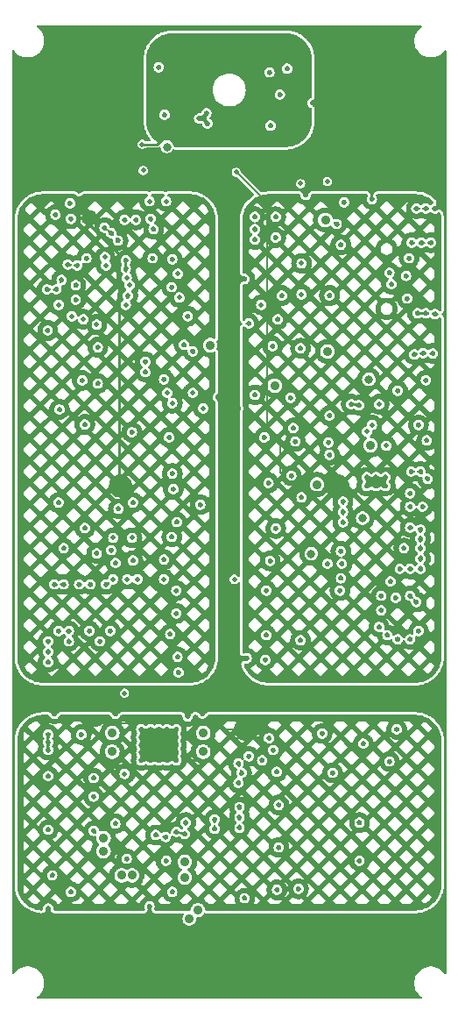
<source format=gbr>
%TF.GenerationSoftware,KiCad,Pcbnew,8.0.5*%
%TF.CreationDate,2024-09-27T18:29:33-04:00*%
%TF.ProjectId,oe-commutator-controller,6f652d63-6f6d-46d7-9574-61746f722d63,D*%
%TF.SameCoordinates,Original*%
%TF.FileFunction,Copper,L4,Bot*%
%TF.FilePolarity,Positive*%
%FSLAX46Y46*%
G04 Gerber Fmt 4.6, Leading zero omitted, Abs format (unit mm)*
G04 Created by KiCad (PCBNEW 8.0.5) date 2024-09-27 18:29:33*
%MOMM*%
%LPD*%
G01*
G04 APERTURE LIST*
%TA.AperFunction,SMDPad,CuDef*%
%ADD10C,2.000000*%
%TD*%
%TA.AperFunction,ViaPad*%
%ADD11C,0.500000*%
%TD*%
%TA.AperFunction,ViaPad*%
%ADD12C,0.800000*%
%TD*%
%TA.AperFunction,ViaPad*%
%ADD13C,0.900000*%
%TD*%
%TA.AperFunction,Conductor*%
%ADD14C,0.200000*%
%TD*%
%TA.AperFunction,Conductor*%
%ADD15C,0.250000*%
%TD*%
G04 APERTURE END LIST*
D10*
%TO.P,S4,1*%
%TO.N,/Touch Sensors/STOP*%
X125100000Y-122500000D03*
%TD*%
%TO.P,S1,1*%
%TO.N,/Touch Sensors/CW*%
X134000000Y-99000000D03*
%TD*%
%TO.P,S3,1*%
%TO.N,/Touch Sensors/CCW*%
X113000000Y-99000000D03*
%TD*%
%TO.P,S2,1*%
%TO.N,/Touch Sensors/MODE*%
X118000000Y-64500000D03*
%TD*%
D11*
%TO.N,GND*%
X127466568Y-106232072D03*
X112800000Y-101200000D03*
X115000000Y-123250000D03*
X110800000Y-89100000D03*
X124400000Y-91500000D03*
X142263231Y-86157346D03*
X122200000Y-140600000D03*
X137700000Y-99000000D03*
X109300000Y-88800000D03*
X127700000Y-85500000D03*
X143400000Y-82400000D03*
X127100000Y-109100000D03*
X108000000Y-114000000D03*
X127350000Y-123350000D03*
X137300000Y-67500000D03*
X115900000Y-124750000D03*
X138500000Y-61100000D03*
X107500000Y-108500000D03*
X133900000Y-73700000D03*
X139000000Y-125600000D03*
X118400000Y-125500000D03*
X137400000Y-118600000D03*
X142200000Y-101000000D03*
X114100000Y-93800000D03*
X138200000Y-109600000D03*
X129425000Y-90475000D03*
X131000000Y-142000000D03*
X142700000Y-98300000D03*
X133000000Y-106500000D03*
X140600000Y-78700000D03*
X128600000Y-80600000D03*
X115000000Y-122500000D03*
X116100000Y-77000000D03*
X139300000Y-141400000D03*
X135300000Y-91100000D03*
X135800000Y-64900000D03*
X142000000Y-104100000D03*
X141200000Y-120100000D03*
X142528940Y-88775641D03*
X109000000Y-70500000D03*
X118000000Y-77100000D03*
X133200000Y-96000000D03*
X112500000Y-131600000D03*
X108200000Y-138200000D03*
X132000000Y-144800000D03*
X117800000Y-113300000D03*
X142500000Y-82300000D03*
X120000000Y-86000000D03*
X117500000Y-125500000D03*
X118000000Y-138200000D03*
X139100000Y-65000000D03*
X139700000Y-122500000D03*
X113400000Y-144800000D03*
X116700000Y-125500000D03*
X115000000Y-124000000D03*
X139800000Y-113800000D03*
X115800000Y-143000000D03*
X137200000Y-61100000D03*
X118100000Y-99300000D03*
X134200000Y-59800000D03*
X106000000Y-124500000D03*
X110900000Y-58700000D03*
X108000000Y-113000000D03*
X112000000Y-113000000D03*
X141100000Y-97600000D03*
X118400000Y-124000000D03*
X118500000Y-115500000D03*
X142100000Y-75500000D03*
X123750000Y-82350000D03*
X129100000Y-58700000D03*
X138200000Y-111000000D03*
X106000000Y-123000000D03*
X125400000Y-83300000D03*
X108670000Y-79600000D03*
X108100000Y-71700000D03*
X115900000Y-123250000D03*
X107300000Y-79100000D03*
X122100000Y-131200000D03*
X142000000Y-103200000D03*
X110700000Y-105500000D03*
X115400000Y-87000000D03*
X116700000Y-124750000D03*
X127100000Y-113400000D03*
X111000000Y-114000000D03*
X106000000Y-127000000D03*
X109700000Y-77000000D03*
X130500000Y-100100000D03*
X129900000Y-94700000D03*
X134200000Y-60600000D03*
X124700000Y-126700000D03*
X122700000Y-92500000D03*
X115000000Y-124750000D03*
X124500000Y-130000000D03*
X128400000Y-61200000D03*
X141000000Y-103000000D03*
X134500000Y-101500000D03*
X107000000Y-100600000D03*
X115900000Y-124000000D03*
X134300000Y-105300000D03*
X143000000Y-68400000D03*
X106400000Y-142800000D03*
X118400000Y-109100000D03*
X110250000Y-63900000D03*
X132500000Y-122900000D03*
X105958247Y-83978089D03*
X133400000Y-59800000D03*
X128000000Y-75000000D03*
X125198782Y-115626744D03*
X116693763Y-58550624D03*
X141800000Y-93100000D03*
X118000000Y-97800000D03*
X117958828Y-103918946D03*
X138600000Y-98150000D03*
X107000000Y-113000000D03*
X140400000Y-105000000D03*
X140200000Y-141400000D03*
X140900000Y-77000000D03*
X131550000Y-62000000D03*
X139000000Y-78400000D03*
X110000000Y-113000000D03*
X136800000Y-99000000D03*
X106000000Y-116000000D03*
X135600000Y-60500000D03*
X107100000Y-91600000D03*
X106700000Y-72800000D03*
X128600000Y-142300000D03*
X128300000Y-129800000D03*
X114200000Y-106200000D03*
X143400000Y-72200000D03*
X125000000Y-138800000D03*
X137600000Y-62100000D03*
X106800000Y-80000000D03*
X134200000Y-109100000D03*
X108670000Y-81000000D03*
X111450000Y-74050000D03*
X130400000Y-85700000D03*
X142000000Y-106000000D03*
X124500000Y-131000000D03*
X117500000Y-122500000D03*
X133200000Y-80600000D03*
X126000000Y-90200000D03*
X134300000Y-107900000D03*
X138600000Y-62100000D03*
X110400000Y-132300000D03*
X126100000Y-119400000D03*
X109000000Y-69750000D03*
X117250000Y-63150000D03*
X141800000Y-113000000D03*
X124500000Y-132000000D03*
X118600000Y-117000000D03*
X110600000Y-143200000D03*
X126000000Y-75200000D03*
X109550000Y-103050000D03*
X139600000Y-109800000D03*
X118400000Y-132400000D03*
X113450000Y-69350000D03*
X117500000Y-123250000D03*
X141150000Y-75500000D03*
X106600000Y-121000000D03*
X134500000Y-100500000D03*
X143000000Y-75500000D03*
X118400000Y-122500000D03*
X141000000Y-101000000D03*
X115900000Y-125500000D03*
X110100000Y-108500000D03*
X138600000Y-99000000D03*
X134800000Y-69300000D03*
X116400000Y-132700000D03*
X117700000Y-94300000D03*
X133200000Y-92200000D03*
X120924464Y-120988114D03*
X128000000Y-73000000D03*
X117500000Y-124750000D03*
X106000000Y-123750000D03*
X127750000Y-124500000D03*
X130900000Y-70900000D03*
X106100000Y-67200000D03*
X141600000Y-110200000D03*
X128300000Y-133900000D03*
X140800000Y-68200000D03*
X141600000Y-72200000D03*
X131500000Y-120100000D03*
X121300000Y-63000000D03*
X136800000Y-98150000D03*
X137700000Y-98150000D03*
X142000000Y-97600000D03*
X127021996Y-142211146D03*
X128000000Y-103100000D03*
X136471152Y-123865425D03*
X138000000Y-112600000D03*
X119500000Y-82600000D03*
X126000000Y-73000000D03*
X126700000Y-125500000D03*
X120000000Y-142000000D03*
X138100000Y-145000000D03*
X140000000Y-107000000D03*
X121800000Y-120400000D03*
X107500000Y-105000000D03*
X130400000Y-113900000D03*
X130200000Y-137900000D03*
X114250000Y-69700000D03*
X112750000Y-75300000D03*
X113500000Y-77200000D03*
X120700000Y-100800000D03*
X129500000Y-98000000D03*
X139700000Y-70300000D03*
X119500000Y-121250000D03*
X141000000Y-107000000D03*
X133500000Y-126700000D03*
X112500000Y-121000000D03*
X133100000Y-94800000D03*
X135200000Y-142800000D03*
X106000000Y-115000000D03*
X113400000Y-73300000D03*
X125600000Y-144600000D03*
X106000000Y-114000000D03*
X124394974Y-127673520D03*
X143200000Y-86200000D03*
X134500000Y-102500000D03*
X136300000Y-61000000D03*
X113700000Y-80600000D03*
X110400000Y-129000000D03*
X117200000Y-106100000D03*
X136100000Y-131500000D03*
X119138909Y-85361091D03*
X109200000Y-123000000D03*
X125200000Y-142400000D03*
X132600000Y-60600000D03*
X112100000Y-105200000D03*
X136100000Y-135200000D03*
X115800000Y-139600000D03*
X136050000Y-91200000D03*
X110800000Y-85600000D03*
X129700000Y-93400000D03*
X125300000Y-66900000D03*
X108200000Y-145000000D03*
X103865691Y-61992796D03*
X112516620Y-106422847D03*
X106000000Y-139800000D03*
X118400000Y-144800000D03*
X121400000Y-64000000D03*
X133800000Y-70100000D03*
X115900000Y-122500000D03*
X141400000Y-86300000D03*
X119200000Y-132600000D03*
X128100000Y-126600000D03*
X134300000Y-75700000D03*
X139800000Y-89800000D03*
X108400000Y-140800000D03*
X118400000Y-124750000D03*
X126900000Y-94300000D03*
X123750000Y-83400000D03*
X118400000Y-123250000D03*
X141000000Y-141400000D03*
X117500000Y-124000000D03*
X140700000Y-80900000D03*
X135900000Y-64000000D03*
X142000000Y-107000000D03*
X116200000Y-74200000D03*
X122400000Y-90400000D03*
X120600000Y-68200000D03*
X139100000Y-108200000D03*
X117400000Y-135200000D03*
X118400000Y-111300000D03*
X133400000Y-60600000D03*
X127500000Y-64200000D03*
X134600000Y-71600000D03*
X127000000Y-115800000D03*
X109000000Y-69000000D03*
X132600000Y-59800000D03*
X113500000Y-78000000D03*
X134400000Y-106500000D03*
X115000000Y-125500000D03*
X123800000Y-101300000D03*
X128200000Y-82900000D03*
X114200000Y-100600000D03*
X108200000Y-73200000D03*
X128122482Y-137995081D03*
X142500000Y-72200000D03*
X105900000Y-80000000D03*
X114500000Y-73300000D03*
X123750000Y-84550000D03*
X116700000Y-123250000D03*
X115400000Y-88000000D03*
X109550000Y-93050000D03*
X106400000Y-136600000D03*
X115900000Y-73200000D03*
X142000000Y-105000000D03*
X124400000Y-125800000D03*
X120600000Y-63500000D03*
X118433313Y-102478546D03*
X139200000Y-79500000D03*
X117200000Y-88700000D03*
X107900000Y-77600000D03*
X113600000Y-135000000D03*
X111600000Y-108500000D03*
X106000000Y-132200000D03*
X132500000Y-65000000D03*
X137700000Y-63400000D03*
X141000000Y-113800000D03*
X141000000Y-109600000D03*
X110400000Y-127200000D03*
X126100000Y-118400000D03*
X140800000Y-66400000D03*
X141700000Y-82300000D03*
X126000000Y-120500000D03*
X127300000Y-98700000D03*
X125400000Y-125100000D03*
X119300000Y-131500000D03*
X142600000Y-94600000D03*
X117950000Y-79800000D03*
X132000000Y-66000000D03*
X137300000Y-71300000D03*
X122100000Y-132100000D03*
X112100000Y-74575000D03*
X116700000Y-122500000D03*
X106600000Y-108500000D03*
X141000000Y-99700000D03*
X127400000Y-59050000D03*
X125000000Y-79000000D03*
X108800000Y-77700000D03*
X109000000Y-108500000D03*
X137700000Y-70100000D03*
X126000000Y-74200000D03*
X122000000Y-144800000D03*
X125100000Y-140800000D03*
X117361082Y-132896248D03*
X138800000Y-113400000D03*
X116700000Y-124000000D03*
D12*
%TO.N,+5V*%
X131437500Y-105537500D03*
X136400000Y-102100000D03*
D11*
%TO.N,+3.3V*%
X130400000Y-69800000D03*
X113600000Y-78900000D03*
D13*
X133000000Y-86000000D03*
D11*
X124000000Y-108000000D03*
X136837500Y-93737500D03*
D12*
X137000000Y-88700000D03*
D13*
X127900000Y-89300000D03*
D11*
X133000000Y-69600000D03*
X114640000Y-108000000D03*
D12*
X117475000Y-66250000D03*
D13*
X132800000Y-73300000D03*
D11*
X115200000Y-68525000D03*
X137300000Y-93100000D03*
X117200000Y-108000000D03*
X109400000Y-82900000D03*
D13*
X121700000Y-85400000D03*
D11*
%TO.N,Net-(U2-VREG_VOUT)*%
X113874998Y-79600000D03*
X118550000Y-78500000D03*
X118690420Y-80798823D03*
D13*
%TO.N,Net-(U6-VMID)*%
X132000000Y-98850000D03*
X137148833Y-95058568D03*
D11*
%TO.N,Net-(J1-Pin_2)*%
X112300000Y-104000000D03*
X114100000Y-104000000D03*
%TO.N,/MCU/GPIO_{1}*%
X111500000Y-76900000D03*
X107000000Y-81500000D03*
%TO.N,/MCU/GPIO_{0}*%
X111600000Y-77700000D03*
X108300000Y-82600000D03*
%TO.N,Net-(J1-Pin_4)*%
X113659999Y-108000000D03*
X112300000Y-108000000D03*
%TO.N,/MCU/~{RESET}*%
X113500000Y-81500000D03*
X126600000Y-81500000D03*
X110700000Y-83400000D03*
%TO.N,/MCU/QSPI_{CLK}*%
X130500000Y-77500000D03*
X130500000Y-80500000D03*
%TO.N,/MCU/SDA*%
X117400000Y-71500000D03*
X115800000Y-71500000D03*
%TO.N,/MCU/LTC44_{~{PFO}}*%
X138685000Y-95115000D03*
X138000000Y-91100000D03*
%TO.N,/Touch Sensors/CCW*%
X110000000Y-73100000D03*
%TO.N,/Touch Sensors/MODE*%
X115100000Y-66000000D03*
%TO.N,/Touch Sensors/CW*%
X124200000Y-68700000D03*
%TO.N,/Touch Sensors/STOP*%
X110600000Y-121500000D03*
%TO.N,/MCU/TMC_{~{CS}}*%
X118000000Y-91000000D03*
X121000000Y-91500000D03*
%TO.N,/MCU/SCLK*%
X117500000Y-90000000D03*
X120000000Y-90000000D03*
%TO.N,/MCU/TMC_{EN}*%
X113369999Y-119000000D03*
X113400000Y-126800000D03*
D13*
%TO.N,/Motor Driver/OA1*%
X119650000Y-140800000D03*
X120475000Y-139975000D03*
X121000250Y-122850000D03*
%TO.N,/Motor Driver/OB1*%
X113100000Y-136600000D03*
X114100000Y-136600000D03*
X112212500Y-122850500D03*
%TO.N,/Motor Driver/OA2*%
X119200000Y-136800000D03*
X119200000Y-135300000D03*
X121000000Y-124649500D03*
%TO.N,/Motor Driver/OB2*%
X112200000Y-124650000D03*
X111350000Y-133000000D03*
X111350000Y-134252944D03*
%TD*%
D14*
%TO.N,/Touch Sensors/CW*%
X130061091Y-99338909D02*
X130938909Y-99338909D01*
X133400000Y-99600000D02*
X131200000Y-99600000D01*
X130061091Y-99338909D02*
X128450000Y-97727818D01*
X130938909Y-99338909D02*
X131200000Y-99600000D01*
X128450000Y-95050000D02*
X127150000Y-93750000D01*
X128450000Y-97727818D02*
X128450000Y-95050000D01*
X127150000Y-71650000D02*
X124200000Y-68700000D01*
X127150000Y-93750000D02*
X127150000Y-71650000D01*
X134000000Y-99000000D02*
X133400000Y-99600000D01*
D15*
%TO.N,/Touch Sensors/CCW*%
X112900000Y-98900000D02*
X113000000Y-99000000D01*
X110000000Y-73700000D02*
X112900000Y-76600000D01*
X112900000Y-76600000D02*
X112900000Y-98900000D01*
X110000000Y-73100000D02*
X110000000Y-73700000D01*
%TO.N,/Touch Sensors/MODE*%
X116500000Y-66000000D02*
X118000000Y-64500000D01*
X117350000Y-64750000D02*
X117350000Y-65150000D01*
X116500000Y-66000000D02*
X115100000Y-66000000D01*
D14*
%TO.N,/Touch Sensors/STOP*%
X111050000Y-121950000D02*
X122450000Y-121950000D01*
X123000000Y-122500000D02*
X125100000Y-122500000D01*
X110600000Y-121500000D02*
X111050000Y-121950000D01*
X122450000Y-121950000D02*
X123000000Y-122500000D01*
%TD*%
%TA.AperFunction,Conductor*%
%TO.N,GND*%
G36*
X125048880Y-138559008D02*
G01*
X125089168Y-138570837D01*
X125114789Y-138582537D01*
X125150118Y-138605242D01*
X125171406Y-138623687D01*
X125198906Y-138655424D01*
X125214136Y-138679124D01*
X125231581Y-138717323D01*
X125239520Y-138744360D01*
X125245494Y-138785910D01*
X125245494Y-138814091D01*
X125239519Y-138855641D01*
X125231581Y-138882673D01*
X125214137Y-138920872D01*
X125198903Y-138944577D01*
X125187036Y-138958274D01*
X125171411Y-138976306D01*
X125150115Y-138994759D01*
X125114797Y-139017456D01*
X125089164Y-139029161D01*
X125068324Y-139035279D01*
X125068325Y-139035280D01*
X125048879Y-139040990D01*
X125020987Y-139045000D01*
X124979009Y-139045000D01*
X124951118Y-139040990D01*
X124931671Y-139035280D01*
X124910832Y-139029161D01*
X124885202Y-139017456D01*
X124852051Y-138996152D01*
X124849886Y-138994760D01*
X124828590Y-138976308D01*
X124808436Y-138953049D01*
X124801090Y-138944571D01*
X124785859Y-138920871D01*
X124768417Y-138882678D01*
X124760480Y-138855645D01*
X124754505Y-138814083D01*
X124754505Y-138785914D01*
X124760481Y-138744347D01*
X124768415Y-138717324D01*
X124785862Y-138679120D01*
X124801088Y-138655429D01*
X124828591Y-138623689D01*
X124849877Y-138605243D01*
X124885207Y-138582538D01*
X124910831Y-138570836D01*
X124951118Y-138559008D01*
X124979003Y-138555000D01*
X125020996Y-138555000D01*
X125048880Y-138559008D01*
G37*
%TD.AperFunction*%
%TA.AperFunction,Conductor*%
G36*
X108248885Y-137959009D02*
G01*
X108266683Y-137964235D01*
X108289166Y-137970837D01*
X108314794Y-137982540D01*
X108350116Y-138005240D01*
X108371410Y-138023692D01*
X108398905Y-138055424D01*
X108414139Y-138079128D01*
X108431581Y-138117321D01*
X108439519Y-138144356D01*
X108445494Y-138185908D01*
X108445494Y-138214091D01*
X108439519Y-138255641D01*
X108431581Y-138282673D01*
X108414137Y-138320872D01*
X108398903Y-138344577D01*
X108371410Y-138376307D01*
X108350113Y-138394760D01*
X108314798Y-138417455D01*
X108289170Y-138429159D01*
X108248884Y-138440989D01*
X108220990Y-138445000D01*
X108179008Y-138445000D01*
X108151117Y-138440990D01*
X108134573Y-138436132D01*
X108110831Y-138429161D01*
X108085200Y-138417455D01*
X108049887Y-138394761D01*
X108028590Y-138376308D01*
X108001091Y-138344572D01*
X107985859Y-138320871D01*
X107968417Y-138282678D01*
X107960480Y-138255645D01*
X107954505Y-138214083D01*
X107954505Y-138185914D01*
X107960481Y-138144347D01*
X107968415Y-138117324D01*
X107985862Y-138079120D01*
X108001088Y-138055429D01*
X108028591Y-138023689D01*
X108049877Y-138005243D01*
X108085207Y-137982538D01*
X108110831Y-137970836D01*
X108151118Y-137959008D01*
X108179003Y-137955000D01*
X108220995Y-137955000D01*
X108248885Y-137959009D01*
G37*
%TD.AperFunction*%
%TA.AperFunction,Conductor*%
G36*
X118048885Y-137959009D02*
G01*
X118066683Y-137964235D01*
X118089166Y-137970837D01*
X118114797Y-137982542D01*
X118134307Y-137995081D01*
X118150111Y-138005237D01*
X118171407Y-138023689D01*
X118173311Y-138025886D01*
X118198908Y-138055427D01*
X118214147Y-138079146D01*
X118214884Y-138080758D01*
X118214884Y-138080759D01*
X118216682Y-138084696D01*
X118231582Y-138117323D01*
X118239520Y-138144359D01*
X118245494Y-138185910D01*
X118245494Y-138214091D01*
X118239519Y-138255641D01*
X118231581Y-138282673D01*
X118214137Y-138320872D01*
X118198903Y-138344577D01*
X118171410Y-138376307D01*
X118150113Y-138394760D01*
X118114798Y-138417455D01*
X118089170Y-138429159D01*
X118048884Y-138440989D01*
X118020990Y-138445000D01*
X117979008Y-138445000D01*
X117951117Y-138440990D01*
X117934573Y-138436132D01*
X117910831Y-138429161D01*
X117885200Y-138417455D01*
X117849887Y-138394761D01*
X117828590Y-138376308D01*
X117801091Y-138344572D01*
X117785859Y-138320871D01*
X117768417Y-138282678D01*
X117760480Y-138255645D01*
X117754505Y-138214083D01*
X117754505Y-138185914D01*
X117760481Y-138144347D01*
X117768415Y-138117324D01*
X117785862Y-138079120D01*
X117801088Y-138055429D01*
X117828591Y-138023689D01*
X117849877Y-138005243D01*
X117885207Y-137982538D01*
X117910831Y-137970836D01*
X117951118Y-137959008D01*
X117979003Y-137955000D01*
X118020995Y-137955000D01*
X118048885Y-137959009D01*
G37*
%TD.AperFunction*%
%TA.AperFunction,Conductor*%
G36*
X128171362Y-137754089D02*
G01*
X128211650Y-137765918D01*
X128237271Y-137777618D01*
X128272600Y-137800323D01*
X128293888Y-137818769D01*
X128321387Y-137850504D01*
X128336618Y-137874204D01*
X128348397Y-137899994D01*
X128348398Y-137900002D01*
X128348400Y-137900002D01*
X128350508Y-137904617D01*
X128354065Y-137912406D01*
X128362001Y-137939437D01*
X128367976Y-137980989D01*
X128367976Y-138009172D01*
X128362001Y-138050722D01*
X128354063Y-138077754D01*
X128336619Y-138115953D01*
X128321385Y-138139658D01*
X128296263Y-138168652D01*
X128293892Y-138171388D01*
X128272596Y-138189840D01*
X128237280Y-138212536D01*
X128211650Y-138224241D01*
X128171366Y-138236070D01*
X128143473Y-138240081D01*
X128101490Y-138240081D01*
X128073599Y-138236071D01*
X128057504Y-138231345D01*
X128033313Y-138224242D01*
X128007682Y-138212536D01*
X127972369Y-138189842D01*
X127951073Y-138171389D01*
X127923572Y-138139651D01*
X127908341Y-138115953D01*
X127890897Y-138077754D01*
X127882962Y-138050727D01*
X127876987Y-138009164D01*
X127876987Y-137980995D01*
X127882962Y-137939432D01*
X127890901Y-137912397D01*
X127908341Y-137874209D01*
X127923572Y-137850507D01*
X127951073Y-137818770D01*
X127972359Y-137800324D01*
X128007689Y-137777619D01*
X128033313Y-137765917D01*
X128073600Y-137754089D01*
X128101485Y-137750081D01*
X128143478Y-137750081D01*
X128171362Y-137754089D01*
G37*
%TD.AperFunction*%
%TA.AperFunction,Conductor*%
G36*
X130248880Y-137659008D02*
G01*
X130289168Y-137670837D01*
X130314789Y-137682537D01*
X130350118Y-137705242D01*
X130371406Y-137723687D01*
X130398906Y-137755424D01*
X130414136Y-137779124D01*
X130431581Y-137817323D01*
X130439520Y-137844360D01*
X130445494Y-137885910D01*
X130445494Y-137914089D01*
X130439519Y-137955643D01*
X130431580Y-137982680D01*
X130414138Y-138020872D01*
X130398904Y-138044576D01*
X130371410Y-138076306D01*
X130350113Y-138094760D01*
X130314798Y-138117455D01*
X130289170Y-138129159D01*
X130248884Y-138140989D01*
X130220990Y-138145000D01*
X130179009Y-138145000D01*
X130151118Y-138140990D01*
X130113955Y-138130078D01*
X130113955Y-138130077D01*
X130113947Y-138130076D01*
X130110831Y-138129161D01*
X130085201Y-138117456D01*
X130049885Y-138094760D01*
X130028588Y-138076306D01*
X130027989Y-138075615D01*
X130001093Y-138044574D01*
X129985861Y-138020874D01*
X129968417Y-137982677D01*
X129960480Y-137955643D01*
X129960388Y-137955000D01*
X129954505Y-137914083D01*
X129954505Y-137885914D01*
X129960481Y-137844347D01*
X129968415Y-137817324D01*
X129985862Y-137779120D01*
X130001088Y-137755429D01*
X130028591Y-137723689D01*
X130049877Y-137705243D01*
X130085207Y-137682538D01*
X130110831Y-137670836D01*
X130151118Y-137659008D01*
X130179003Y-137655000D01*
X130220996Y-137655000D01*
X130248880Y-137659008D01*
G37*
%TD.AperFunction*%
%TA.AperFunction,Conductor*%
G36*
X106448880Y-136359008D02*
G01*
X106489168Y-136370837D01*
X106514789Y-136382537D01*
X106550118Y-136405242D01*
X106571406Y-136423687D01*
X106598906Y-136455424D01*
X106614136Y-136479124D01*
X106631581Y-136517323D01*
X106639520Y-136544360D01*
X106645494Y-136585910D01*
X106645494Y-136614090D01*
X106639519Y-136655641D01*
X106631581Y-136682676D01*
X106614137Y-136720873D01*
X106598921Y-136744556D01*
X106597131Y-136746623D01*
X106597111Y-136746646D01*
X106571408Y-136776308D01*
X106550112Y-136794761D01*
X106514798Y-136817455D01*
X106489170Y-136829159D01*
X106448884Y-136840989D01*
X106420990Y-136845000D01*
X106379009Y-136845000D01*
X106351118Y-136840990D01*
X106320378Y-136831964D01*
X106310829Y-136829160D01*
X106285198Y-136817454D01*
X106249887Y-136794761D01*
X106228590Y-136776308D01*
X106202887Y-136746645D01*
X106201089Y-136744569D01*
X106185860Y-136720873D01*
X106168415Y-136682674D01*
X106160480Y-136655645D01*
X106154505Y-136614083D01*
X106154505Y-136585914D01*
X106160481Y-136544347D01*
X106168415Y-136517324D01*
X106185862Y-136479120D01*
X106201088Y-136455429D01*
X106228591Y-136423689D01*
X106249877Y-136405243D01*
X106285207Y-136382538D01*
X106310831Y-136370836D01*
X106351118Y-136359008D01*
X106379003Y-136355000D01*
X106420996Y-136355000D01*
X106448880Y-136359008D01*
G37*
%TD.AperFunction*%
%TA.AperFunction,Conductor*%
G36*
X117448880Y-134959008D02*
G01*
X117489168Y-134970837D01*
X117514789Y-134982537D01*
X117550118Y-135005242D01*
X117571406Y-135023687D01*
X117598905Y-135055423D01*
X117614137Y-135079126D01*
X117631581Y-135117325D01*
X117639519Y-135144357D01*
X117645494Y-135185907D01*
X117645494Y-135214088D01*
X117639520Y-135255639D01*
X117631582Y-135282675D01*
X117623671Y-135299998D01*
X117623670Y-135300001D01*
X117614137Y-135320874D01*
X117598904Y-135344577D01*
X117571411Y-135376306D01*
X117550113Y-135394760D01*
X117514798Y-135417455D01*
X117489170Y-135429159D01*
X117448884Y-135440989D01*
X117420990Y-135445000D01*
X117379009Y-135445000D01*
X117351118Y-135440990D01*
X117337033Y-135436854D01*
X117322252Y-135432514D01*
X117322246Y-135432512D01*
X117310829Y-135429160D01*
X117285202Y-135417457D01*
X117249883Y-135394759D01*
X117228591Y-135376308D01*
X117201090Y-135344570D01*
X117185859Y-135320872D01*
X117168415Y-135282673D01*
X117160480Y-135255646D01*
X117154505Y-135214083D01*
X117154505Y-135185914D01*
X117160480Y-135144351D01*
X117168419Y-135117316D01*
X117185859Y-135079128D01*
X117201090Y-135055426D01*
X117228591Y-135023689D01*
X117249880Y-135005242D01*
X117285207Y-134982538D01*
X117310831Y-134970836D01*
X117351118Y-134959008D01*
X117379003Y-134955000D01*
X117420996Y-134955000D01*
X117448880Y-134959008D01*
G37*
%TD.AperFunction*%
%TA.AperFunction,Conductor*%
G36*
X136148885Y-134959010D02*
G01*
X136189159Y-134970835D01*
X136214791Y-134982540D01*
X136250117Y-135005242D01*
X136271411Y-135023693D01*
X136298903Y-135055421D01*
X136314136Y-135079124D01*
X136331581Y-135117323D01*
X136339520Y-135144360D01*
X136345494Y-135185910D01*
X136345494Y-135214091D01*
X136339519Y-135255641D01*
X136331581Y-135282673D01*
X136314137Y-135320872D01*
X136298903Y-135344577D01*
X136271411Y-135376306D01*
X136271410Y-135376307D01*
X136250113Y-135394760D01*
X136214798Y-135417455D01*
X136189170Y-135429159D01*
X136148884Y-135440989D01*
X136120990Y-135445000D01*
X136079009Y-135445000D01*
X136051118Y-135440990D01*
X136037033Y-135436854D01*
X136022252Y-135432514D01*
X136022246Y-135432512D01*
X136010829Y-135429160D01*
X135985202Y-135417457D01*
X135949883Y-135394759D01*
X135928591Y-135376308D01*
X135901090Y-135344570D01*
X135885859Y-135320872D01*
X135868415Y-135282673D01*
X135860480Y-135255646D01*
X135854505Y-135214083D01*
X135854505Y-135185914D01*
X135860480Y-135144351D01*
X135868419Y-135117316D01*
X135885859Y-135079128D01*
X135901090Y-135055426D01*
X135928591Y-135023689D01*
X135949880Y-135005242D01*
X135985207Y-134982538D01*
X136010831Y-134970836D01*
X136051118Y-134959008D01*
X136079003Y-134955000D01*
X136120995Y-134955000D01*
X136148885Y-134959010D01*
G37*
%TD.AperFunction*%
%TA.AperFunction,Conductor*%
G36*
X113648879Y-134759008D02*
G01*
X113689168Y-134770837D01*
X113714790Y-134782538D01*
X113750115Y-134805240D01*
X113771408Y-134823691D01*
X113792417Y-134847936D01*
X113792419Y-134847939D01*
X113798903Y-134855422D01*
X113814137Y-134879126D01*
X113831581Y-134917322D01*
X113839520Y-134944360D01*
X113845494Y-134985910D01*
X113845494Y-135014091D01*
X113839519Y-135055641D01*
X113831581Y-135082673D01*
X113814137Y-135120872D01*
X113798905Y-135144576D01*
X113771411Y-135176306D01*
X113750118Y-135194756D01*
X113741965Y-135199996D01*
X113741959Y-135200000D01*
X113714793Y-135217457D01*
X113689166Y-135229160D01*
X113648883Y-135240989D01*
X113620990Y-135245000D01*
X113579008Y-135245000D01*
X113551117Y-135240990D01*
X113535022Y-135236264D01*
X113510831Y-135229161D01*
X113485201Y-135217456D01*
X113477974Y-135212811D01*
X113449883Y-135194759D01*
X113428592Y-135176310D01*
X113401091Y-135144572D01*
X113385859Y-135120867D01*
X113383217Y-135115081D01*
X113383210Y-135115067D01*
X113368419Y-135082680D01*
X113360480Y-135055643D01*
X113360480Y-135055641D01*
X113354505Y-135014083D01*
X113354505Y-134985914D01*
X113360481Y-134944347D01*
X113368416Y-134917322D01*
X113385862Y-134879120D01*
X113401088Y-134855429D01*
X113428591Y-134823689D01*
X113449877Y-134805243D01*
X113485207Y-134782538D01*
X113510831Y-134770836D01*
X113551118Y-134759008D01*
X113579003Y-134755000D01*
X113620996Y-134755000D01*
X113648879Y-134759008D01*
G37*
%TD.AperFunction*%
%TA.AperFunction,Conductor*%
G36*
X128348880Y-133659008D02*
G01*
X128389168Y-133670837D01*
X128414792Y-133682539D01*
X128447346Y-133703460D01*
X128450114Y-133705239D01*
X128471403Y-133723684D01*
X128478585Y-133731972D01*
X128478589Y-133731981D01*
X128478591Y-133731980D01*
X128498904Y-133755423D01*
X128514137Y-133779126D01*
X128531581Y-133817322D01*
X128539520Y-133844360D01*
X128545494Y-133885910D01*
X128545494Y-133914091D01*
X128539519Y-133955641D01*
X128531581Y-133982673D01*
X128514137Y-134020872D01*
X128498903Y-134044577D01*
X128471410Y-134076307D01*
X128450113Y-134094760D01*
X128414798Y-134117455D01*
X128389170Y-134129159D01*
X128348884Y-134140989D01*
X128320990Y-134145000D01*
X128279008Y-134145000D01*
X128251117Y-134140990D01*
X128235022Y-134136264D01*
X128210831Y-134129161D01*
X128185200Y-134117455D01*
X128149884Y-134094759D01*
X128128592Y-134076310D01*
X128101090Y-134044571D01*
X128085860Y-134020871D01*
X128081548Y-134011428D01*
X128081547Y-134011426D01*
X128068418Y-133982678D01*
X128060480Y-133955643D01*
X128060244Y-133954000D01*
X128054505Y-133914083D01*
X128054505Y-133885914D01*
X128060481Y-133844347D01*
X128068416Y-133817322D01*
X128085862Y-133779120D01*
X128101088Y-133755429D01*
X128128591Y-133723689D01*
X128149877Y-133705243D01*
X128185207Y-133682538D01*
X128210831Y-133670836D01*
X128251118Y-133659008D01*
X128279003Y-133655000D01*
X128320996Y-133655000D01*
X128348880Y-133659008D01*
G37*
%TD.AperFunction*%
%TA.AperFunction,Conductor*%
G36*
X117409967Y-132655257D02*
G01*
X117442494Y-132664808D01*
X117450242Y-132667083D01*
X117475876Y-132678789D01*
X117499876Y-132694213D01*
X117499896Y-132694227D01*
X117545213Y-132723350D01*
X117551017Y-132727379D01*
X117551658Y-132727859D01*
X117554766Y-132729778D01*
X117558718Y-132732029D01*
X117572127Y-132740649D01*
X117610851Y-132788020D01*
X117616586Y-132838001D01*
X117614178Y-132854766D01*
X117614178Y-132854770D01*
X117613831Y-132857181D01*
X117613637Y-132858530D01*
X117613637Y-132858535D01*
X117613199Y-132861584D01*
X117613198Y-132861587D01*
X117609517Y-132887197D01*
X117609202Y-132892066D01*
X117600601Y-132951886D01*
X117592663Y-132978921D01*
X117575219Y-133017120D01*
X117559985Y-133040825D01*
X117532493Y-133072554D01*
X117532492Y-133072555D01*
X117511195Y-133091008D01*
X117475880Y-133113703D01*
X117450252Y-133125407D01*
X117409966Y-133137237D01*
X117382072Y-133141248D01*
X117340092Y-133141248D01*
X117312200Y-133137238D01*
X117296741Y-133132698D01*
X117296720Y-133132693D01*
X117296366Y-133132589D01*
X117271913Y-133125409D01*
X117246284Y-133113705D01*
X117210963Y-133091005D01*
X117189670Y-133072554D01*
X117161202Y-133039700D01*
X117152492Y-133027154D01*
X117152173Y-133027360D01*
X117145592Y-133017120D01*
X117110942Y-132963203D01*
X117103300Y-132954384D01*
X117080270Y-132927806D01*
X117069170Y-132914996D01*
X117045352Y-132858638D01*
X117059210Y-132799043D01*
X117102864Y-132760111D01*
X117127493Y-132748864D01*
X117161192Y-132733475D01*
X117161193Y-132733473D01*
X117161200Y-132733471D01*
X117246286Y-132678788D01*
X117271913Y-132667084D01*
X117312201Y-132655256D01*
X117340085Y-132651248D01*
X117382078Y-132651248D01*
X117409967Y-132655257D01*
G37*
%TD.AperFunction*%
%TA.AperFunction,Conductor*%
G36*
X116448880Y-132459008D02*
G01*
X116489168Y-132470837D01*
X116514792Y-132482539D01*
X116533810Y-132494761D01*
X116550114Y-132505239D01*
X116571405Y-132523687D01*
X116575627Y-132528559D01*
X116575626Y-132528559D01*
X116575630Y-132528562D01*
X116599879Y-132556547D01*
X116608593Y-132569095D01*
X116608910Y-132568892D01*
X116650133Y-132633035D01*
X116650148Y-132633055D01*
X116691909Y-132681251D01*
X116715726Y-132737610D01*
X116701867Y-132797205D01*
X116658212Y-132836136D01*
X116599896Y-132862765D01*
X116599895Y-132862766D01*
X116591400Y-132868224D01*
X116591264Y-132868315D01*
X116514799Y-132917455D01*
X116489170Y-132929159D01*
X116448884Y-132940989D01*
X116420990Y-132945000D01*
X116379008Y-132945000D01*
X116351117Y-132940990D01*
X116326752Y-132933836D01*
X116310831Y-132929161D01*
X116285200Y-132917455D01*
X116249887Y-132894761D01*
X116228591Y-132876308D01*
X116201090Y-132844570D01*
X116185859Y-132820872D01*
X116168415Y-132782675D01*
X116160480Y-132755646D01*
X116154505Y-132714083D01*
X116154505Y-132685914D01*
X116160481Y-132644347D01*
X116168415Y-132617324D01*
X116185862Y-132579120D01*
X116201088Y-132555429D01*
X116228591Y-132523689D01*
X116249877Y-132505243D01*
X116285207Y-132482538D01*
X116310831Y-132470836D01*
X116351118Y-132459008D01*
X116379003Y-132455000D01*
X116420996Y-132455000D01*
X116448880Y-132459008D01*
G37*
%TD.AperFunction*%
%TA.AperFunction,Conductor*%
G36*
X118448885Y-132159009D02*
G01*
X118485397Y-132169730D01*
X118489160Y-132170835D01*
X118514793Y-132182541D01*
X118550115Y-132205241D01*
X118571407Y-132223690D01*
X118628252Y-132289292D01*
X118654021Y-132315062D01*
X118680690Y-132338173D01*
X118687691Y-132344024D01*
X118707896Y-132354594D01*
X118769963Y-132387064D01*
X118776025Y-132390235D01*
X118798862Y-132396941D01*
X118822195Y-132412897D01*
X118848372Y-132410978D01*
X118858018Y-132412897D01*
X118887733Y-132418809D01*
X118887734Y-132418809D01*
X118987029Y-132409927D01*
X119054069Y-132390245D01*
X119057949Y-132388472D01*
X119062035Y-132388003D01*
X119096937Y-132372066D01*
X119096938Y-132372067D01*
X119104135Y-132368781D01*
X119104217Y-132368744D01*
X119104217Y-132368743D01*
X119104252Y-132368728D01*
X119108757Y-132366695D01*
X119109062Y-132367371D01*
X119126010Y-132356480D01*
X119126146Y-132356399D01*
X119128943Y-132354594D01*
X119128947Y-132354590D01*
X119128952Y-132354589D01*
X119129152Y-132354459D01*
X119135676Y-132350266D01*
X119135677Y-132350267D01*
X119158832Y-132335386D01*
X119218004Y-132319831D01*
X119275021Y-132342029D01*
X119282358Y-132348666D01*
X119284380Y-132350688D01*
X119284387Y-132350696D01*
X119339350Y-132398322D01*
X119350116Y-132405240D01*
X119371406Y-132423688D01*
X119398906Y-132455424D01*
X119414136Y-132479124D01*
X119431581Y-132517323D01*
X119439520Y-132544360D01*
X119445494Y-132585911D01*
X119445494Y-132614088D01*
X119442494Y-132634955D01*
X119442494Y-132634960D01*
X119439519Y-132655646D01*
X119431580Y-132682680D01*
X119414138Y-132720872D01*
X119398904Y-132744576D01*
X119371410Y-132776306D01*
X119350113Y-132794760D01*
X119314798Y-132817455D01*
X119289170Y-132829159D01*
X119248884Y-132840989D01*
X119220990Y-132845000D01*
X119179009Y-132845000D01*
X119151118Y-132840990D01*
X119115634Y-132830571D01*
X119115634Y-132830570D01*
X119115616Y-132830566D01*
X119110823Y-132829158D01*
X119085202Y-132817456D01*
X119049884Y-132794758D01*
X119028589Y-132776305D01*
X118971763Y-132710725D01*
X118971752Y-132710713D01*
X118971747Y-132710707D01*
X118945970Y-132684930D01*
X118919293Y-132661814D01*
X118912285Y-132655957D01*
X118912282Y-132655955D01*
X118912280Y-132655954D01*
X118823949Y-132609754D01*
X118801167Y-132603066D01*
X118777827Y-132587108D01*
X118751656Y-132589027D01*
X118712239Y-132581188D01*
X118712238Y-132581188D01*
X118662591Y-132585632D01*
X118612943Y-132590077D01*
X118545909Y-132609761D01*
X118545906Y-132609763D01*
X118535557Y-132614489D01*
X118522327Y-132619423D01*
X118448883Y-132640989D01*
X118420990Y-132645000D01*
X118379008Y-132645000D01*
X118351117Y-132640990D01*
X118310834Y-132629162D01*
X118285200Y-132617455D01*
X118215861Y-132572892D01*
X118210077Y-132568877D01*
X118209421Y-132568386D01*
X118206380Y-132566508D01*
X118202371Y-132564225D01*
X118188985Y-132555627D01*
X118150242Y-132508271D01*
X118144496Y-132458242D01*
X118146367Y-132445233D01*
X118146366Y-132445232D01*
X118147251Y-132439081D01*
X118147446Y-132437725D01*
X118147446Y-132437723D01*
X118151553Y-132409162D01*
X118151873Y-132404222D01*
X118160481Y-132344342D01*
X118168415Y-132317324D01*
X118185862Y-132279120D01*
X118201088Y-132255429D01*
X118228591Y-132223689D01*
X118249877Y-132205243D01*
X118285207Y-132182538D01*
X118310831Y-132170836D01*
X118351118Y-132159008D01*
X118379003Y-132155000D01*
X118420996Y-132155000D01*
X118448885Y-132159009D01*
G37*
%TD.AperFunction*%
%TA.AperFunction,Conductor*%
G36*
X110448880Y-132059008D02*
G01*
X110489168Y-132070837D01*
X110514789Y-132082537D01*
X110550118Y-132105242D01*
X110571406Y-132123688D01*
X110598904Y-132155423D01*
X110614137Y-132179125D01*
X110631579Y-132217318D01*
X110639517Y-132244352D01*
X110644827Y-132281279D01*
X110644835Y-132281328D01*
X110646771Y-132294790D01*
X110651108Y-132317077D01*
X110651595Y-132319577D01*
X110657449Y-132343332D01*
X110657450Y-132343333D01*
X110684416Y-132401532D01*
X110691725Y-132462279D01*
X110661931Y-132515721D01*
X110606415Y-132541443D01*
X110575279Y-132540250D01*
X110564982Y-132538202D01*
X110564976Y-132538201D01*
X110564974Y-132538201D01*
X110564971Y-132538201D01*
X110495107Y-132538201D01*
X110454844Y-132543992D01*
X110440752Y-132545000D01*
X110379010Y-132545000D01*
X110351118Y-132540990D01*
X110326788Y-132533846D01*
X110326788Y-132533845D01*
X110326785Y-132533845D01*
X110310837Y-132529163D01*
X110285202Y-132517457D01*
X110249883Y-132494759D01*
X110228591Y-132476308D01*
X110201090Y-132444570D01*
X110185859Y-132420872D01*
X110168415Y-132382675D01*
X110160480Y-132355646D01*
X110154505Y-132314083D01*
X110154505Y-132285914D01*
X110160481Y-132244347D01*
X110168415Y-132217324D01*
X110185862Y-132179120D01*
X110201088Y-132155429D01*
X110228591Y-132123689D01*
X110249877Y-132105243D01*
X110285207Y-132082538D01*
X110310831Y-132070836D01*
X110351118Y-132059008D01*
X110379003Y-132055000D01*
X110420996Y-132055000D01*
X110448880Y-132059008D01*
G37*
%TD.AperFunction*%
%TA.AperFunction,Conductor*%
G36*
X106048880Y-131959008D02*
G01*
X106089168Y-131970837D01*
X106114789Y-131982537D01*
X106150118Y-132005242D01*
X106171406Y-132023687D01*
X106198906Y-132055424D01*
X106214136Y-132079124D01*
X106231581Y-132117323D01*
X106239520Y-132144360D01*
X106245494Y-132185910D01*
X106245494Y-132214090D01*
X106239519Y-132255642D01*
X106231583Y-132282672D01*
X106223674Y-132299993D01*
X106223670Y-132300002D01*
X106214136Y-132320876D01*
X106198904Y-132344577D01*
X106195361Y-132348666D01*
X106171739Y-132375928D01*
X106171411Y-132376306D01*
X106150113Y-132394760D01*
X106114798Y-132417455D01*
X106089170Y-132429159D01*
X106048884Y-132440989D01*
X106020990Y-132445000D01*
X105979010Y-132445000D01*
X105951118Y-132440990D01*
X105930708Y-132434997D01*
X105930704Y-132434996D01*
X105916773Y-132430906D01*
X105910834Y-132429162D01*
X105885201Y-132417456D01*
X105849885Y-132394760D01*
X105828588Y-132376306D01*
X105828260Y-132375928D01*
X105801093Y-132344574D01*
X105785861Y-132320874D01*
X105768417Y-132282677D01*
X105760480Y-132255643D01*
X105758950Y-132245000D01*
X105754505Y-132214083D01*
X105754505Y-132185914D01*
X105760481Y-132144347D01*
X105768415Y-132117324D01*
X105785862Y-132079120D01*
X105801088Y-132055429D01*
X105828591Y-132023689D01*
X105849877Y-132005243D01*
X105885207Y-131982538D01*
X105910831Y-131970836D01*
X105951118Y-131959008D01*
X105979003Y-131955000D01*
X106020996Y-131955000D01*
X106048880Y-131959008D01*
G37*
%TD.AperFunction*%
%TA.AperFunction,Conductor*%
G36*
X122160338Y-131755925D02*
G01*
X122190218Y-131793413D01*
X122210272Y-131837326D01*
X122210277Y-131837335D01*
X122210278Y-131837337D01*
X122237136Y-131879130D01*
X122249598Y-131898521D01*
X122298902Y-131955420D01*
X122314136Y-131979124D01*
X122331581Y-132017322D01*
X122339520Y-132044360D01*
X122345494Y-132085910D01*
X122345494Y-132114091D01*
X122339519Y-132155641D01*
X122331581Y-132182673D01*
X122314137Y-132220872D01*
X122298903Y-132244577D01*
X122280183Y-132266182D01*
X122271410Y-132276307D01*
X122250113Y-132294760D01*
X122214798Y-132317455D01*
X122189170Y-132329159D01*
X122148884Y-132340989D01*
X122120990Y-132345000D01*
X122079009Y-132345000D01*
X122051118Y-132340990D01*
X122050784Y-132340892D01*
X122050783Y-132340892D01*
X122043989Y-132338897D01*
X122043985Y-132338896D01*
X122010831Y-132329161D01*
X121985200Y-132317455D01*
X121949884Y-132294759D01*
X121928592Y-132276310D01*
X121901090Y-132244571D01*
X121885862Y-132220877D01*
X121868415Y-132182673D01*
X121860481Y-132155651D01*
X121854504Y-132114076D01*
X121854504Y-132085914D01*
X121860480Y-132044349D01*
X121868419Y-132017316D01*
X121885859Y-131979128D01*
X121901089Y-131955427D01*
X121950403Y-131898517D01*
X121972250Y-131869333D01*
X121991330Y-131839643D01*
X121996121Y-131831888D01*
X122006804Y-131801605D01*
X122043992Y-131753019D01*
X122102637Y-131735571D01*
X122160338Y-131755925D01*
G37*
%TD.AperFunction*%
%TA.AperFunction,Conductor*%
G36*
X124574063Y-131722125D02*
G01*
X124616967Y-131771637D01*
X124616974Y-131771643D01*
X124649077Y-131799458D01*
X124659063Y-131809443D01*
X124698906Y-131855424D01*
X124714136Y-131879124D01*
X124731581Y-131917323D01*
X124739520Y-131944360D01*
X124745494Y-131985910D01*
X124745494Y-132014091D01*
X124739519Y-132055641D01*
X124731581Y-132082673D01*
X124714137Y-132120872D01*
X124698903Y-132144577D01*
X124672676Y-132174846D01*
X124671410Y-132176307D01*
X124650113Y-132194760D01*
X124614798Y-132217455D01*
X124589170Y-132229159D01*
X124548884Y-132240989D01*
X124520990Y-132245000D01*
X124479009Y-132245000D01*
X124451118Y-132240990D01*
X124410832Y-132229161D01*
X124385200Y-132217455D01*
X124349887Y-132194761D01*
X124328590Y-132176308D01*
X124301091Y-132144572D01*
X124285859Y-132120871D01*
X124268417Y-132082678D01*
X124260480Y-132055645D01*
X124254505Y-132014083D01*
X124254505Y-131985914D01*
X124260481Y-131944347D01*
X124268415Y-131917324D01*
X124285862Y-131879120D01*
X124301085Y-131855432D01*
X124333518Y-131818003D01*
X124349000Y-131803590D01*
X124357262Y-131797407D01*
X124383934Y-131774295D01*
X124390714Y-131768205D01*
X124418947Y-131729053D01*
X124468318Y-131692914D01*
X124529503Y-131692696D01*
X124574063Y-131722125D01*
G37*
%TD.AperFunction*%
%TA.AperFunction,Conductor*%
G36*
X112548880Y-131359008D02*
G01*
X112589168Y-131370837D01*
X112614789Y-131382537D01*
X112650118Y-131405242D01*
X112671406Y-131423687D01*
X112698906Y-131455424D01*
X112714137Y-131479126D01*
X112731581Y-131517325D01*
X112739519Y-131544357D01*
X112745494Y-131585907D01*
X112745494Y-131614091D01*
X112739519Y-131655641D01*
X112731581Y-131682673D01*
X112714137Y-131720872D01*
X112698903Y-131744577D01*
X112678426Y-131768210D01*
X112671410Y-131776307D01*
X112650114Y-131794759D01*
X112614798Y-131817455D01*
X112589168Y-131829160D01*
X112548884Y-131840989D01*
X112520991Y-131845000D01*
X112479009Y-131845000D01*
X112451118Y-131840990D01*
X112450784Y-131840892D01*
X112450783Y-131840892D01*
X112443989Y-131838897D01*
X112443985Y-131838896D01*
X112410831Y-131829161D01*
X112385200Y-131817455D01*
X112349887Y-131794761D01*
X112328590Y-131776308D01*
X112321569Y-131768205D01*
X112301090Y-131744571D01*
X112285859Y-131720871D01*
X112268417Y-131682678D01*
X112260480Y-131655645D01*
X112254505Y-131614083D01*
X112254505Y-131585914D01*
X112260481Y-131544347D01*
X112268415Y-131517324D01*
X112285862Y-131479120D01*
X112301088Y-131455429D01*
X112328591Y-131423689D01*
X112349877Y-131405243D01*
X112385207Y-131382538D01*
X112410831Y-131370836D01*
X112451118Y-131359008D01*
X112479003Y-131355000D01*
X112520996Y-131355000D01*
X112548880Y-131359008D01*
G37*
%TD.AperFunction*%
%TA.AperFunction,Conductor*%
G36*
X119348880Y-131259008D02*
G01*
X119389168Y-131270837D01*
X119414789Y-131282537D01*
X119450118Y-131305242D01*
X119471406Y-131323687D01*
X119498906Y-131355424D01*
X119514136Y-131379124D01*
X119531581Y-131417323D01*
X119539520Y-131444360D01*
X119545494Y-131485910D01*
X119545494Y-131514091D01*
X119539519Y-131555641D01*
X119531581Y-131582673D01*
X119514137Y-131620872D01*
X119498903Y-131644577D01*
X119489317Y-131655641D01*
X119471410Y-131676307D01*
X119450114Y-131694759D01*
X119399009Y-131727602D01*
X119398576Y-131727715D01*
X119374062Y-131743470D01*
X119373972Y-131743523D01*
X119371815Y-131744915D01*
X119371683Y-131745000D01*
X119341165Y-131764612D01*
X119281990Y-131780165D01*
X119224973Y-131757966D01*
X119217639Y-131751331D01*
X119215615Y-131749307D01*
X119215609Y-131749300D01*
X119160648Y-131701676D01*
X119149881Y-131694756D01*
X119128590Y-131676308D01*
X119101090Y-131644570D01*
X119085861Y-131620874D01*
X119068417Y-131582677D01*
X119060480Y-131555643D01*
X119058932Y-131544874D01*
X119054505Y-131514083D01*
X119054505Y-131485914D01*
X119060481Y-131444347D01*
X119068415Y-131417324D01*
X119085862Y-131379120D01*
X119101088Y-131355429D01*
X119128591Y-131323689D01*
X119149877Y-131305243D01*
X119185207Y-131282538D01*
X119210831Y-131270836D01*
X119251118Y-131259008D01*
X119279003Y-131255000D01*
X119320996Y-131255000D01*
X119348880Y-131259008D01*
G37*
%TD.AperFunction*%
%TA.AperFunction,Conductor*%
G36*
X136148880Y-131259008D02*
G01*
X136189168Y-131270837D01*
X136214789Y-131282537D01*
X136250118Y-131305242D01*
X136271406Y-131323687D01*
X136298906Y-131355424D01*
X136314136Y-131379124D01*
X136331581Y-131417323D01*
X136339520Y-131444360D01*
X136345494Y-131485910D01*
X136345494Y-131514091D01*
X136339519Y-131555641D01*
X136331581Y-131582674D01*
X136314138Y-131620870D01*
X136298902Y-131644577D01*
X136271408Y-131676306D01*
X136250115Y-131694757D01*
X136214799Y-131717454D01*
X136189167Y-131729160D01*
X136148883Y-131740989D01*
X136120990Y-131745000D01*
X136079010Y-131745000D01*
X136051118Y-131740990D01*
X136030708Y-131734997D01*
X136030704Y-131734996D01*
X136019356Y-131731664D01*
X136010834Y-131729162D01*
X135985201Y-131717456D01*
X135949885Y-131694760D01*
X135928588Y-131676306D01*
X135928586Y-131676304D01*
X135901093Y-131644574D01*
X135885861Y-131620874D01*
X135868417Y-131582677D01*
X135860480Y-131555643D01*
X135858932Y-131544874D01*
X135854505Y-131514083D01*
X135854505Y-131485914D01*
X135860481Y-131444347D01*
X135868415Y-131417324D01*
X135885862Y-131379120D01*
X135901088Y-131355429D01*
X135928591Y-131323689D01*
X135949877Y-131305243D01*
X135985207Y-131282538D01*
X136010831Y-131270836D01*
X136051118Y-131259008D01*
X136079003Y-131255000D01*
X136120996Y-131255000D01*
X136148880Y-131259008D01*
G37*
%TD.AperFunction*%
%TA.AperFunction,Conductor*%
G36*
X122148880Y-130959008D02*
G01*
X122189168Y-130970837D01*
X122214789Y-130982537D01*
X122250118Y-131005242D01*
X122271406Y-131023687D01*
X122298906Y-131055424D01*
X122314136Y-131079124D01*
X122331581Y-131117323D01*
X122339520Y-131144360D01*
X122345494Y-131185910D01*
X122345494Y-131214090D01*
X122339519Y-131255641D01*
X122331581Y-131282676D01*
X122314139Y-131320869D01*
X122298906Y-131344573D01*
X122249592Y-131401486D01*
X122227739Y-131430678D01*
X122215324Y-131450000D01*
X122208664Y-131460364D01*
X122206273Y-131464235D01*
X122203876Y-131468114D01*
X122193192Y-131498399D01*
X122156002Y-131546984D01*
X122097356Y-131564430D01*
X122039657Y-131544074D01*
X122009778Y-131506586D01*
X121989720Y-131462663D01*
X121985567Y-131456201D01*
X121950405Y-131401484D01*
X121919816Y-131366182D01*
X121901091Y-131344572D01*
X121885859Y-131320869D01*
X121868419Y-131282681D01*
X121860480Y-131255645D01*
X121854505Y-131214083D01*
X121854505Y-131185914D01*
X121860481Y-131144347D01*
X121868415Y-131117324D01*
X121885862Y-131079120D01*
X121901088Y-131055429D01*
X121928591Y-131023689D01*
X121949877Y-131005243D01*
X121985207Y-130982538D01*
X122010831Y-130970836D01*
X122051118Y-130959008D01*
X122079003Y-130955000D01*
X122120996Y-130955000D01*
X122148880Y-130959008D01*
G37*
%TD.AperFunction*%
%TA.AperFunction,Conductor*%
G36*
X124574063Y-130722125D02*
G01*
X124616967Y-130771637D01*
X124649085Y-130799466D01*
X124659066Y-130809447D01*
X124698903Y-130855421D01*
X124714136Y-130879124D01*
X124731581Y-130917322D01*
X124739520Y-130944360D01*
X124745494Y-130985910D01*
X124745494Y-131014091D01*
X124739519Y-131055641D01*
X124731581Y-131082673D01*
X124714137Y-131120872D01*
X124698902Y-131144579D01*
X124666491Y-131181983D01*
X124651008Y-131196400D01*
X124642744Y-131202587D01*
X124616057Y-131225710D01*
X124609278Y-131231798D01*
X124609278Y-131231799D01*
X124581051Y-131270944D01*
X124531680Y-131307085D01*
X124470495Y-131307303D01*
X124425932Y-131277871D01*
X124383045Y-131228377D01*
X124383043Y-131228375D01*
X124383037Y-131228368D01*
X124383029Y-131228361D01*
X124383025Y-131228357D01*
X124350914Y-131200531D01*
X124340928Y-131190545D01*
X124301093Y-131144573D01*
X124285858Y-131120867D01*
X124284235Y-131117314D01*
X124268418Y-131082678D01*
X124260480Y-131055643D01*
X124260448Y-131055418D01*
X124254505Y-131014083D01*
X124254505Y-130985914D01*
X124260481Y-130944347D01*
X124268416Y-130917322D01*
X124285862Y-130879120D01*
X124301085Y-130855432D01*
X124333518Y-130818003D01*
X124349000Y-130803590D01*
X124357262Y-130797407D01*
X124383934Y-130774295D01*
X124390714Y-130768205D01*
X124418947Y-130729053D01*
X124468318Y-130692914D01*
X124529503Y-130692696D01*
X124574063Y-130722125D01*
G37*
%TD.AperFunction*%
%TA.AperFunction,Conductor*%
G36*
X124548880Y-129759008D02*
G01*
X124589168Y-129770837D01*
X124614789Y-129782537D01*
X124650118Y-129805242D01*
X124671406Y-129823687D01*
X124698906Y-129855424D01*
X124714136Y-129879124D01*
X124731581Y-129917323D01*
X124739520Y-129944360D01*
X124745494Y-129985910D01*
X124745494Y-130014091D01*
X124739519Y-130055641D01*
X124731581Y-130082673D01*
X124714137Y-130120872D01*
X124698902Y-130144579D01*
X124666491Y-130181983D01*
X124651008Y-130196400D01*
X124642744Y-130202587D01*
X124616057Y-130225710D01*
X124609278Y-130231798D01*
X124609278Y-130231799D01*
X124581051Y-130270944D01*
X124531680Y-130307085D01*
X124470495Y-130307303D01*
X124425932Y-130277871D01*
X124383045Y-130228377D01*
X124383043Y-130228375D01*
X124383037Y-130228368D01*
X124383029Y-130228361D01*
X124383026Y-130228358D01*
X124350909Y-130200527D01*
X124340933Y-130190552D01*
X124301086Y-130144566D01*
X124285860Y-130120874D01*
X124268415Y-130082673D01*
X124260480Y-130055646D01*
X124254505Y-130014083D01*
X124254505Y-129985914D01*
X124260481Y-129944347D01*
X124268415Y-129917324D01*
X124285862Y-129879120D01*
X124301088Y-129855429D01*
X124328591Y-129823689D01*
X124349877Y-129805243D01*
X124385207Y-129782538D01*
X124410831Y-129770836D01*
X124451118Y-129759008D01*
X124479003Y-129755000D01*
X124520996Y-129755000D01*
X124548880Y-129759008D01*
G37*
%TD.AperFunction*%
%TA.AperFunction,Conductor*%
G36*
X128348880Y-129559008D02*
G01*
X128389168Y-129570837D01*
X128414789Y-129582537D01*
X128450118Y-129605242D01*
X128471406Y-129623687D01*
X128498906Y-129655424D01*
X128514136Y-129679124D01*
X128531581Y-129717323D01*
X128539520Y-129744360D01*
X128545494Y-129785910D01*
X128545494Y-129814091D01*
X128539519Y-129855641D01*
X128531581Y-129882673D01*
X128514137Y-129920872D01*
X128498903Y-129944577D01*
X128471410Y-129976307D01*
X128450113Y-129994760D01*
X128414798Y-130017455D01*
X128389170Y-130029159D01*
X128348884Y-130040989D01*
X128320990Y-130045000D01*
X128279009Y-130045000D01*
X128251118Y-130040990D01*
X128237033Y-130036854D01*
X128222252Y-130032514D01*
X128222246Y-130032512D01*
X128210829Y-130029160D01*
X128185202Y-130017457D01*
X128149883Y-129994759D01*
X128128590Y-129976308D01*
X128101091Y-129944572D01*
X128085859Y-129920871D01*
X128073524Y-129893860D01*
X128068419Y-129882683D01*
X128060481Y-129855654D01*
X128054504Y-129814076D01*
X128054504Y-129785914D01*
X128060481Y-129744347D01*
X128068415Y-129717324D01*
X128085862Y-129679120D01*
X128101088Y-129655429D01*
X128128591Y-129623689D01*
X128149877Y-129605243D01*
X128185207Y-129582538D01*
X128210831Y-129570836D01*
X128251118Y-129559008D01*
X128279003Y-129555000D01*
X128320996Y-129555000D01*
X128348880Y-129559008D01*
G37*
%TD.AperFunction*%
%TA.AperFunction,Conductor*%
G36*
X110448880Y-128759008D02*
G01*
X110489168Y-128770837D01*
X110514789Y-128782537D01*
X110550118Y-128805242D01*
X110571406Y-128823687D01*
X110598906Y-128855424D01*
X110614136Y-128879124D01*
X110631581Y-128917323D01*
X110639520Y-128944360D01*
X110645494Y-128985910D01*
X110645494Y-129014091D01*
X110639519Y-129055641D01*
X110631581Y-129082673D01*
X110614137Y-129120872D01*
X110598903Y-129144577D01*
X110571411Y-129176306D01*
X110550115Y-129194758D01*
X110514799Y-129217455D01*
X110514797Y-129217456D01*
X110489167Y-129229160D01*
X110448884Y-129240989D01*
X110420991Y-129245000D01*
X110379008Y-129245000D01*
X110351117Y-129240990D01*
X110336195Y-129236608D01*
X110310831Y-129229161D01*
X110285200Y-129217455D01*
X110249887Y-129194761D01*
X110228590Y-129176308D01*
X110201091Y-129144572D01*
X110185859Y-129120871D01*
X110168417Y-129082678D01*
X110160480Y-129055645D01*
X110154505Y-129014083D01*
X110154505Y-128985914D01*
X110160481Y-128944347D01*
X110168415Y-128917324D01*
X110185862Y-128879120D01*
X110201088Y-128855429D01*
X110228591Y-128823689D01*
X110249877Y-128805243D01*
X110285207Y-128782538D01*
X110310831Y-128770836D01*
X110351118Y-128759008D01*
X110379003Y-128755000D01*
X110420996Y-128755000D01*
X110448880Y-128759008D01*
G37*
%TD.AperFunction*%
%TA.AperFunction,Conductor*%
G36*
X124512728Y-127398399D02*
G01*
X124547194Y-127439192D01*
X124558742Y-127464479D01*
X124558744Y-127464484D01*
X124566569Y-127481620D01*
X124566570Y-127481621D01*
X124566571Y-127481623D01*
X124571331Y-127489030D01*
X124597664Y-127530005D01*
X124604433Y-127542402D01*
X124626554Y-127590840D01*
X124634493Y-127617875D01*
X124640468Y-127659428D01*
X124640468Y-127687611D01*
X124634493Y-127729161D01*
X124626555Y-127756193D01*
X124609111Y-127794392D01*
X124593877Y-127818097D01*
X124566384Y-127849827D01*
X124545087Y-127868280D01*
X124509772Y-127890975D01*
X124484144Y-127902679D01*
X124443858Y-127914509D01*
X124415964Y-127918520D01*
X124373983Y-127918520D01*
X124346092Y-127914510D01*
X124329997Y-127909784D01*
X124305806Y-127902681D01*
X124280176Y-127890976D01*
X124264714Y-127881040D01*
X124244860Y-127868280D01*
X124223564Y-127849828D01*
X124196065Y-127818092D01*
X124180833Y-127794391D01*
X124163391Y-127756198D01*
X124155454Y-127729165D01*
X124149479Y-127687603D01*
X124149479Y-127659434D01*
X124155455Y-127617867D01*
X124163389Y-127590844D01*
X124180836Y-127552640D01*
X124196062Y-127528949D01*
X124223565Y-127497208D01*
X124244854Y-127478762D01*
X124280178Y-127456061D01*
X124305816Y-127444354D01*
X124309196Y-127443362D01*
X124343352Y-127430623D01*
X124375455Y-127415962D01*
X124383682Y-127412026D01*
X124396409Y-127402139D01*
X124453960Y-127381372D01*
X124512728Y-127398399D01*
G37*
%TD.AperFunction*%
%TA.AperFunction,Conductor*%
G36*
X110448880Y-126959008D02*
G01*
X110489168Y-126970837D01*
X110514789Y-126982537D01*
X110550118Y-127005242D01*
X110571406Y-127023687D01*
X110598906Y-127055424D01*
X110614136Y-127079124D01*
X110631581Y-127117323D01*
X110639520Y-127144360D01*
X110645494Y-127185910D01*
X110645494Y-127214089D01*
X110639519Y-127255643D01*
X110631580Y-127282679D01*
X110614139Y-127320869D01*
X110598907Y-127344572D01*
X110574093Y-127373210D01*
X110574089Y-127373215D01*
X110571406Y-127376311D01*
X110550112Y-127394761D01*
X110514798Y-127417455D01*
X110489170Y-127429159D01*
X110448884Y-127440989D01*
X110420990Y-127445000D01*
X110379009Y-127445000D01*
X110351118Y-127440990D01*
X110310832Y-127429161D01*
X110285200Y-127417455D01*
X110249887Y-127394761D01*
X110228591Y-127376308D01*
X110201090Y-127344570D01*
X110185858Y-127320869D01*
X110168415Y-127282675D01*
X110160480Y-127255646D01*
X110160480Y-127255643D01*
X110154505Y-127214083D01*
X110154505Y-127185914D01*
X110160481Y-127144347D01*
X110168415Y-127117324D01*
X110185862Y-127079120D01*
X110201088Y-127055429D01*
X110228591Y-127023689D01*
X110249877Y-127005243D01*
X110285207Y-126982538D01*
X110310831Y-126970836D01*
X110351118Y-126959008D01*
X110379003Y-126955000D01*
X110420996Y-126955000D01*
X110448880Y-126959008D01*
G37*
%TD.AperFunction*%
%TA.AperFunction,Conductor*%
G36*
X106048880Y-126759008D02*
G01*
X106089168Y-126770837D01*
X106114791Y-126782539D01*
X106141960Y-126799999D01*
X106150115Y-126805240D01*
X106171406Y-126823687D01*
X106198906Y-126855424D01*
X106214136Y-126879124D01*
X106231581Y-126917323D01*
X106239520Y-126944360D01*
X106245494Y-126985910D01*
X106245494Y-127014091D01*
X106239519Y-127055641D01*
X106231581Y-127082673D01*
X106214137Y-127120872D01*
X106198903Y-127144577D01*
X106188890Y-127156134D01*
X106171410Y-127176307D01*
X106150113Y-127194760D01*
X106114798Y-127217455D01*
X106089170Y-127229159D01*
X106048884Y-127240989D01*
X106020990Y-127245000D01*
X105979008Y-127245000D01*
X105951117Y-127240990D01*
X105935022Y-127236264D01*
X105910831Y-127229161D01*
X105885200Y-127217455D01*
X105849884Y-127194759D01*
X105828592Y-127176310D01*
X105801090Y-127144571D01*
X105785862Y-127120877D01*
X105768415Y-127082673D01*
X105760481Y-127055651D01*
X105754504Y-127014076D01*
X105754504Y-126985914D01*
X105760481Y-126944347D01*
X105768415Y-126917324D01*
X105785862Y-126879120D01*
X105801088Y-126855429D01*
X105828591Y-126823689D01*
X105849877Y-126805243D01*
X105885207Y-126782538D01*
X105910831Y-126770836D01*
X105951118Y-126759008D01*
X105979003Y-126755000D01*
X106020996Y-126755000D01*
X106048880Y-126759008D01*
G37*
%TD.AperFunction*%
%TA.AperFunction,Conductor*%
G36*
X124668269Y-126383502D02*
G01*
X124693337Y-126401108D01*
X124708649Y-126415885D01*
X124708654Y-126415889D01*
X124720798Y-126423694D01*
X124746068Y-126439936D01*
X124767431Y-126453666D01*
X124769397Y-126454564D01*
X124781794Y-126461333D01*
X124844314Y-126501512D01*
X124850114Y-126505239D01*
X124871406Y-126523687D01*
X124898906Y-126555424D01*
X124914137Y-126579125D01*
X124923670Y-126600000D01*
X124931581Y-126617323D01*
X124939519Y-126644357D01*
X124941142Y-126655642D01*
X124945029Y-126682678D01*
X124945494Y-126685908D01*
X124945494Y-126714091D01*
X124939519Y-126755641D01*
X124931581Y-126782673D01*
X124914137Y-126820872D01*
X124898903Y-126844577D01*
X124871411Y-126876306D01*
X124850115Y-126894758D01*
X124814799Y-126917454D01*
X124789178Y-126929157D01*
X124785784Y-126930153D01*
X124785778Y-126930155D01*
X124751617Y-126942897D01*
X124719508Y-126957560D01*
X124711291Y-126961492D01*
X124711285Y-126961495D01*
X124698559Y-126971381D01*
X124641005Y-126992145D01*
X124582238Y-126975114D01*
X124547776Y-126934321D01*
X124545873Y-126930155D01*
X124529710Y-126894761D01*
X124528403Y-126891899D01*
X124528402Y-126891898D01*
X124528401Y-126891895D01*
X124497303Y-126843507D01*
X124490536Y-126831112D01*
X124485857Y-126820867D01*
X124468418Y-126782681D01*
X124460481Y-126755651D01*
X124454505Y-126714083D01*
X124454505Y-126685914D01*
X124459014Y-126654547D01*
X124460480Y-126644351D01*
X124468416Y-126617320D01*
X124504691Y-126537894D01*
X124504689Y-126537893D01*
X124513131Y-126519411D01*
X124512503Y-126504732D01*
X124514514Y-126498347D01*
X124525181Y-126468114D01*
X124526598Y-126458256D01*
X124553592Y-126403351D01*
X124607706Y-126374796D01*
X124668269Y-126383502D01*
G37*
%TD.AperFunction*%
%TA.AperFunction,Conductor*%
G36*
X133548880Y-126459008D02*
G01*
X133589168Y-126470837D01*
X133614789Y-126482537D01*
X133650118Y-126505242D01*
X133671406Y-126523687D01*
X133698906Y-126555424D01*
X133714136Y-126579124D01*
X133731581Y-126617323D01*
X133739520Y-126644360D01*
X133745494Y-126685910D01*
X133745494Y-126714091D01*
X133739519Y-126755641D01*
X133731581Y-126782673D01*
X133714137Y-126820872D01*
X133698903Y-126844577D01*
X133680186Y-126866179D01*
X133671410Y-126876307D01*
X133650113Y-126894760D01*
X133614798Y-126917455D01*
X133589170Y-126929159D01*
X133548884Y-126940989D01*
X133520990Y-126945000D01*
X133479010Y-126945000D01*
X133451118Y-126940990D01*
X133430708Y-126934997D01*
X133430704Y-126934996D01*
X133419356Y-126931664D01*
X133410834Y-126929162D01*
X133385202Y-126917457D01*
X133349883Y-126894759D01*
X133328590Y-126876308D01*
X133301091Y-126844572D01*
X133285859Y-126820871D01*
X133268417Y-126782678D01*
X133260480Y-126755645D01*
X133260480Y-126755644D01*
X133254505Y-126714083D01*
X133254505Y-126685914D01*
X133260481Y-126644347D01*
X133268415Y-126617324D01*
X133285862Y-126579120D01*
X133301088Y-126555429D01*
X133328591Y-126523689D01*
X133349877Y-126505243D01*
X133385207Y-126482538D01*
X133410831Y-126470836D01*
X133451118Y-126459008D01*
X133479003Y-126455000D01*
X133520996Y-126455000D01*
X133548880Y-126459008D01*
G37*
%TD.AperFunction*%
%TA.AperFunction,Conductor*%
G36*
X128148880Y-126359008D02*
G01*
X128189168Y-126370837D01*
X128214789Y-126382537D01*
X128250119Y-126405242D01*
X128271410Y-126423692D01*
X128298904Y-126455423D01*
X128314138Y-126479127D01*
X128331581Y-126517322D01*
X128339519Y-126544357D01*
X128345494Y-126585908D01*
X128345494Y-126614090D01*
X128339519Y-126655642D01*
X128331583Y-126682672D01*
X128323674Y-126699993D01*
X128323670Y-126700002D01*
X128314136Y-126720876D01*
X128298903Y-126744577D01*
X128289315Y-126755644D01*
X128271411Y-126776306D01*
X128250113Y-126794760D01*
X128214798Y-126817455D01*
X128189170Y-126829159D01*
X128148884Y-126840989D01*
X128120990Y-126845000D01*
X128079010Y-126845000D01*
X128051118Y-126840990D01*
X128030708Y-126834997D01*
X128030704Y-126834996D01*
X128017475Y-126831112D01*
X128010834Y-126829162D01*
X127985202Y-126817457D01*
X127949881Y-126794757D01*
X127928592Y-126776310D01*
X127901090Y-126744571D01*
X127885862Y-126720876D01*
X127868415Y-126682672D01*
X127860481Y-126655651D01*
X127854504Y-126614076D01*
X127854504Y-126585914D01*
X127860481Y-126544347D01*
X127868416Y-126517322D01*
X127885862Y-126479120D01*
X127901088Y-126455429D01*
X127928591Y-126423689D01*
X127949877Y-126405243D01*
X127985207Y-126382538D01*
X128010831Y-126370836D01*
X128051118Y-126359008D01*
X128079003Y-126355000D01*
X128120996Y-126355000D01*
X128148880Y-126359008D01*
G37*
%TD.AperFunction*%
%TA.AperFunction,Conductor*%
G36*
X124448885Y-125559010D02*
G01*
X124489161Y-125570835D01*
X124514797Y-125582543D01*
X124525997Y-125589741D01*
X124526009Y-125589748D01*
X124581148Y-125625183D01*
X124619878Y-125672547D01*
X124622614Y-125680576D01*
X124635776Y-125725404D01*
X124638778Y-125739203D01*
X124639612Y-125745000D01*
X124644113Y-125776308D01*
X124645494Y-125785908D01*
X124645494Y-125814090D01*
X124639519Y-125855642D01*
X124631581Y-125882676D01*
X124595308Y-125962102D01*
X124595306Y-125962108D01*
X124574820Y-126031875D01*
X124574818Y-126031884D01*
X124573401Y-126041742D01*
X124546405Y-126096650D01*
X124492291Y-126125203D01*
X124431728Y-126116496D01*
X124406667Y-126098896D01*
X124391338Y-126084105D01*
X124391333Y-126084100D01*
X124332556Y-126046326D01*
X124332455Y-126046280D01*
X124330586Y-126045426D01*
X124318193Y-126038658D01*
X124249887Y-125994761D01*
X124228590Y-125976308D01*
X124201091Y-125944572D01*
X124185859Y-125920871D01*
X124168417Y-125882678D01*
X124160480Y-125855645D01*
X124160480Y-125855642D01*
X124154505Y-125814083D01*
X124154505Y-125785914D01*
X124160481Y-125744347D01*
X124168415Y-125717324D01*
X124185862Y-125679120D01*
X124201088Y-125655429D01*
X124228591Y-125623689D01*
X124249877Y-125605243D01*
X124285207Y-125582538D01*
X124310831Y-125570836D01*
X124351118Y-125559008D01*
X124379003Y-125555000D01*
X124420995Y-125555000D01*
X124448885Y-125559010D01*
G37*
%TD.AperFunction*%
%TA.AperFunction,Conductor*%
G36*
X139048880Y-125359008D02*
G01*
X139089168Y-125370837D01*
X139114789Y-125382537D01*
X139150118Y-125405242D01*
X139171406Y-125423687D01*
X139198906Y-125455424D01*
X139214136Y-125479124D01*
X139231581Y-125517323D01*
X139239520Y-125544360D01*
X139245494Y-125585910D01*
X139245494Y-125614091D01*
X139239519Y-125655641D01*
X139231581Y-125682673D01*
X139214137Y-125720872D01*
X139198903Y-125744577D01*
X139198538Y-125745000D01*
X139171410Y-125776307D01*
X139150113Y-125794760D01*
X139114798Y-125817455D01*
X139089170Y-125829159D01*
X139048884Y-125840989D01*
X139020990Y-125845000D01*
X138979009Y-125845000D01*
X138951118Y-125840990D01*
X138950784Y-125840892D01*
X138950783Y-125840892D01*
X138943989Y-125838897D01*
X138943985Y-125838896D01*
X138910831Y-125829161D01*
X138885200Y-125817455D01*
X138849887Y-125794761D01*
X138828590Y-125776308D01*
X138801090Y-125744571D01*
X138785859Y-125720870D01*
X138768418Y-125682680D01*
X138760480Y-125655645D01*
X138754505Y-125614083D01*
X138754505Y-125585914D01*
X138760481Y-125544347D01*
X138768415Y-125517324D01*
X138785862Y-125479120D01*
X138801088Y-125455429D01*
X138828591Y-125423689D01*
X138849877Y-125405243D01*
X138885207Y-125382538D01*
X138910831Y-125370836D01*
X138951118Y-125359008D01*
X138979003Y-125355000D01*
X139020996Y-125355000D01*
X139048880Y-125359008D01*
G37*
%TD.AperFunction*%
%TA.AperFunction,Conductor*%
G36*
X115048879Y-122259008D02*
G01*
X115089167Y-122270837D01*
X115114790Y-122282538D01*
X115144643Y-122301724D01*
X115154715Y-122308197D01*
X115166012Y-122316652D01*
X115218154Y-122361833D01*
X115276930Y-122399606D01*
X115317283Y-122420715D01*
X115317285Y-122420716D01*
X115415060Y-122440166D01*
X115484929Y-122440167D01*
X115530295Y-122436108D01*
X115623064Y-122399609D01*
X115681843Y-122361835D01*
X115733977Y-122316659D01*
X115745273Y-122308203D01*
X115785205Y-122282540D01*
X115810830Y-122270837D01*
X115851119Y-122259008D01*
X115879003Y-122255000D01*
X115920995Y-122255000D01*
X115948879Y-122259008D01*
X115989167Y-122270837D01*
X116014790Y-122282538D01*
X116076047Y-122321906D01*
X116105747Y-122340993D01*
X116117641Y-122344393D01*
X116160980Y-122364186D01*
X116160984Y-122364187D01*
X116160986Y-122364188D01*
X116179691Y-122369680D01*
X116228019Y-122383870D01*
X116272687Y-122392755D01*
X116371981Y-122383870D01*
X116439020Y-122364186D01*
X116505173Y-122333975D01*
X116585208Y-122282538D01*
X116610830Y-122270837D01*
X116651119Y-122259008D01*
X116679003Y-122255000D01*
X116720995Y-122255000D01*
X116748879Y-122259008D01*
X116789167Y-122270837D01*
X116814790Y-122282538D01*
X116876047Y-122321906D01*
X116905747Y-122340993D01*
X116917641Y-122344393D01*
X116960980Y-122364186D01*
X116960984Y-122364187D01*
X116960986Y-122364188D01*
X116979691Y-122369680D01*
X117028019Y-122383870D01*
X117072687Y-122392755D01*
X117171981Y-122383870D01*
X117239020Y-122364186D01*
X117305173Y-122333975D01*
X117385208Y-122282538D01*
X117410830Y-122270837D01*
X117451119Y-122259008D01*
X117479003Y-122255000D01*
X117520995Y-122255000D01*
X117548879Y-122259008D01*
X117589167Y-122270837D01*
X117614790Y-122282538D01*
X117644643Y-122301724D01*
X117654715Y-122308197D01*
X117666012Y-122316652D01*
X117718154Y-122361833D01*
X117776930Y-122399606D01*
X117817283Y-122420715D01*
X117817285Y-122420716D01*
X117915060Y-122440166D01*
X117984929Y-122440167D01*
X118030295Y-122436108D01*
X118123064Y-122399609D01*
X118181843Y-122361835D01*
X118233977Y-122316659D01*
X118245273Y-122308203D01*
X118285205Y-122282540D01*
X118310830Y-122270837D01*
X118351119Y-122259008D01*
X118379003Y-122255000D01*
X118420996Y-122255000D01*
X118448880Y-122259008D01*
X118489168Y-122270837D01*
X118514789Y-122282537D01*
X118550118Y-122305242D01*
X118571410Y-122323692D01*
X118598905Y-122355423D01*
X118614139Y-122379126D01*
X118616306Y-122383872D01*
X118631581Y-122417319D01*
X118639519Y-122444355D01*
X118645494Y-122485909D01*
X118645494Y-122514090D01*
X118639519Y-122555641D01*
X118631580Y-122582677D01*
X118611290Y-122627105D01*
X118600495Y-122645300D01*
X118592751Y-122655646D01*
X118592745Y-122655655D01*
X118592743Y-122655658D01*
X118583265Y-122670403D01*
X118573634Y-122685390D01*
X118568863Y-122693115D01*
X118568859Y-122693124D01*
X118535697Y-122787129D01*
X118533094Y-122805239D01*
X118531887Y-122813638D01*
X118526659Y-122849999D01*
X118526658Y-122850003D01*
X118526658Y-122850005D01*
X118525756Y-122856271D01*
X118525754Y-122856294D01*
X118523316Y-122901773D01*
X118546242Y-122998784D01*
X118546245Y-122998792D01*
X118575269Y-123062343D01*
X118575274Y-123062352D01*
X118600358Y-123101381D01*
X118607128Y-123113780D01*
X118631580Y-123167322D01*
X118639519Y-123194357D01*
X118645494Y-123235908D01*
X118645494Y-123264090D01*
X118639519Y-123305641D01*
X118631580Y-123332677D01*
X118611290Y-123377105D01*
X118600495Y-123395300D01*
X118592751Y-123405646D01*
X118573645Y-123435373D01*
X118568862Y-123443116D01*
X118535697Y-123537127D01*
X118528497Y-123587205D01*
X118528498Y-123587206D01*
X118528496Y-123587220D01*
X118528483Y-123587307D01*
X118525753Y-123606289D01*
X118523316Y-123651773D01*
X118546242Y-123748784D01*
X118546245Y-123748792D01*
X118575269Y-123812343D01*
X118575274Y-123812352D01*
X118600358Y-123851381D01*
X118607128Y-123863780D01*
X118631580Y-123917322D01*
X118639519Y-123944357D01*
X118645494Y-123985908D01*
X118645494Y-124014091D01*
X118639519Y-124055641D01*
X118631582Y-124082671D01*
X118622069Y-124103504D01*
X118622066Y-124103511D01*
X118611289Y-124127107D01*
X118600495Y-124145300D01*
X118592745Y-124155653D01*
X118592742Y-124155657D01*
X118573678Y-124185320D01*
X118573355Y-124185842D01*
X118573235Y-124186038D01*
X118573235Y-124186039D01*
X118573233Y-124186042D01*
X118568859Y-124193120D01*
X118535697Y-124287127D01*
X118535696Y-124287130D01*
X118525755Y-124356273D01*
X118525753Y-124356300D01*
X118523316Y-124401772D01*
X118523316Y-124401773D01*
X118546242Y-124498784D01*
X118546245Y-124498792D01*
X118575269Y-124562343D01*
X118575276Y-124562356D01*
X118600358Y-124601381D01*
X118607129Y-124613780D01*
X118623441Y-124649497D01*
X118623441Y-124649499D01*
X118631581Y-124667323D01*
X118639520Y-124694360D01*
X118645494Y-124735910D01*
X118645494Y-124764090D01*
X118639519Y-124805641D01*
X118631580Y-124832677D01*
X118611290Y-124877105D01*
X118600495Y-124895300D01*
X118592745Y-124905653D01*
X118592742Y-124905657D01*
X118573656Y-124935354D01*
X118568862Y-124943114D01*
X118568860Y-124943118D01*
X118535697Y-125037127D01*
X118535696Y-125037130D01*
X118525755Y-125106273D01*
X118525753Y-125106300D01*
X118523316Y-125151772D01*
X118523316Y-125151773D01*
X118546242Y-125248784D01*
X118546245Y-125248793D01*
X118572512Y-125306306D01*
X118575268Y-125312341D01*
X118575269Y-125312342D01*
X118575271Y-125312346D01*
X118586076Y-125329158D01*
X118600363Y-125351388D01*
X118607130Y-125363780D01*
X118621325Y-125394862D01*
X118631581Y-125417319D01*
X118639519Y-125444355D01*
X118645494Y-125485909D01*
X118645494Y-125514091D01*
X118639519Y-125555641D01*
X118631581Y-125582673D01*
X118614137Y-125620872D01*
X118598903Y-125644577D01*
X118578541Y-125668077D01*
X118571410Y-125676307D01*
X118550113Y-125694760D01*
X118514798Y-125717455D01*
X118489170Y-125729159D01*
X118448884Y-125740989D01*
X118420990Y-125745000D01*
X118379010Y-125745000D01*
X118351118Y-125740990D01*
X118330708Y-125734997D01*
X118330708Y-125734996D01*
X118330701Y-125734995D01*
X118310835Y-125729162D01*
X118285203Y-125717456D01*
X118245281Y-125691800D01*
X118233979Y-125683340D01*
X118196267Y-125650663D01*
X118181842Y-125638163D01*
X118181837Y-125638160D01*
X118123077Y-125600397D01*
X118123072Y-125600394D01*
X118082714Y-125579283D01*
X118082712Y-125579282D01*
X117984935Y-125559833D01*
X117915065Y-125559833D01*
X117915052Y-125559833D01*
X117869703Y-125563891D01*
X117776932Y-125600392D01*
X117718159Y-125638162D01*
X117718158Y-125638162D01*
X117678477Y-125672547D01*
X117666784Y-125682680D01*
X117666029Y-125683334D01*
X117654719Y-125691800D01*
X117614798Y-125717455D01*
X117589170Y-125729159D01*
X117548884Y-125740989D01*
X117520990Y-125745000D01*
X117479008Y-125745000D01*
X117451117Y-125740990D01*
X117410834Y-125729162D01*
X117385201Y-125717456D01*
X117352657Y-125696541D01*
X117352657Y-125696540D01*
X117352656Y-125696540D01*
X117332107Y-125683334D01*
X117309577Y-125668854D01*
X117309541Y-125668830D01*
X117288072Y-125655034D01*
X117273453Y-125653567D01*
X117267410Y-125650663D01*
X117239019Y-125635812D01*
X117181658Y-125618970D01*
X117171981Y-125616129D01*
X117171978Y-125616128D01*
X117171973Y-125616127D01*
X117127311Y-125607244D01*
X117028015Y-125616130D01*
X117028012Y-125616131D01*
X116960980Y-125635813D01*
X116960973Y-125635815D01*
X116922011Y-125653603D01*
X116912451Y-125654698D01*
X116897880Y-125664063D01*
X116897857Y-125664078D01*
X116891709Y-125668026D01*
X116891632Y-125668077D01*
X116814799Y-125717454D01*
X116789170Y-125729159D01*
X116748884Y-125740989D01*
X116720990Y-125745000D01*
X116679008Y-125745000D01*
X116651117Y-125740990D01*
X116610834Y-125729162D01*
X116585201Y-125717456D01*
X116552657Y-125696541D01*
X116552657Y-125696540D01*
X116552656Y-125696540D01*
X116532107Y-125683334D01*
X116509577Y-125668854D01*
X116509541Y-125668830D01*
X116488072Y-125655034D01*
X116473453Y-125653567D01*
X116467410Y-125650663D01*
X116439019Y-125635812D01*
X116381658Y-125618970D01*
X116371981Y-125616129D01*
X116371978Y-125616128D01*
X116371973Y-125616127D01*
X116327311Y-125607244D01*
X116228015Y-125616130D01*
X116228012Y-125616131D01*
X116160980Y-125635813D01*
X116160973Y-125635815D01*
X116122011Y-125653603D01*
X116112451Y-125654698D01*
X116097880Y-125664063D01*
X116097857Y-125664078D01*
X116091709Y-125668026D01*
X116091632Y-125668077D01*
X116014799Y-125717454D01*
X115989170Y-125729159D01*
X115948884Y-125740989D01*
X115920990Y-125745000D01*
X115879010Y-125745000D01*
X115851118Y-125740990D01*
X115830708Y-125734997D01*
X115830708Y-125734996D01*
X115830701Y-125734995D01*
X115810835Y-125729162D01*
X115785203Y-125717456D01*
X115745281Y-125691800D01*
X115733979Y-125683340D01*
X115696267Y-125650663D01*
X115681842Y-125638163D01*
X115681837Y-125638160D01*
X115623077Y-125600397D01*
X115623072Y-125600394D01*
X115582714Y-125579283D01*
X115582712Y-125579282D01*
X115484935Y-125559833D01*
X115415065Y-125559833D01*
X115415052Y-125559833D01*
X115369703Y-125563891D01*
X115276932Y-125600392D01*
X115218159Y-125638162D01*
X115218158Y-125638162D01*
X115178477Y-125672547D01*
X115166784Y-125682680D01*
X115166029Y-125683334D01*
X115154719Y-125691800D01*
X115114798Y-125717455D01*
X115089170Y-125729159D01*
X115048884Y-125740989D01*
X115020990Y-125745000D01*
X114979010Y-125745000D01*
X114951118Y-125740990D01*
X114930708Y-125734997D01*
X114930704Y-125734996D01*
X114914583Y-125730263D01*
X114910834Y-125729162D01*
X114885202Y-125717457D01*
X114849883Y-125694759D01*
X114828590Y-125676308D01*
X114801091Y-125644572D01*
X114785859Y-125620871D01*
X114768417Y-125582678D01*
X114760480Y-125555645D01*
X114760480Y-125555642D01*
X114754505Y-125514083D01*
X114754505Y-125485914D01*
X114760480Y-125444351D01*
X114768417Y-125417319D01*
X114788708Y-125372888D01*
X114799505Y-125354694D01*
X114807259Y-125344338D01*
X114826339Y-125314650D01*
X114831134Y-125306889D01*
X114864300Y-125212877D01*
X114871789Y-125160796D01*
X114874244Y-125143721D01*
X114875582Y-125118752D01*
X114876682Y-125098239D01*
X114853757Y-125001220D01*
X114824733Y-124937664D01*
X114815753Y-124923691D01*
X114799633Y-124898606D01*
X114792865Y-124886210D01*
X114768419Y-124832681D01*
X114760480Y-124805645D01*
X114754505Y-124764083D01*
X114754505Y-124735914D01*
X114760480Y-124694351D01*
X114768416Y-124667321D01*
X114788708Y-124622888D01*
X114799505Y-124604694D01*
X114807259Y-124594338D01*
X114826339Y-124564650D01*
X114831134Y-124556889D01*
X114864300Y-124462877D01*
X114868989Y-124430269D01*
X114874244Y-124393721D01*
X114875360Y-124372898D01*
X114876682Y-124348239D01*
X114853757Y-124251220D01*
X114824733Y-124187664D01*
X114814100Y-124171118D01*
X114799633Y-124148606D01*
X114792865Y-124136210D01*
X114768419Y-124082681D01*
X114760480Y-124055645D01*
X114754505Y-124014083D01*
X114754505Y-123985914D01*
X114760480Y-123944351D01*
X114768416Y-123917321D01*
X114788708Y-123872888D01*
X114799505Y-123854694D01*
X114807259Y-123844338D01*
X114826339Y-123814650D01*
X114831134Y-123806889D01*
X114864300Y-123712877D01*
X114868989Y-123680269D01*
X114874244Y-123643721D01*
X114874644Y-123636259D01*
X114876682Y-123598239D01*
X114853757Y-123501220D01*
X114824733Y-123437664D01*
X114819831Y-123430037D01*
X114799633Y-123398606D01*
X114792865Y-123386210D01*
X114768419Y-123332681D01*
X114760480Y-123305645D01*
X114754505Y-123264083D01*
X114754505Y-123235914D01*
X114760480Y-123194351D01*
X114768416Y-123167321D01*
X114788708Y-123122888D01*
X114799505Y-123104694D01*
X114807259Y-123094338D01*
X114826339Y-123064650D01*
X114831134Y-123056889D01*
X114864300Y-122962877D01*
X114868989Y-122930269D01*
X114874244Y-122893721D01*
X114875026Y-122879123D01*
X114876682Y-122848239D01*
X114853757Y-122751220D01*
X114824733Y-122687664D01*
X114819831Y-122680037D01*
X114799633Y-122648606D01*
X114792865Y-122636210D01*
X114768419Y-122582681D01*
X114760480Y-122555645D01*
X114754505Y-122514083D01*
X114754505Y-122485914D01*
X114760481Y-122444347D01*
X114768415Y-122417324D01*
X114785862Y-122379120D01*
X114801088Y-122355429D01*
X114828591Y-122323689D01*
X114849877Y-122305243D01*
X114885207Y-122282538D01*
X114910831Y-122270836D01*
X114951118Y-122259008D01*
X114979003Y-122255000D01*
X115020995Y-122255000D01*
X115048879Y-122259008D01*
G37*
%TD.AperFunction*%
%TA.AperFunction,Conductor*%
G36*
X126748880Y-125259008D02*
G01*
X126789168Y-125270837D01*
X126814792Y-125282539D01*
X126850114Y-125305239D01*
X126871400Y-125323682D01*
X126876596Y-125329677D01*
X126876601Y-125329690D01*
X126876605Y-125329687D01*
X126898905Y-125355423D01*
X126914138Y-125379127D01*
X126931581Y-125417321D01*
X126939520Y-125444359D01*
X126945494Y-125485910D01*
X126945494Y-125514090D01*
X126939519Y-125555642D01*
X126931583Y-125582672D01*
X126928347Y-125589760D01*
X126923671Y-125599999D01*
X126920362Y-125607244D01*
X126914136Y-125620876D01*
X126898903Y-125644577D01*
X126878586Y-125668026D01*
X126871411Y-125676306D01*
X126850113Y-125694760D01*
X126814798Y-125717455D01*
X126789170Y-125729159D01*
X126748884Y-125740989D01*
X126720990Y-125745000D01*
X126679010Y-125745000D01*
X126651118Y-125740990D01*
X126630708Y-125734997D01*
X126630704Y-125734996D01*
X126614583Y-125730263D01*
X126610834Y-125729162D01*
X126585202Y-125717457D01*
X126549883Y-125694759D01*
X126528590Y-125676308D01*
X126501091Y-125644572D01*
X126485859Y-125620871D01*
X126468417Y-125582678D01*
X126460480Y-125555645D01*
X126460480Y-125555642D01*
X126454505Y-125514083D01*
X126454505Y-125485914D01*
X126460481Y-125444347D01*
X126468417Y-125417319D01*
X126485862Y-125379120D01*
X126501088Y-125355429D01*
X126528591Y-125323689D01*
X126549877Y-125305243D01*
X126585207Y-125282538D01*
X126610831Y-125270836D01*
X126651118Y-125259008D01*
X126679003Y-125255000D01*
X126720996Y-125255000D01*
X126748880Y-125259008D01*
G37*
%TD.AperFunction*%
%TA.AperFunction,Conductor*%
G36*
X125448880Y-124859008D02*
G01*
X125489168Y-124870837D01*
X125514789Y-124882537D01*
X125550118Y-124905242D01*
X125571406Y-124923687D01*
X125598906Y-124955424D01*
X125614136Y-124979124D01*
X125631581Y-125017323D01*
X125639520Y-125044360D01*
X125645494Y-125085910D01*
X125645494Y-125114091D01*
X125639519Y-125155641D01*
X125631581Y-125182673D01*
X125614137Y-125220872D01*
X125598903Y-125244577D01*
X125583647Y-125262185D01*
X125571409Y-125276308D01*
X125550113Y-125294760D01*
X125514802Y-125317453D01*
X125489172Y-125329158D01*
X125448882Y-125340989D01*
X125420989Y-125345000D01*
X125379009Y-125345000D01*
X125351118Y-125340990D01*
X125335023Y-125336264D01*
X125310832Y-125329161D01*
X125285201Y-125317455D01*
X125218851Y-125274815D01*
X125180120Y-125227450D01*
X125177385Y-125219424D01*
X125174783Y-125210564D01*
X125164222Y-125174596D01*
X125161223Y-125160817D01*
X125154504Y-125114077D01*
X125154504Y-125085914D01*
X125160481Y-125044347D01*
X125168415Y-125017324D01*
X125185862Y-124979120D01*
X125201088Y-124955429D01*
X125228591Y-124923689D01*
X125249877Y-124905243D01*
X125285207Y-124882538D01*
X125310831Y-124870836D01*
X125351118Y-124859008D01*
X125379003Y-124855000D01*
X125420996Y-124855000D01*
X125448880Y-124859008D01*
G37*
%TD.AperFunction*%
%TA.AperFunction,Conductor*%
G36*
X106048880Y-122759008D02*
G01*
X106089168Y-122770837D01*
X106114789Y-122782537D01*
X106150118Y-122805242D01*
X106171406Y-122823687D01*
X106198906Y-122855424D01*
X106214137Y-122879126D01*
X106231581Y-122917325D01*
X106239519Y-122944359D01*
X106245493Y-122985907D01*
X106245493Y-123014087D01*
X106239518Y-123055642D01*
X106231580Y-123082677D01*
X106214961Y-123119069D01*
X106212080Y-123125377D01*
X106211807Y-123125975D01*
X106211274Y-123127141D01*
X106200495Y-123145300D01*
X106192745Y-123155653D01*
X106192742Y-123155657D01*
X106173656Y-123185354D01*
X106168862Y-123193114D01*
X106168860Y-123193118D01*
X106135697Y-123287127D01*
X106135696Y-123287130D01*
X106125755Y-123356273D01*
X106125753Y-123356300D01*
X106123316Y-123401772D01*
X106123316Y-123401773D01*
X106146242Y-123498784D01*
X106146245Y-123498792D01*
X106175269Y-123562343D01*
X106175274Y-123562352D01*
X106200358Y-123601381D01*
X106207128Y-123613780D01*
X106231580Y-123667322D01*
X106239519Y-123694357D01*
X106242182Y-123712876D01*
X106244875Y-123731607D01*
X106245494Y-123735908D01*
X106245494Y-123764090D01*
X106239519Y-123805641D01*
X106231580Y-123832677D01*
X106211290Y-123877105D01*
X106200495Y-123895300D01*
X106192751Y-123905646D01*
X106192745Y-123905655D01*
X106192743Y-123905658D01*
X106185247Y-123917322D01*
X106173645Y-123935373D01*
X106168862Y-123943116D01*
X106135697Y-124037127D01*
X106128497Y-124087205D01*
X106128498Y-124087206D01*
X106128496Y-124087220D01*
X106128483Y-124087307D01*
X106125753Y-124106289D01*
X106123316Y-124151771D01*
X106128192Y-124172401D01*
X106131409Y-124186014D01*
X106131415Y-124186037D01*
X106131415Y-124186039D01*
X106146242Y-124248782D01*
X106146245Y-124248792D01*
X106175269Y-124312343D01*
X106175274Y-124312352D01*
X106200358Y-124351381D01*
X106207128Y-124363780D01*
X106231580Y-124417322D01*
X106239519Y-124444357D01*
X106245494Y-124485908D01*
X106245494Y-124514091D01*
X106239519Y-124555641D01*
X106231581Y-124582674D01*
X106214138Y-124620870D01*
X106198910Y-124644568D01*
X106194212Y-124649991D01*
X106194205Y-124649999D01*
X106171410Y-124676306D01*
X106150113Y-124694760D01*
X106114798Y-124717455D01*
X106089170Y-124729159D01*
X106048884Y-124740989D01*
X106020990Y-124745000D01*
X105979009Y-124745000D01*
X105951118Y-124740990D01*
X105926647Y-124733804D01*
X105926626Y-124733799D01*
X105910831Y-124729161D01*
X105885200Y-124717455D01*
X105849884Y-124694759D01*
X105828592Y-124676310D01*
X105801090Y-124644571D01*
X105785862Y-124620877D01*
X105768415Y-124582673D01*
X105760481Y-124555651D01*
X105754504Y-124514076D01*
X105754504Y-124485914D01*
X105760480Y-124444349D01*
X105768417Y-124417320D01*
X105788708Y-124372888D01*
X105799505Y-124354694D01*
X105807259Y-124344338D01*
X105826339Y-124314650D01*
X105831134Y-124306889D01*
X105864300Y-124212877D01*
X105869327Y-124177918D01*
X105874244Y-124143721D01*
X105874616Y-124136785D01*
X105876682Y-124098239D01*
X105853757Y-124001220D01*
X105824733Y-123937664D01*
X105818263Y-123927597D01*
X105799633Y-123898606D01*
X105792865Y-123886210D01*
X105768419Y-123832681D01*
X105760480Y-123805645D01*
X105754505Y-123764083D01*
X105754505Y-123735914D01*
X105760480Y-123694351D01*
X105768416Y-123667321D01*
X105788708Y-123622888D01*
X105799505Y-123604694D01*
X105807259Y-123594338D01*
X105826339Y-123564650D01*
X105831134Y-123556889D01*
X105864300Y-123462877D01*
X105868978Y-123430340D01*
X105874244Y-123393721D01*
X105874616Y-123386785D01*
X105876682Y-123348239D01*
X105853757Y-123251220D01*
X105824733Y-123187664D01*
X105817435Y-123176308D01*
X105799633Y-123148606D01*
X105792865Y-123136210D01*
X105768419Y-123082681D01*
X105760480Y-123055645D01*
X105760480Y-123055642D01*
X105754505Y-123014083D01*
X105754505Y-122985914D01*
X105760481Y-122944347D01*
X105768416Y-122917322D01*
X105785862Y-122879120D01*
X105801088Y-122855429D01*
X105828591Y-122823689D01*
X105849877Y-122805243D01*
X105885207Y-122782538D01*
X105910831Y-122770836D01*
X105951118Y-122759008D01*
X105979003Y-122755000D01*
X106020996Y-122755000D01*
X106048880Y-122759008D01*
G37*
%TD.AperFunction*%
%TA.AperFunction,Conductor*%
G36*
X127798885Y-124259009D02*
G01*
X127839162Y-124270835D01*
X127864794Y-124282541D01*
X127900116Y-124305241D01*
X127921407Y-124323689D01*
X127947112Y-124353353D01*
X127947112Y-124353354D01*
X127948903Y-124355420D01*
X127964135Y-124379122D01*
X127981582Y-124417323D01*
X127989519Y-124444355D01*
X127995494Y-124485908D01*
X127995494Y-124514091D01*
X127989519Y-124555641D01*
X127981581Y-124582673D01*
X127964137Y-124620872D01*
X127948903Y-124644577D01*
X127944213Y-124649991D01*
X127921410Y-124676307D01*
X127900113Y-124694760D01*
X127864798Y-124717455D01*
X127839170Y-124729159D01*
X127798884Y-124740989D01*
X127770990Y-124745000D01*
X127729009Y-124745000D01*
X127701118Y-124740990D01*
X127676647Y-124733804D01*
X127676626Y-124733799D01*
X127660831Y-124729161D01*
X127635200Y-124717455D01*
X127599884Y-124694759D01*
X127578592Y-124676310D01*
X127551090Y-124644571D01*
X127535862Y-124620877D01*
X127518415Y-124582673D01*
X127510481Y-124555651D01*
X127504504Y-124514076D01*
X127504504Y-124485914D01*
X127510481Y-124444347D01*
X127518416Y-124417322D01*
X127535862Y-124379120D01*
X127551088Y-124355429D01*
X127578590Y-124323689D01*
X127599885Y-124305239D01*
X127617755Y-124293756D01*
X127643150Y-124274745D01*
X127701063Y-124255010D01*
X127702477Y-124255000D01*
X127770996Y-124255000D01*
X127798885Y-124259009D01*
G37*
%TD.AperFunction*%
%TA.AperFunction,Conductor*%
G36*
X136520032Y-123624433D02*
G01*
X136560320Y-123636262D01*
X136585941Y-123647962D01*
X136621270Y-123670667D01*
X136642558Y-123689112D01*
X136670058Y-123720849D01*
X136685288Y-123744549D01*
X136702733Y-123782748D01*
X136710672Y-123809785D01*
X136716646Y-123851335D01*
X136716646Y-123879515D01*
X136710671Y-123921068D01*
X136702733Y-123948101D01*
X136685293Y-123986292D01*
X136685291Y-123986296D01*
X136670060Y-124009997D01*
X136662505Y-124018717D01*
X136662502Y-124018720D01*
X136642565Y-124041729D01*
X136621267Y-124060184D01*
X136585948Y-124082881D01*
X136560319Y-124094585D01*
X136520036Y-124106414D01*
X136492143Y-124110425D01*
X136450160Y-124110425D01*
X136422269Y-124106415D01*
X136394427Y-124098240D01*
X136381983Y-124094586D01*
X136356352Y-124082880D01*
X136321039Y-124060186D01*
X136299742Y-124041733D01*
X136293065Y-124034027D01*
X136272242Y-124009996D01*
X136257011Y-123986296D01*
X136239569Y-123948103D01*
X136231632Y-123921070D01*
X136231093Y-123917322D01*
X136225657Y-123879508D01*
X136225657Y-123851339D01*
X136231633Y-123809772D01*
X136239567Y-123782749D01*
X136257014Y-123744545D01*
X136272240Y-123720854D01*
X136299743Y-123689114D01*
X136321029Y-123670668D01*
X136356359Y-123647963D01*
X136381983Y-123636261D01*
X136422270Y-123624433D01*
X136450155Y-123620425D01*
X136492148Y-123620425D01*
X136520032Y-123624433D01*
G37*
%TD.AperFunction*%
%TA.AperFunction,Conductor*%
G36*
X127398879Y-123109008D02*
G01*
X127439168Y-123120837D01*
X127464793Y-123132540D01*
X127487791Y-123147320D01*
X127500119Y-123155243D01*
X127521411Y-123173693D01*
X127543953Y-123199707D01*
X127548903Y-123205420D01*
X127564135Y-123229120D01*
X127581582Y-123267323D01*
X127589519Y-123294355D01*
X127595494Y-123335908D01*
X127595494Y-123364091D01*
X127589519Y-123405641D01*
X127581581Y-123432674D01*
X127564138Y-123470870D01*
X127548903Y-123494576D01*
X127521407Y-123526308D01*
X127500112Y-123544761D01*
X127482243Y-123556244D01*
X127474097Y-123562343D01*
X127456852Y-123575252D01*
X127398940Y-123594990D01*
X127397523Y-123595000D01*
X127329008Y-123595000D01*
X127301117Y-123590990D01*
X127285022Y-123586264D01*
X127260831Y-123579161D01*
X127235201Y-123567456D01*
X127227259Y-123562352D01*
X127199883Y-123544759D01*
X127178588Y-123526306D01*
X127151093Y-123494574D01*
X127135861Y-123470874D01*
X127118417Y-123432677D01*
X127110480Y-123405643D01*
X127109924Y-123401773D01*
X127104505Y-123364083D01*
X127104505Y-123335914D01*
X127110481Y-123294347D01*
X127118415Y-123267324D01*
X127135862Y-123229120D01*
X127151088Y-123205429D01*
X127178591Y-123173689D01*
X127199877Y-123155243D01*
X127235207Y-123132538D01*
X127260831Y-123120836D01*
X127301118Y-123109008D01*
X127329003Y-123105000D01*
X127370996Y-123105000D01*
X127398879Y-123109008D01*
G37*
%TD.AperFunction*%
%TA.AperFunction,Conductor*%
G36*
X109248880Y-122759008D02*
G01*
X109289168Y-122770837D01*
X109314792Y-122782539D01*
X109350114Y-122805239D01*
X109371407Y-122823690D01*
X109394203Y-122849997D01*
X109394638Y-122850499D01*
X109398905Y-122855423D01*
X109414136Y-122879124D01*
X109431581Y-122917322D01*
X109439520Y-122944360D01*
X109445494Y-122985910D01*
X109445494Y-123014091D01*
X109439519Y-123055641D01*
X109431581Y-123082673D01*
X109414137Y-123120872D01*
X109398903Y-123144577D01*
X109377153Y-123169679D01*
X109371410Y-123176307D01*
X109350113Y-123194760D01*
X109314798Y-123217455D01*
X109289170Y-123229159D01*
X109248884Y-123240989D01*
X109220990Y-123245000D01*
X109179009Y-123245000D01*
X109151118Y-123240990D01*
X109150784Y-123240892D01*
X109150783Y-123240892D01*
X109143989Y-123238897D01*
X109143985Y-123238896D01*
X109110831Y-123229161D01*
X109085200Y-123217455D01*
X109049887Y-123194761D01*
X109028591Y-123176308D01*
X109001090Y-123144570D01*
X108985859Y-123120872D01*
X108968415Y-123082673D01*
X108960480Y-123055646D01*
X108960480Y-123055645D01*
X108954505Y-123014083D01*
X108954505Y-122985914D01*
X108960481Y-122944347D01*
X108968416Y-122917322D01*
X108985862Y-122879120D01*
X109001088Y-122855429D01*
X109028591Y-122823689D01*
X109049877Y-122805243D01*
X109085207Y-122782538D01*
X109110831Y-122770836D01*
X109151118Y-122759008D01*
X109179003Y-122755000D01*
X109220996Y-122755000D01*
X109248880Y-122759008D01*
G37*
%TD.AperFunction*%
%TA.AperFunction,Conductor*%
G36*
X132548880Y-122659008D02*
G01*
X132589168Y-122670837D01*
X132614789Y-122682537D01*
X132650118Y-122705242D01*
X132671406Y-122723687D01*
X132698906Y-122755424D01*
X132714136Y-122779124D01*
X132731581Y-122817323D01*
X132739520Y-122844360D01*
X132745494Y-122885910D01*
X132745494Y-122914091D01*
X132739519Y-122955641D01*
X132731581Y-122982673D01*
X132714137Y-123020872D01*
X132698903Y-123044577D01*
X132675343Y-123071768D01*
X132671410Y-123076307D01*
X132650113Y-123094760D01*
X132614798Y-123117455D01*
X132589170Y-123129159D01*
X132548884Y-123140989D01*
X132520990Y-123145000D01*
X132479010Y-123145000D01*
X132451118Y-123140990D01*
X132450685Y-123140863D01*
X132437502Y-123136992D01*
X132430708Y-123134997D01*
X132430704Y-123134996D01*
X132419356Y-123131664D01*
X132410834Y-123129162D01*
X132385201Y-123117456D01*
X132349885Y-123094760D01*
X132328588Y-123076306D01*
X132324652Y-123071764D01*
X132305312Y-123049443D01*
X132301093Y-123044574D01*
X132285861Y-123020874D01*
X132268416Y-122982673D01*
X132260480Y-122955643D01*
X132259481Y-122948696D01*
X132254505Y-122914083D01*
X132254505Y-122885914D01*
X132260481Y-122844347D01*
X132268415Y-122817324D01*
X132285862Y-122779120D01*
X132301088Y-122755429D01*
X132328591Y-122723689D01*
X132349877Y-122705243D01*
X132385207Y-122682538D01*
X132410831Y-122670836D01*
X132451118Y-122659008D01*
X132479003Y-122655000D01*
X132520996Y-122655000D01*
X132548880Y-122659008D01*
G37*
%TD.AperFunction*%
%TA.AperFunction,Conductor*%
G36*
X139748880Y-122259008D02*
G01*
X139789168Y-122270837D01*
X139814789Y-122282537D01*
X139850118Y-122305242D01*
X139871406Y-122323687D01*
X139898905Y-122355423D01*
X139914136Y-122379124D01*
X139931581Y-122417323D01*
X139939520Y-122444360D01*
X139945494Y-122485910D01*
X139945494Y-122514091D01*
X139939519Y-122555641D01*
X139931581Y-122582673D01*
X139914137Y-122620872D01*
X139898903Y-122644577D01*
X139886399Y-122659009D01*
X139871410Y-122676307D01*
X139850113Y-122694760D01*
X139814798Y-122717455D01*
X139789170Y-122729159D01*
X139748884Y-122740989D01*
X139720990Y-122745000D01*
X139679009Y-122745000D01*
X139651118Y-122740990D01*
X139611925Y-122729482D01*
X139611925Y-122729481D01*
X139611910Y-122729478D01*
X139610822Y-122729158D01*
X139585202Y-122717457D01*
X139549881Y-122694757D01*
X139528592Y-122676310D01*
X139501090Y-122644571D01*
X139485862Y-122620877D01*
X139468415Y-122582673D01*
X139460481Y-122555651D01*
X139454504Y-122514076D01*
X139454504Y-122485914D01*
X139460481Y-122444347D01*
X139468415Y-122417324D01*
X139485862Y-122379120D01*
X139501088Y-122355429D01*
X139528591Y-122323689D01*
X139549877Y-122305243D01*
X139585207Y-122282538D01*
X139610831Y-122270836D01*
X139651118Y-122259008D01*
X139679003Y-122255000D01*
X139720996Y-122255000D01*
X139748880Y-122259008D01*
G37*
%TD.AperFunction*%
%TA.AperFunction,Conductor*%
G36*
X118648880Y-116759008D02*
G01*
X118689168Y-116770837D01*
X118714789Y-116782537D01*
X118750119Y-116805242D01*
X118771411Y-116823693D01*
X118782197Y-116836142D01*
X118786562Y-116841179D01*
X118798907Y-116855427D01*
X118814139Y-116879130D01*
X118831580Y-116917320D01*
X118839519Y-116944355D01*
X118843099Y-116969253D01*
X118844475Y-116978825D01*
X118845494Y-116985908D01*
X118845494Y-117014091D01*
X118839519Y-117055641D01*
X118831581Y-117082673D01*
X118814137Y-117120872D01*
X118798903Y-117144577D01*
X118776270Y-117170698D01*
X118771410Y-117176307D01*
X118750113Y-117194760D01*
X118714798Y-117217455D01*
X118689170Y-117229159D01*
X118648884Y-117240989D01*
X118620990Y-117245000D01*
X118579008Y-117245000D01*
X118551117Y-117240990D01*
X118535022Y-117236264D01*
X118510831Y-117229161D01*
X118485200Y-117217455D01*
X118449887Y-117194761D01*
X118428590Y-117176308D01*
X118401091Y-117144572D01*
X118385859Y-117120871D01*
X118368417Y-117082678D01*
X118360480Y-117055645D01*
X118354505Y-117014083D01*
X118354505Y-116985914D01*
X118360481Y-116944347D01*
X118368415Y-116917324D01*
X118385862Y-116879120D01*
X118401090Y-116855427D01*
X118428591Y-116823689D01*
X118449877Y-116805243D01*
X118485207Y-116782538D01*
X118510831Y-116770836D01*
X118551118Y-116759008D01*
X118579003Y-116755000D01*
X118620996Y-116755000D01*
X118648880Y-116759008D01*
G37*
%TD.AperFunction*%
%TA.AperFunction,Conductor*%
G36*
X106074063Y-115722125D02*
G01*
X106116967Y-115771637D01*
X106149085Y-115799466D01*
X106159066Y-115809447D01*
X106198903Y-115855421D01*
X106214136Y-115879124D01*
X106231581Y-115917322D01*
X106239520Y-115944360D01*
X106245494Y-115985910D01*
X106245494Y-116014091D01*
X106239519Y-116055641D01*
X106231581Y-116082673D01*
X106214137Y-116120872D01*
X106198903Y-116144577D01*
X106171410Y-116176307D01*
X106150113Y-116194760D01*
X106114798Y-116217455D01*
X106089170Y-116229159D01*
X106048884Y-116240989D01*
X106020990Y-116245000D01*
X105979009Y-116245000D01*
X105951118Y-116240990D01*
X105935023Y-116236264D01*
X105910832Y-116229161D01*
X105885202Y-116217456D01*
X105866121Y-116205194D01*
X105849886Y-116194760D01*
X105828590Y-116176308D01*
X105801091Y-116144572D01*
X105785859Y-116120871D01*
X105768417Y-116082678D01*
X105760480Y-116055645D01*
X105754505Y-116014083D01*
X105754505Y-115985914D01*
X105760481Y-115944347D01*
X105768416Y-115917322D01*
X105785862Y-115879120D01*
X105801085Y-115855432D01*
X105833518Y-115818003D01*
X105849000Y-115803590D01*
X105857262Y-115797407D01*
X105883934Y-115774295D01*
X105890714Y-115768205D01*
X105918947Y-115729053D01*
X105968318Y-115692914D01*
X106029503Y-115692696D01*
X106074063Y-115722125D01*
G37*
%TD.AperFunction*%
%TA.AperFunction,Conductor*%
G36*
X118548880Y-115259008D02*
G01*
X118589168Y-115270837D01*
X118614789Y-115282537D01*
X118650118Y-115305242D01*
X118671406Y-115323687D01*
X118698906Y-115355424D01*
X118714136Y-115379124D01*
X118731581Y-115417323D01*
X118739520Y-115444360D01*
X118745494Y-115485910D01*
X118745494Y-115514087D01*
X118739520Y-115555640D01*
X118731581Y-115582678D01*
X118717642Y-115613200D01*
X118717641Y-115613203D01*
X118714137Y-115620875D01*
X118698903Y-115644578D01*
X118671409Y-115676307D01*
X118650113Y-115694760D01*
X118614798Y-115717455D01*
X118589170Y-115729159D01*
X118548884Y-115740989D01*
X118520990Y-115745000D01*
X118479010Y-115745000D01*
X118451118Y-115740990D01*
X118430909Y-115735056D01*
X118430905Y-115735055D01*
X118419516Y-115731711D01*
X118410834Y-115729162D01*
X118385202Y-115717457D01*
X118349883Y-115694759D01*
X118328590Y-115676308D01*
X118301091Y-115644572D01*
X118285859Y-115620871D01*
X118268417Y-115582678D01*
X118260480Y-115555645D01*
X118254505Y-115514083D01*
X118254505Y-115485914D01*
X118260481Y-115444347D01*
X118268415Y-115417324D01*
X118285862Y-115379120D01*
X118301088Y-115355429D01*
X118328591Y-115323689D01*
X118349877Y-115305243D01*
X118385207Y-115282538D01*
X118410831Y-115270836D01*
X118451118Y-115259008D01*
X118479003Y-115255000D01*
X118520996Y-115255000D01*
X118548880Y-115259008D01*
G37*
%TD.AperFunction*%
%TA.AperFunction,Conductor*%
G36*
X106074063Y-114722125D02*
G01*
X106116967Y-114771637D01*
X106149085Y-114799466D01*
X106159066Y-114809447D01*
X106198903Y-114855421D01*
X106214136Y-114879124D01*
X106231581Y-114917322D01*
X106239520Y-114944360D01*
X106245494Y-114985910D01*
X106245494Y-115014091D01*
X106239519Y-115055641D01*
X106231581Y-115082673D01*
X106214137Y-115120872D01*
X106198902Y-115144579D01*
X106166491Y-115181983D01*
X106151008Y-115196400D01*
X106142744Y-115202587D01*
X106116057Y-115225710D01*
X106109278Y-115231798D01*
X106109278Y-115231799D01*
X106081051Y-115270944D01*
X106031680Y-115307085D01*
X105970495Y-115307303D01*
X105925932Y-115277871D01*
X105883045Y-115228377D01*
X105883043Y-115228375D01*
X105883037Y-115228368D01*
X105850904Y-115200524D01*
X105840928Y-115190547D01*
X105801092Y-115144574D01*
X105785862Y-115120877D01*
X105768415Y-115082673D01*
X105760481Y-115055651D01*
X105754504Y-115014076D01*
X105754504Y-114985914D01*
X105760481Y-114944347D01*
X105768416Y-114917322D01*
X105785862Y-114879120D01*
X105801085Y-114855432D01*
X105833518Y-114818003D01*
X105849000Y-114803590D01*
X105857262Y-114797407D01*
X105883934Y-114774295D01*
X105890714Y-114768205D01*
X105918947Y-114729053D01*
X105968318Y-114692914D01*
X106029503Y-114692696D01*
X106074063Y-114722125D01*
G37*
%TD.AperFunction*%
%TA.AperFunction,Conductor*%
G36*
X106048880Y-113759008D02*
G01*
X106089168Y-113770837D01*
X106114789Y-113782537D01*
X106150118Y-113805242D01*
X106171406Y-113823687D01*
X106198906Y-113855424D01*
X106214136Y-113879124D01*
X106231581Y-113917323D01*
X106239520Y-113944360D01*
X106245494Y-113985910D01*
X106245494Y-114014091D01*
X106239519Y-114055641D01*
X106231581Y-114082673D01*
X106214137Y-114120872D01*
X106198902Y-114144579D01*
X106166491Y-114181983D01*
X106151008Y-114196400D01*
X106142744Y-114202587D01*
X106116057Y-114225710D01*
X106109278Y-114231798D01*
X106109278Y-114231799D01*
X106081051Y-114270944D01*
X106031680Y-114307085D01*
X105970495Y-114307303D01*
X105925932Y-114277871D01*
X105883045Y-114228377D01*
X105883043Y-114228375D01*
X105883037Y-114228368D01*
X105883029Y-114228361D01*
X105883025Y-114228357D01*
X105850914Y-114200531D01*
X105840928Y-114190545D01*
X105801092Y-114144572D01*
X105785859Y-114120871D01*
X105768417Y-114082678D01*
X105760480Y-114055645D01*
X105754505Y-114014083D01*
X105754505Y-113985914D01*
X105760481Y-113944347D01*
X105768415Y-113917324D01*
X105785862Y-113879120D01*
X105801088Y-113855429D01*
X105828591Y-113823689D01*
X105849877Y-113805243D01*
X105885207Y-113782538D01*
X105910831Y-113770836D01*
X105951118Y-113759008D01*
X105979003Y-113755000D01*
X106020996Y-113755000D01*
X106048880Y-113759008D01*
G37*
%TD.AperFunction*%
%TA.AperFunction,Conductor*%
G36*
X108074063Y-113722125D02*
G01*
X108116967Y-113771637D01*
X108149085Y-113799466D01*
X108159066Y-113809447D01*
X108198903Y-113855421D01*
X108214137Y-113879126D01*
X108231581Y-113917324D01*
X108239519Y-113944357D01*
X108245494Y-113985907D01*
X108245494Y-114014091D01*
X108239519Y-114055641D01*
X108231581Y-114082673D01*
X108214137Y-114120872D01*
X108198903Y-114144577D01*
X108198538Y-114145000D01*
X108171410Y-114176307D01*
X108150113Y-114194760D01*
X108114798Y-114217455D01*
X108089170Y-114229159D01*
X108048884Y-114240989D01*
X108020990Y-114245000D01*
X107979009Y-114245000D01*
X107951118Y-114240990D01*
X107935023Y-114236264D01*
X107910832Y-114229161D01*
X107885202Y-114217456D01*
X107866369Y-114205353D01*
X107849886Y-114194760D01*
X107828590Y-114176308D01*
X107801091Y-114144572D01*
X107785859Y-114120871D01*
X107768417Y-114082678D01*
X107760480Y-114055645D01*
X107754505Y-114014083D01*
X107754505Y-113985914D01*
X107760481Y-113944347D01*
X107768415Y-113917324D01*
X107785862Y-113879120D01*
X107801085Y-113855432D01*
X107833518Y-113818003D01*
X107849000Y-113803590D01*
X107857262Y-113797407D01*
X107883934Y-113774295D01*
X107890714Y-113768205D01*
X107918947Y-113729053D01*
X107968318Y-113692914D01*
X108029503Y-113692696D01*
X108074063Y-113722125D01*
G37*
%TD.AperFunction*%
%TA.AperFunction,Conductor*%
G36*
X111048880Y-113759008D02*
G01*
X111089168Y-113770837D01*
X111114789Y-113782537D01*
X111150118Y-113805242D01*
X111171406Y-113823687D01*
X111198906Y-113855424D01*
X111214136Y-113879124D01*
X111231581Y-113917323D01*
X111239520Y-113944360D01*
X111245494Y-113985910D01*
X111245494Y-114014091D01*
X111239519Y-114055641D01*
X111231581Y-114082673D01*
X111214137Y-114120872D01*
X111198903Y-114144577D01*
X111198538Y-114145000D01*
X111171410Y-114176307D01*
X111150113Y-114194760D01*
X111114798Y-114217455D01*
X111089170Y-114229159D01*
X111048884Y-114240989D01*
X111020990Y-114245000D01*
X110979009Y-114245000D01*
X110951118Y-114240990D01*
X110935023Y-114236264D01*
X110910832Y-114229161D01*
X110885202Y-114217456D01*
X110866369Y-114205353D01*
X110849886Y-114194760D01*
X110828590Y-114176308D01*
X110801091Y-114144572D01*
X110785859Y-114120871D01*
X110768417Y-114082678D01*
X110760480Y-114055645D01*
X110754505Y-114014083D01*
X110754505Y-113985914D01*
X110760481Y-113944347D01*
X110768415Y-113917324D01*
X110785862Y-113879120D01*
X110801088Y-113855429D01*
X110828591Y-113823689D01*
X110849877Y-113805243D01*
X110885207Y-113782538D01*
X110910831Y-113770836D01*
X110951118Y-113759008D01*
X110979003Y-113755000D01*
X111020996Y-113755000D01*
X111048880Y-113759008D01*
G37*
%TD.AperFunction*%
%TA.AperFunction,Conductor*%
G36*
X117848880Y-113059008D02*
G01*
X117889168Y-113070837D01*
X117914789Y-113082537D01*
X117950118Y-113105242D01*
X117971406Y-113123687D01*
X117998906Y-113155424D01*
X118014136Y-113179124D01*
X118031581Y-113217323D01*
X118039520Y-113244360D01*
X118045494Y-113285910D01*
X118045494Y-113314087D01*
X118039520Y-113355640D01*
X118031581Y-113382680D01*
X118030183Y-113385742D01*
X118030182Y-113385743D01*
X118028985Y-113388364D01*
X118014138Y-113420873D01*
X117998904Y-113444576D01*
X117971410Y-113476306D01*
X117950113Y-113494760D01*
X117914798Y-113517455D01*
X117889170Y-113529159D01*
X117848884Y-113540989D01*
X117820990Y-113545000D01*
X117779008Y-113545000D01*
X117751117Y-113540990D01*
X117731220Y-113535148D01*
X117710831Y-113529161D01*
X117685200Y-113517455D01*
X117649887Y-113494761D01*
X117628591Y-113476309D01*
X117615078Y-113460714D01*
X117601090Y-113444571D01*
X117585857Y-113420866D01*
X117582762Y-113414089D01*
X117580083Y-113408222D01*
X117575513Y-113398214D01*
X117575513Y-113398213D01*
X117568419Y-113382679D01*
X117560480Y-113355643D01*
X117560480Y-113355640D01*
X117554505Y-113314083D01*
X117554505Y-113285914D01*
X117560481Y-113244347D01*
X117568415Y-113217324D01*
X117585862Y-113179120D01*
X117601088Y-113155429D01*
X117628591Y-113123689D01*
X117649877Y-113105243D01*
X117685207Y-113082538D01*
X117710831Y-113070836D01*
X117751118Y-113059008D01*
X117779003Y-113055000D01*
X117820996Y-113055000D01*
X117848880Y-113059008D01*
G37*
%TD.AperFunction*%
%TA.AperFunction,Conductor*%
G36*
X108048880Y-112759008D02*
G01*
X108089168Y-112770837D01*
X108114789Y-112782537D01*
X108150118Y-112805242D01*
X108171406Y-112823687D01*
X108198906Y-112855424D01*
X108214137Y-112879126D01*
X108231581Y-112917325D01*
X108239519Y-112944357D01*
X108245494Y-112985907D01*
X108245494Y-113014091D01*
X108239519Y-113055641D01*
X108231581Y-113082673D01*
X108214137Y-113120872D01*
X108198902Y-113144579D01*
X108166491Y-113181983D01*
X108151008Y-113196400D01*
X108142744Y-113202587D01*
X108116057Y-113225710D01*
X108109278Y-113231798D01*
X108109278Y-113231799D01*
X108081051Y-113270944D01*
X108031680Y-113307085D01*
X107970495Y-113307303D01*
X107925932Y-113277871D01*
X107883045Y-113228377D01*
X107883043Y-113228375D01*
X107883037Y-113228368D01*
X107883029Y-113228361D01*
X107883026Y-113228358D01*
X107850914Y-113200532D01*
X107840927Y-113190545D01*
X107786814Y-113128095D01*
X107786810Y-113128091D01*
X107786806Y-113128086D01*
X107778480Y-113120872D01*
X107776425Y-113119091D01*
X107731843Y-113080461D01*
X107731835Y-113080456D01*
X107730229Y-113079253D01*
X107729884Y-113078764D01*
X107729171Y-113078146D01*
X107729324Y-113077969D01*
X107694976Y-113029245D01*
X107695850Y-112968066D01*
X107729313Y-112922014D01*
X107729174Y-112921853D01*
X107729867Y-112921252D01*
X107730241Y-112920738D01*
X107731831Y-112919546D01*
X107731846Y-112919537D01*
X107786806Y-112871914D01*
X107812427Y-112842346D01*
X107812430Y-112842343D01*
X107828591Y-112823690D01*
X107849886Y-112805238D01*
X107885204Y-112782541D01*
X107910831Y-112770836D01*
X107951119Y-112759008D01*
X107979003Y-112755000D01*
X108020996Y-112755000D01*
X108048880Y-112759008D01*
G37*
%TD.AperFunction*%
%TA.AperFunction,Conductor*%
G36*
X107048880Y-112759008D02*
G01*
X107089168Y-112770837D01*
X107114789Y-112782537D01*
X107150119Y-112805242D01*
X107171406Y-112823687D01*
X107202067Y-112859073D01*
X107213179Y-112871897D01*
X107213186Y-112871904D01*
X107213193Y-112871912D01*
X107213200Y-112871918D01*
X107213203Y-112871921D01*
X107268143Y-112919528D01*
X107268147Y-112919531D01*
X107268154Y-112919537D01*
X107268161Y-112919541D01*
X107269766Y-112920743D01*
X107270112Y-112921235D01*
X107270826Y-112921853D01*
X107270673Y-112922029D01*
X107305021Y-112970751D01*
X107304149Y-113031930D01*
X107270687Y-113077989D01*
X107270824Y-113078147D01*
X107270147Y-113078733D01*
X107269772Y-113079250D01*
X107268148Y-113080465D01*
X107213201Y-113128078D01*
X107213188Y-113128091D01*
X107171410Y-113176306D01*
X107150115Y-113194758D01*
X107114798Y-113217455D01*
X107089167Y-113229160D01*
X107048883Y-113240989D01*
X107020990Y-113245000D01*
X106979009Y-113245000D01*
X106951118Y-113240990D01*
X106935023Y-113236264D01*
X106910832Y-113229161D01*
X106885201Y-113217455D01*
X106849885Y-113194759D01*
X106828589Y-113176306D01*
X106801094Y-113144575D01*
X106785859Y-113120868D01*
X106779729Y-113107445D01*
X106768419Y-113082682D01*
X106760481Y-113055652D01*
X106754504Y-113014076D01*
X106754504Y-112985914D01*
X106760481Y-112944347D01*
X106768415Y-112917324D01*
X106785862Y-112879120D01*
X106801088Y-112855429D01*
X106828591Y-112823689D01*
X106849877Y-112805243D01*
X106885207Y-112782538D01*
X106910831Y-112770836D01*
X106951118Y-112759008D01*
X106979003Y-112755000D01*
X107020996Y-112755000D01*
X107048880Y-112759008D01*
G37*
%TD.AperFunction*%
%TA.AperFunction,Conductor*%
G36*
X110048880Y-112759008D02*
G01*
X110089168Y-112770837D01*
X110114789Y-112782537D01*
X110150118Y-112805242D01*
X110171406Y-112823687D01*
X110198906Y-112855424D01*
X110214137Y-112879126D01*
X110231581Y-112917325D01*
X110239519Y-112944357D01*
X110245494Y-112985907D01*
X110245494Y-113014091D01*
X110239519Y-113055641D01*
X110231581Y-113082673D01*
X110214137Y-113120872D01*
X110198903Y-113144577D01*
X110186399Y-113159009D01*
X110171410Y-113176307D01*
X110150113Y-113194760D01*
X110114798Y-113217455D01*
X110089170Y-113229159D01*
X110048884Y-113240989D01*
X110020990Y-113245000D01*
X109979009Y-113245000D01*
X109951118Y-113240990D01*
X109935023Y-113236264D01*
X109910832Y-113229161D01*
X109885201Y-113217455D01*
X109849885Y-113194759D01*
X109828589Y-113176306D01*
X109801094Y-113144575D01*
X109785859Y-113120868D01*
X109779729Y-113107445D01*
X109768419Y-113082682D01*
X109760481Y-113055652D01*
X109754504Y-113014076D01*
X109754504Y-112985914D01*
X109760481Y-112944347D01*
X109768415Y-112917324D01*
X109785862Y-112879120D01*
X109801088Y-112855429D01*
X109828591Y-112823689D01*
X109849877Y-112805243D01*
X109885207Y-112782538D01*
X109910831Y-112770836D01*
X109951118Y-112759008D01*
X109979003Y-112755000D01*
X110020996Y-112755000D01*
X110048880Y-112759008D01*
G37*
%TD.AperFunction*%
%TA.AperFunction,Conductor*%
G36*
X112048880Y-112759008D02*
G01*
X112089168Y-112770837D01*
X112114789Y-112782537D01*
X112150118Y-112805242D01*
X112171406Y-112823687D01*
X112198906Y-112855424D01*
X112214136Y-112879124D01*
X112231581Y-112917323D01*
X112239520Y-112944360D01*
X112245494Y-112985910D01*
X112245494Y-113014091D01*
X112239519Y-113055641D01*
X112231581Y-113082673D01*
X112214137Y-113120872D01*
X112198903Y-113144577D01*
X112186399Y-113159009D01*
X112171410Y-113176307D01*
X112150113Y-113194760D01*
X112114798Y-113217455D01*
X112089170Y-113229159D01*
X112048884Y-113240989D01*
X112020990Y-113245000D01*
X111979009Y-113245000D01*
X111951118Y-113240990D01*
X111935023Y-113236264D01*
X111910832Y-113229161D01*
X111885201Y-113217455D01*
X111849885Y-113194759D01*
X111828589Y-113176306D01*
X111801094Y-113144575D01*
X111785859Y-113120868D01*
X111779729Y-113107445D01*
X111768419Y-113082682D01*
X111760481Y-113055652D01*
X111754504Y-113014076D01*
X111754504Y-112985914D01*
X111760481Y-112944347D01*
X111768415Y-112917324D01*
X111785862Y-112879120D01*
X111801088Y-112855429D01*
X111828591Y-112823689D01*
X111849877Y-112805243D01*
X111885207Y-112782538D01*
X111910831Y-112770836D01*
X111951118Y-112759008D01*
X111979003Y-112755000D01*
X112020996Y-112755000D01*
X112048880Y-112759008D01*
G37*
%TD.AperFunction*%
%TA.AperFunction,Conductor*%
G36*
X118448880Y-111059008D02*
G01*
X118489168Y-111070837D01*
X118514789Y-111082537D01*
X118550118Y-111105242D01*
X118571406Y-111123687D01*
X118598906Y-111155424D01*
X118614137Y-111179126D01*
X118631581Y-111217325D01*
X118639519Y-111244358D01*
X118645493Y-111285904D01*
X118645494Y-111314080D01*
X118642602Y-111334200D01*
X118642601Y-111334205D01*
X118639519Y-111355639D01*
X118631581Y-111382673D01*
X118614137Y-111420872D01*
X118598903Y-111444577D01*
X118590739Y-111454000D01*
X118571410Y-111476307D01*
X118550113Y-111494760D01*
X118514798Y-111517455D01*
X118489170Y-111529159D01*
X118448884Y-111540989D01*
X118420990Y-111545000D01*
X118379008Y-111545000D01*
X118351117Y-111540990D01*
X118335022Y-111536264D01*
X118310831Y-111529161D01*
X118285200Y-111517455D01*
X118249887Y-111494761D01*
X118228590Y-111476308D01*
X118208422Y-111453033D01*
X118201090Y-111444571D01*
X118185859Y-111420871D01*
X118168417Y-111382678D01*
X118160480Y-111355645D01*
X118160064Y-111352749D01*
X118154505Y-111314083D01*
X118154505Y-111285914D01*
X118160481Y-111244347D01*
X118168415Y-111217324D01*
X118185862Y-111179120D01*
X118201088Y-111155429D01*
X118228591Y-111123689D01*
X118249877Y-111105243D01*
X118285207Y-111082538D01*
X118310831Y-111070836D01*
X118351118Y-111059008D01*
X118379003Y-111055000D01*
X118420996Y-111055000D01*
X118448880Y-111059008D01*
G37*
%TD.AperFunction*%
%TA.AperFunction,Conductor*%
G36*
X118448880Y-108859008D02*
G01*
X118489168Y-108870837D01*
X118514789Y-108882537D01*
X118550118Y-108905242D01*
X118571406Y-108923687D01*
X118598906Y-108955424D01*
X118614136Y-108979124D01*
X118631581Y-109017323D01*
X118639520Y-109044360D01*
X118645494Y-109085910D01*
X118645494Y-109114089D01*
X118639519Y-109155643D01*
X118631580Y-109182679D01*
X118614140Y-109220867D01*
X118598912Y-109244566D01*
X118594867Y-109249235D01*
X118594861Y-109249241D01*
X118571408Y-109276307D01*
X118550112Y-109294760D01*
X118514799Y-109317454D01*
X118489170Y-109329159D01*
X118448884Y-109340989D01*
X118420990Y-109345000D01*
X118379008Y-109345000D01*
X118351117Y-109340990D01*
X118335022Y-109336264D01*
X118310831Y-109329161D01*
X118285200Y-109317455D01*
X118249887Y-109294761D01*
X118228590Y-109276308D01*
X118208421Y-109253031D01*
X118201089Y-109244569D01*
X118185859Y-109220870D01*
X118168418Y-109182679D01*
X118160480Y-109155643D01*
X118156348Y-109126903D01*
X118154505Y-109114083D01*
X118154505Y-109085914D01*
X118160480Y-109044349D01*
X118168419Y-109017316D01*
X118185859Y-108979128D01*
X118201089Y-108955427D01*
X118228591Y-108923687D01*
X118249878Y-108905242D01*
X118285206Y-108882538D01*
X118310835Y-108870836D01*
X118351114Y-108859010D01*
X118379003Y-108855000D01*
X118420996Y-108855000D01*
X118448880Y-108859008D01*
G37*
%TD.AperFunction*%
%TA.AperFunction,Conductor*%
G36*
X106648879Y-108259008D02*
G01*
X106689167Y-108270837D01*
X106714793Y-108282540D01*
X106746369Y-108302833D01*
X106754714Y-108308196D01*
X106766022Y-108316661D01*
X106818149Y-108361829D01*
X106818154Y-108361833D01*
X106876930Y-108399606D01*
X106902116Y-108412781D01*
X106903913Y-108413721D01*
X106946711Y-108457447D01*
X106955635Y-108517978D01*
X106927274Y-108572194D01*
X106894273Y-108593569D01*
X106876936Y-108600390D01*
X106876933Y-108600391D01*
X106818159Y-108638162D01*
X106818158Y-108638162D01*
X106766029Y-108683334D01*
X106754719Y-108691800D01*
X106714798Y-108717455D01*
X106689170Y-108729159D01*
X106648884Y-108740989D01*
X106620990Y-108745000D01*
X106579009Y-108745000D01*
X106551118Y-108740990D01*
X106510832Y-108729161D01*
X106485200Y-108717455D01*
X106449884Y-108694759D01*
X106428592Y-108676310D01*
X106401090Y-108644571D01*
X106385862Y-108620877D01*
X106368415Y-108582673D01*
X106360481Y-108555651D01*
X106354504Y-108514076D01*
X106354504Y-108485914D01*
X106360481Y-108444347D01*
X106368415Y-108417324D01*
X106385862Y-108379120D01*
X106401088Y-108355429D01*
X106428591Y-108323689D01*
X106449877Y-108305243D01*
X106485207Y-108282538D01*
X106510831Y-108270836D01*
X106551118Y-108259008D01*
X106579003Y-108255000D01*
X106620995Y-108255000D01*
X106648879Y-108259008D01*
G37*
%TD.AperFunction*%
%TA.AperFunction,Conductor*%
G36*
X107548880Y-108259008D02*
G01*
X107589168Y-108270837D01*
X107614789Y-108282537D01*
X107650118Y-108305242D01*
X107671406Y-108323687D01*
X107698906Y-108355424D01*
X107714137Y-108379126D01*
X107731581Y-108417325D01*
X107739519Y-108444357D01*
X107745494Y-108485907D01*
X107745494Y-108514091D01*
X107739519Y-108555641D01*
X107731581Y-108582673D01*
X107714137Y-108620872D01*
X107698903Y-108644577D01*
X107671411Y-108676306D01*
X107671410Y-108676307D01*
X107650113Y-108694760D01*
X107614798Y-108717455D01*
X107589170Y-108729159D01*
X107548884Y-108740989D01*
X107520990Y-108745000D01*
X107479009Y-108745000D01*
X107451118Y-108740990D01*
X107410834Y-108729162D01*
X107385201Y-108717456D01*
X107349889Y-108694762D01*
X107345278Y-108691798D01*
X107333979Y-108683340D01*
X107281845Y-108638166D01*
X107281842Y-108638163D01*
X107281837Y-108638160D01*
X107223079Y-108600398D01*
X107196085Y-108586278D01*
X107153287Y-108542552D01*
X107144363Y-108482021D01*
X107172724Y-108427805D01*
X107205726Y-108406430D01*
X107223064Y-108399609D01*
X107281843Y-108361835D01*
X107283338Y-108360540D01*
X107288345Y-108356201D01*
X107333977Y-108316659D01*
X107345273Y-108308203D01*
X107385205Y-108282540D01*
X107410830Y-108270837D01*
X107451119Y-108259008D01*
X107479003Y-108255000D01*
X107520996Y-108255000D01*
X107548880Y-108259008D01*
G37*
%TD.AperFunction*%
%TA.AperFunction,Conductor*%
G36*
X109048880Y-108259008D02*
G01*
X109089168Y-108270837D01*
X109114789Y-108282537D01*
X109150114Y-108305239D01*
X109171408Y-108323690D01*
X109199316Y-108355898D01*
X109199315Y-108355898D01*
X109208995Y-108367069D01*
X109217461Y-108378377D01*
X109244109Y-108419841D01*
X109257390Y-108435169D01*
X109281206Y-108491529D01*
X109267346Y-108551124D01*
X109257390Y-108564827D01*
X109244116Y-108580146D01*
X109244114Y-108580149D01*
X109217460Y-108621622D01*
X109208997Y-108632926D01*
X109171408Y-108676307D01*
X109150110Y-108694762D01*
X109114798Y-108717455D01*
X109089170Y-108729159D01*
X109048884Y-108740989D01*
X109020990Y-108745000D01*
X108979009Y-108745000D01*
X108951118Y-108740990D01*
X108910832Y-108729161D01*
X108885200Y-108717455D01*
X108849884Y-108694759D01*
X108828592Y-108676310D01*
X108801090Y-108644571D01*
X108785862Y-108620877D01*
X108768415Y-108582673D01*
X108760481Y-108555651D01*
X108754504Y-108514076D01*
X108754504Y-108485914D01*
X108760481Y-108444347D01*
X108768415Y-108417324D01*
X108785862Y-108379120D01*
X108801088Y-108355429D01*
X108828591Y-108323689D01*
X108849877Y-108305243D01*
X108885207Y-108282538D01*
X108910831Y-108270836D01*
X108951118Y-108259008D01*
X108979003Y-108255000D01*
X109020996Y-108255000D01*
X109048880Y-108259008D01*
G37*
%TD.AperFunction*%
%TA.AperFunction,Conductor*%
G36*
X110148880Y-108259008D02*
G01*
X110189168Y-108270837D01*
X110214789Y-108282537D01*
X110250118Y-108305242D01*
X110271406Y-108323687D01*
X110298906Y-108355424D01*
X110314137Y-108379126D01*
X110331581Y-108417325D01*
X110339519Y-108444357D01*
X110345494Y-108485907D01*
X110345494Y-108514091D01*
X110339519Y-108555641D01*
X110331581Y-108582673D01*
X110314137Y-108620872D01*
X110298903Y-108644577D01*
X110271411Y-108676306D01*
X110271410Y-108676307D01*
X110250113Y-108694760D01*
X110214798Y-108717455D01*
X110189170Y-108729159D01*
X110148884Y-108740989D01*
X110120990Y-108745000D01*
X110079009Y-108745000D01*
X110051118Y-108740990D01*
X110010832Y-108729161D01*
X109985200Y-108717455D01*
X109949887Y-108694761D01*
X109928591Y-108676308D01*
X109890997Y-108632922D01*
X109882531Y-108621613D01*
X109882055Y-108620873D01*
X109857510Y-108582678D01*
X109855889Y-108580156D01*
X109855889Y-108580155D01*
X109842610Y-108564831D01*
X109818792Y-108508472D01*
X109832650Y-108448876D01*
X109842606Y-108435173D01*
X109855888Y-108419845D01*
X109882539Y-108378373D01*
X109891000Y-108367072D01*
X109891772Y-108366182D01*
X109928591Y-108323690D01*
X109949880Y-108305242D01*
X109985207Y-108282538D01*
X110010831Y-108270836D01*
X110051118Y-108259008D01*
X110079003Y-108255000D01*
X110120996Y-108255000D01*
X110148880Y-108259008D01*
G37*
%TD.AperFunction*%
%TA.AperFunction,Conductor*%
G36*
X111924199Y-108258501D02*
G01*
X111946602Y-108315437D01*
X111931259Y-108374668D01*
X111928085Y-108379346D01*
X111887020Y-108436294D01*
X111887018Y-108436299D01*
X111857997Y-108499846D01*
X111857997Y-108499847D01*
X111839443Y-108563036D01*
X111834507Y-108576270D01*
X111814138Y-108620872D01*
X111798904Y-108644577D01*
X111771411Y-108676306D01*
X111750113Y-108694760D01*
X111714798Y-108717455D01*
X111689170Y-108729159D01*
X111648884Y-108740989D01*
X111620990Y-108745000D01*
X111579009Y-108745000D01*
X111551118Y-108740990D01*
X111510832Y-108729161D01*
X111485200Y-108717455D01*
X111449884Y-108694759D01*
X111428592Y-108676310D01*
X111401090Y-108644571D01*
X111385862Y-108620877D01*
X111368415Y-108582673D01*
X111360481Y-108555651D01*
X111354504Y-108514076D01*
X111354504Y-108485914D01*
X111360481Y-108444347D01*
X111368415Y-108417324D01*
X111385862Y-108379120D01*
X111401088Y-108355429D01*
X111428591Y-108323689D01*
X111449877Y-108305243D01*
X111485207Y-108282538D01*
X111510831Y-108270836D01*
X111551118Y-108259008D01*
X111579003Y-108255000D01*
X111664327Y-108255000D01*
X111665865Y-108255499D01*
X111669312Y-108255253D01*
X111676381Y-108255000D01*
X111680829Y-108255000D01*
X111680830Y-108255000D01*
X111680830Y-108254999D01*
X111683647Y-108254722D01*
X111691494Y-108253665D01*
X111740018Y-108250191D01*
X111740019Y-108250190D01*
X111740031Y-108250190D01*
X111767148Y-108246783D01*
X111811539Y-108229317D01*
X111872609Y-108225606D01*
X111924199Y-108258501D01*
G37*
%TD.AperFunction*%
%TA.AperFunction,Conductor*%
G36*
X112565505Y-106181856D02*
G01*
X112605782Y-106193682D01*
X112631414Y-106205388D01*
X112666733Y-106228086D01*
X112688029Y-106246539D01*
X112715525Y-106278271D01*
X112730760Y-106301976D01*
X112732661Y-106306138D01*
X112732661Y-106306139D01*
X112745839Y-106334996D01*
X112748202Y-106340169D01*
X112756140Y-106367206D01*
X112762114Y-106408757D01*
X112762114Y-106436938D01*
X112756139Y-106478488D01*
X112748201Y-106505520D01*
X112730757Y-106543719D01*
X112715523Y-106567424D01*
X112688030Y-106599154D01*
X112666734Y-106617606D01*
X112631418Y-106640302D01*
X112605788Y-106652007D01*
X112565504Y-106663836D01*
X112537611Y-106667847D01*
X112495629Y-106667847D01*
X112467738Y-106663837D01*
X112451643Y-106659111D01*
X112427452Y-106652008D01*
X112401822Y-106640303D01*
X112371578Y-106620867D01*
X112366506Y-106617607D01*
X112345210Y-106599155D01*
X112330935Y-106582681D01*
X112317710Y-106567418D01*
X112302479Y-106543718D01*
X112285037Y-106505525D01*
X112277100Y-106478492D01*
X112271125Y-106436930D01*
X112271125Y-106408761D01*
X112277101Y-106367194D01*
X112285036Y-106340169D01*
X112302482Y-106301967D01*
X112317708Y-106278276D01*
X112345211Y-106246536D01*
X112366497Y-106228090D01*
X112401827Y-106205385D01*
X112427451Y-106193683D01*
X112467738Y-106181855D01*
X112495623Y-106177847D01*
X112537616Y-106177847D01*
X112565505Y-106181856D01*
G37*
%TD.AperFunction*%
%TA.AperFunction,Conductor*%
G36*
X114248880Y-105959008D02*
G01*
X114289168Y-105970837D01*
X114314789Y-105982537D01*
X114350118Y-106005242D01*
X114371406Y-106023687D01*
X114398906Y-106055424D01*
X114414137Y-106079125D01*
X114423670Y-106100000D01*
X114431581Y-106117323D01*
X114439519Y-106144357D01*
X114441142Y-106155643D01*
X114444929Y-106181983D01*
X114445494Y-106185908D01*
X114445494Y-106214091D01*
X114439519Y-106255641D01*
X114431581Y-106282673D01*
X114414137Y-106320872D01*
X114398903Y-106344577D01*
X114383242Y-106362652D01*
X114371410Y-106376307D01*
X114350113Y-106394760D01*
X114314798Y-106417455D01*
X114289170Y-106429159D01*
X114248884Y-106440989D01*
X114220990Y-106445000D01*
X114179009Y-106445000D01*
X114151118Y-106440990D01*
X114135023Y-106436264D01*
X114110832Y-106429161D01*
X114085202Y-106417456D01*
X114069740Y-106407520D01*
X114049886Y-106394760D01*
X114028590Y-106376308D01*
X114010489Y-106355418D01*
X114001090Y-106344571D01*
X113985859Y-106320871D01*
X113968417Y-106282678D01*
X113960480Y-106255645D01*
X113954505Y-106214083D01*
X113954505Y-106185914D01*
X113960481Y-106144347D01*
X113968415Y-106117324D01*
X113985862Y-106079120D01*
X114001088Y-106055429D01*
X114028591Y-106023689D01*
X114049877Y-106005243D01*
X114085207Y-105982538D01*
X114110831Y-105970836D01*
X114151118Y-105959008D01*
X114179003Y-105955000D01*
X114220996Y-105955000D01*
X114248880Y-105959008D01*
G37*
%TD.AperFunction*%
%TA.AperFunction,Conductor*%
G36*
X117248880Y-105859008D02*
G01*
X117289168Y-105870837D01*
X117314789Y-105882537D01*
X117350118Y-105905242D01*
X117371406Y-105923687D01*
X117398906Y-105955424D01*
X117414136Y-105979124D01*
X117431581Y-106017323D01*
X117439520Y-106044359D01*
X117442813Y-106067261D01*
X117442813Y-106067262D01*
X117445494Y-106085909D01*
X117445494Y-106114087D01*
X117439520Y-106155638D01*
X117431581Y-106182675D01*
X117414136Y-106220874D01*
X117398903Y-106244577D01*
X117376057Y-106270944D01*
X117371410Y-106276307D01*
X117350113Y-106294760D01*
X117314798Y-106317455D01*
X117289170Y-106329159D01*
X117248884Y-106340989D01*
X117220990Y-106345000D01*
X117179010Y-106345000D01*
X117151118Y-106340990D01*
X117130708Y-106334997D01*
X117130704Y-106334996D01*
X117119356Y-106331664D01*
X117110834Y-106329162D01*
X117085201Y-106317456D01*
X117061113Y-106301976D01*
X117049884Y-106294759D01*
X117028588Y-106276306D01*
X117022894Y-106269735D01*
X117001093Y-106244574D01*
X116985861Y-106220874D01*
X116968417Y-106182677D01*
X116960480Y-106155643D01*
X116958888Y-106144570D01*
X116954505Y-106114083D01*
X116954505Y-106085914D01*
X116960481Y-106044347D01*
X116968415Y-106017324D01*
X116985862Y-105979120D01*
X117001088Y-105955429D01*
X117028591Y-105923689D01*
X117049877Y-105905243D01*
X117085207Y-105882538D01*
X117110831Y-105870836D01*
X117151118Y-105859008D01*
X117179003Y-105855000D01*
X117220996Y-105855000D01*
X117248880Y-105859008D01*
G37*
%TD.AperFunction*%
%TA.AperFunction,Conductor*%
G36*
X110748880Y-105259008D02*
G01*
X110789168Y-105270837D01*
X110814789Y-105282537D01*
X110850118Y-105305242D01*
X110871411Y-105323692D01*
X110898903Y-105355420D01*
X110914136Y-105379123D01*
X110921277Y-105394759D01*
X110931581Y-105417322D01*
X110939519Y-105444357D01*
X110945494Y-105485908D01*
X110945494Y-105514091D01*
X110939519Y-105555641D01*
X110931581Y-105582673D01*
X110914137Y-105620872D01*
X110898903Y-105644577D01*
X110871410Y-105676307D01*
X110850113Y-105694760D01*
X110814798Y-105717455D01*
X110789170Y-105729159D01*
X110748884Y-105740989D01*
X110720990Y-105745000D01*
X110679008Y-105745000D01*
X110651117Y-105740990D01*
X110635022Y-105736264D01*
X110610831Y-105729161D01*
X110585200Y-105717455D01*
X110549887Y-105694761D01*
X110528591Y-105676308D01*
X110501090Y-105644570D01*
X110485859Y-105620872D01*
X110468415Y-105582673D01*
X110460480Y-105555646D01*
X110454505Y-105514083D01*
X110454505Y-105485914D01*
X110460481Y-105444347D01*
X110468416Y-105417322D01*
X110485862Y-105379120D01*
X110501088Y-105355429D01*
X110528591Y-105323689D01*
X110549877Y-105305243D01*
X110585207Y-105282538D01*
X110610831Y-105270836D01*
X110651118Y-105259008D01*
X110679003Y-105255000D01*
X110720996Y-105255000D01*
X110748880Y-105259008D01*
G37*
%TD.AperFunction*%
%TA.AperFunction,Conductor*%
G36*
X112167456Y-104953568D02*
G01*
X112181143Y-104960915D01*
X112243777Y-105001167D01*
X112250114Y-105005239D01*
X112271406Y-105023688D01*
X112298906Y-105055424D01*
X112306736Y-105067606D01*
X112307317Y-105067219D01*
X112307319Y-105067222D01*
X112312700Y-105076884D01*
X112314128Y-105079105D01*
X112314988Y-105080987D01*
X112314986Y-105080987D01*
X112314999Y-105081011D01*
X112321979Y-105096295D01*
X112321980Y-105096296D01*
X112331581Y-105117320D01*
X112339519Y-105144355D01*
X112345494Y-105185909D01*
X112345494Y-105214091D01*
X112339519Y-105255641D01*
X112331581Y-105282673D01*
X112314137Y-105320872D01*
X112298903Y-105344577D01*
X112280183Y-105366182D01*
X112271410Y-105376307D01*
X112250113Y-105394760D01*
X112214798Y-105417455D01*
X112189170Y-105429159D01*
X112148884Y-105440989D01*
X112120990Y-105445000D01*
X112079009Y-105445000D01*
X112051118Y-105440990D01*
X112035023Y-105436264D01*
X112010832Y-105429161D01*
X111985201Y-105417455D01*
X111949885Y-105394759D01*
X111928589Y-105376306D01*
X111901094Y-105344575D01*
X111885859Y-105320868D01*
X111879729Y-105307445D01*
X111868419Y-105282682D01*
X111860481Y-105255652D01*
X111854504Y-105214076D01*
X111854504Y-105185914D01*
X111860481Y-105144347D01*
X111868415Y-105117324D01*
X111885862Y-105079120D01*
X111901088Y-105055429D01*
X111928591Y-105023689D01*
X111949877Y-105005243D01*
X111985207Y-104982538D01*
X112010833Y-104970836D01*
X112068000Y-104954050D01*
X112085306Y-104950608D01*
X112098768Y-104949162D01*
X112106577Y-104947463D01*
X112167456Y-104953568D01*
G37*
%TD.AperFunction*%
%TA.AperFunction,Conductor*%
G36*
X107548880Y-104759008D02*
G01*
X107589168Y-104770837D01*
X107614789Y-104782537D01*
X107650117Y-104805241D01*
X107671406Y-104823687D01*
X107698906Y-104855424D01*
X107714136Y-104879124D01*
X107731581Y-104917323D01*
X107739520Y-104944360D01*
X107745494Y-104985910D01*
X107745494Y-105014088D01*
X107739520Y-105055638D01*
X107731581Y-105082675D01*
X107714136Y-105120874D01*
X107698903Y-105144577D01*
X107680186Y-105166179D01*
X107671410Y-105176307D01*
X107650113Y-105194760D01*
X107614798Y-105217455D01*
X107589170Y-105229159D01*
X107548884Y-105240989D01*
X107520990Y-105245000D01*
X107479010Y-105245000D01*
X107451118Y-105240990D01*
X107430909Y-105235056D01*
X107430905Y-105235055D01*
X107419516Y-105231711D01*
X107410834Y-105229162D01*
X107385201Y-105217456D01*
X107349885Y-105194760D01*
X107328588Y-105176306D01*
X107325535Y-105172783D01*
X107301093Y-105144574D01*
X107285861Y-105120874D01*
X107268417Y-105082677D01*
X107260480Y-105055643D01*
X107259891Y-105051545D01*
X107254505Y-105014083D01*
X107254505Y-104985914D01*
X107260481Y-104944347D01*
X107268415Y-104917324D01*
X107285862Y-104879120D01*
X107301088Y-104855429D01*
X107328591Y-104823689D01*
X107349877Y-104805243D01*
X107385207Y-104782538D01*
X107410831Y-104770836D01*
X107451118Y-104759008D01*
X107479003Y-104755000D01*
X107520996Y-104755000D01*
X107548880Y-104759008D01*
G37*
%TD.AperFunction*%
%TA.AperFunction,Conductor*%
G36*
X118007708Y-103677954D02*
G01*
X118047996Y-103689783D01*
X118073617Y-103701483D01*
X118108946Y-103724188D01*
X118130234Y-103742633D01*
X118157734Y-103774370D01*
X118172964Y-103798070D01*
X118190409Y-103836269D01*
X118198348Y-103863306D01*
X118204322Y-103904856D01*
X118204322Y-103933037D01*
X118198347Y-103974587D01*
X118190409Y-104001619D01*
X118172965Y-104039818D01*
X118157731Y-104063523D01*
X118138334Y-104085910D01*
X118130238Y-104095253D01*
X118108941Y-104113706D01*
X118073626Y-104136401D01*
X118047997Y-104148105D01*
X118007710Y-104159935D01*
X117979817Y-104163946D01*
X117937837Y-104163946D01*
X117909946Y-104159936D01*
X117893851Y-104155210D01*
X117869660Y-104148107D01*
X117844030Y-104136402D01*
X117826200Y-104124944D01*
X117808714Y-104113706D01*
X117787419Y-104095254D01*
X117759918Y-104063516D01*
X117744687Y-104039818D01*
X117727243Y-104001619D01*
X117719308Y-103974592D01*
X117713333Y-103933029D01*
X117713333Y-103904860D01*
X117719309Y-103863293D01*
X117727243Y-103836270D01*
X117744690Y-103798066D01*
X117759916Y-103774375D01*
X117787419Y-103742635D01*
X117808705Y-103724189D01*
X117844035Y-103701484D01*
X117869659Y-103689782D01*
X117909946Y-103677954D01*
X117937831Y-103673946D01*
X117979824Y-103673946D01*
X118007708Y-103677954D01*
G37*
%TD.AperFunction*%
%TA.AperFunction,Conductor*%
G36*
X109598880Y-102809008D02*
G01*
X109639168Y-102820837D01*
X109664789Y-102832537D01*
X109700118Y-102855242D01*
X109721410Y-102873692D01*
X109731450Y-102885279D01*
X109733137Y-102887226D01*
X109748746Y-102905240D01*
X109748902Y-102905419D01*
X109764137Y-102929123D01*
X109777785Y-102959009D01*
X109781582Y-102967322D01*
X109789520Y-102994359D01*
X109795494Y-103035910D01*
X109795494Y-103064091D01*
X109789519Y-103105641D01*
X109781581Y-103132673D01*
X109764137Y-103170872D01*
X109748903Y-103194577D01*
X109724187Y-103223102D01*
X109721410Y-103226307D01*
X109700113Y-103244760D01*
X109664798Y-103267455D01*
X109639170Y-103279159D01*
X109598884Y-103290989D01*
X109570990Y-103295000D01*
X109529009Y-103295000D01*
X109501116Y-103290989D01*
X109496609Y-103289665D01*
X109496570Y-103289655D01*
X109460831Y-103279161D01*
X109435200Y-103267455D01*
X109399887Y-103244761D01*
X109378591Y-103226308D01*
X109351090Y-103194570D01*
X109335859Y-103170872D01*
X109318415Y-103132673D01*
X109310480Y-103105646D01*
X109304505Y-103064083D01*
X109304505Y-103035914D01*
X109310481Y-102994347D01*
X109318416Y-102967322D01*
X109335862Y-102929120D01*
X109351088Y-102905429D01*
X109378591Y-102873689D01*
X109399877Y-102855243D01*
X109435207Y-102832538D01*
X109460831Y-102820836D01*
X109501118Y-102809008D01*
X109529003Y-102805000D01*
X109570996Y-102805000D01*
X109598880Y-102809008D01*
G37*
%TD.AperFunction*%
%TA.AperFunction,Conductor*%
G36*
X118482193Y-102237554D02*
G01*
X118522481Y-102249383D01*
X118548102Y-102261083D01*
X118583431Y-102283788D01*
X118604719Y-102302233D01*
X118632219Y-102333970D01*
X118647449Y-102357670D01*
X118664894Y-102395869D01*
X118672833Y-102422906D01*
X118678807Y-102464456D01*
X118678807Y-102492637D01*
X118672832Y-102534187D01*
X118664894Y-102561219D01*
X118647450Y-102599418D01*
X118632216Y-102623123D01*
X118604723Y-102654853D01*
X118583426Y-102673306D01*
X118548109Y-102696002D01*
X118522480Y-102707706D01*
X118482196Y-102719535D01*
X118454303Y-102723546D01*
X118412321Y-102723546D01*
X118384430Y-102719536D01*
X118355549Y-102711056D01*
X118344144Y-102707707D01*
X118318513Y-102696001D01*
X118283200Y-102673307D01*
X118261903Y-102654854D01*
X118234404Y-102623118D01*
X118219172Y-102599417D01*
X118201730Y-102561224D01*
X118193793Y-102534191D01*
X118187818Y-102492629D01*
X118187818Y-102464460D01*
X118193794Y-102422893D01*
X118201728Y-102395870D01*
X118219175Y-102357666D01*
X118234401Y-102333975D01*
X118261904Y-102302235D01*
X118283190Y-102283789D01*
X118318520Y-102261084D01*
X118344144Y-102249382D01*
X118384431Y-102237554D01*
X118412316Y-102233546D01*
X118454309Y-102233546D01*
X118482193Y-102237554D01*
G37*
%TD.AperFunction*%
%TA.AperFunction,Conductor*%
G36*
X112848880Y-100959008D02*
G01*
X112889168Y-100970837D01*
X112914789Y-100982537D01*
X112950118Y-101005242D01*
X112971406Y-101023687D01*
X112998906Y-101055424D01*
X113014136Y-101079124D01*
X113031581Y-101117323D01*
X113039520Y-101144360D01*
X113045494Y-101185910D01*
X113045494Y-101214091D01*
X113039519Y-101255641D01*
X113031581Y-101282673D01*
X113014137Y-101320872D01*
X112998903Y-101344577D01*
X112989505Y-101355424D01*
X112971410Y-101376307D01*
X112950113Y-101394760D01*
X112914798Y-101417455D01*
X112889170Y-101429159D01*
X112848884Y-101440989D01*
X112820990Y-101445000D01*
X112779009Y-101445000D01*
X112751118Y-101440990D01*
X112710832Y-101429161D01*
X112685200Y-101417455D01*
X112649887Y-101394761D01*
X112628590Y-101376308D01*
X112601090Y-101344571D01*
X112585859Y-101320870D01*
X112568419Y-101282681D01*
X112560480Y-101255643D01*
X112558950Y-101245000D01*
X112554505Y-101214083D01*
X112554505Y-101185914D01*
X112560481Y-101144347D01*
X112568415Y-101117324D01*
X112585862Y-101079120D01*
X112601088Y-101055429D01*
X112628591Y-101023689D01*
X112649877Y-101005243D01*
X112685207Y-100982538D01*
X112710831Y-100970836D01*
X112751118Y-100959008D01*
X112779003Y-100955000D01*
X112820996Y-100955000D01*
X112848880Y-100959008D01*
G37*
%TD.AperFunction*%
%TA.AperFunction,Conductor*%
G36*
X120748880Y-100559008D02*
G01*
X120789168Y-100570837D01*
X120814789Y-100582537D01*
X120850118Y-100605242D01*
X120871406Y-100623687D01*
X120898906Y-100655424D01*
X120914136Y-100679124D01*
X120931581Y-100717323D01*
X120939520Y-100744360D01*
X120945494Y-100785910D01*
X120945494Y-100814091D01*
X120939519Y-100855641D01*
X120931581Y-100882673D01*
X120914137Y-100920872D01*
X120898903Y-100944577D01*
X120872676Y-100974846D01*
X120871411Y-100976306D01*
X120850115Y-100994758D01*
X120814799Y-101017455D01*
X120814797Y-101017456D01*
X120789167Y-101029160D01*
X120748884Y-101040989D01*
X120720991Y-101045000D01*
X120679008Y-101045000D01*
X120651117Y-101040990D01*
X120620053Y-101031869D01*
X120610831Y-101029161D01*
X120585200Y-101017455D01*
X120549887Y-100994761D01*
X120528591Y-100976308D01*
X120501090Y-100944570D01*
X120485859Y-100920872D01*
X120468415Y-100882673D01*
X120460480Y-100855646D01*
X120454505Y-100814083D01*
X120454505Y-100785914D01*
X120460481Y-100744347D01*
X120468415Y-100717324D01*
X120485862Y-100679120D01*
X120501088Y-100655429D01*
X120528591Y-100623689D01*
X120549877Y-100605243D01*
X120585207Y-100582538D01*
X120610831Y-100570836D01*
X120651118Y-100559008D01*
X120679003Y-100555000D01*
X120720996Y-100555000D01*
X120748880Y-100559008D01*
G37*
%TD.AperFunction*%
%TA.AperFunction,Conductor*%
G36*
X107048880Y-100359008D02*
G01*
X107089168Y-100370837D01*
X107114789Y-100382537D01*
X107150118Y-100405242D01*
X107171406Y-100423687D01*
X107198906Y-100455424D01*
X107214136Y-100479124D01*
X107231581Y-100517323D01*
X107239520Y-100544360D01*
X107245494Y-100585910D01*
X107245494Y-100614089D01*
X107239519Y-100655643D01*
X107231580Y-100682679D01*
X107214139Y-100720869D01*
X107198907Y-100744572D01*
X107186398Y-100759009D01*
X107182108Y-100763960D01*
X107177691Y-100769058D01*
X107171409Y-100776308D01*
X107150112Y-100794761D01*
X107114798Y-100817455D01*
X107089170Y-100829159D01*
X107048884Y-100840989D01*
X107020990Y-100845000D01*
X106979008Y-100845000D01*
X106951117Y-100840990D01*
X106927188Y-100833964D01*
X106910831Y-100829161D01*
X106885200Y-100817455D01*
X106849887Y-100794761D01*
X106828590Y-100776308D01*
X106822308Y-100769058D01*
X106801089Y-100744569D01*
X106785859Y-100720869D01*
X106769814Y-100685735D01*
X106768415Y-100682671D01*
X106764408Y-100669024D01*
X106762795Y-100664036D01*
X106762794Y-100664031D01*
X106762934Y-100664002D01*
X106760480Y-100655642D01*
X106758888Y-100644572D01*
X106754505Y-100614083D01*
X106754505Y-100585914D01*
X106760481Y-100544347D01*
X106768415Y-100517324D01*
X106785862Y-100479120D01*
X106801088Y-100455429D01*
X106828591Y-100423689D01*
X106849877Y-100405243D01*
X106885207Y-100382538D01*
X106910831Y-100370836D01*
X106951118Y-100359008D01*
X106979003Y-100355000D01*
X107020996Y-100355000D01*
X107048880Y-100359008D01*
G37*
%TD.AperFunction*%
%TA.AperFunction,Conductor*%
G36*
X114248880Y-100359008D02*
G01*
X114289168Y-100370837D01*
X114314789Y-100382537D01*
X114350118Y-100405242D01*
X114371406Y-100423687D01*
X114398906Y-100455424D01*
X114414136Y-100479124D01*
X114431581Y-100517323D01*
X114439520Y-100544360D01*
X114445494Y-100585910D01*
X114445494Y-100614087D01*
X114439520Y-100655640D01*
X114431581Y-100682680D01*
X114414139Y-100720871D01*
X114398907Y-100744572D01*
X114382111Y-100763957D01*
X114382105Y-100763964D01*
X114371404Y-100776312D01*
X114350112Y-100794760D01*
X114314799Y-100817454D01*
X114289170Y-100829159D01*
X114248884Y-100840989D01*
X114220990Y-100845000D01*
X114179008Y-100845000D01*
X114151117Y-100840990D01*
X114127188Y-100833964D01*
X114110831Y-100829161D01*
X114085200Y-100817455D01*
X114049887Y-100794761D01*
X114028590Y-100776308D01*
X114022308Y-100769058D01*
X114001089Y-100744569D01*
X113985859Y-100720869D01*
X113969814Y-100685735D01*
X113968415Y-100682671D01*
X113964408Y-100669024D01*
X113962795Y-100664036D01*
X113962794Y-100664031D01*
X113962934Y-100664002D01*
X113960480Y-100655642D01*
X113958888Y-100644572D01*
X113954505Y-100614083D01*
X113954505Y-100585914D01*
X113960481Y-100544347D01*
X113968415Y-100517324D01*
X113985862Y-100479120D01*
X114001088Y-100455429D01*
X114028591Y-100423689D01*
X114049877Y-100405243D01*
X114085207Y-100382538D01*
X114110831Y-100370836D01*
X114151118Y-100359008D01*
X114179003Y-100355000D01*
X114220996Y-100355000D01*
X114248880Y-100359008D01*
G37*
%TD.AperFunction*%
%TA.AperFunction,Conductor*%
G36*
X118148880Y-99059008D02*
G01*
X118189168Y-99070837D01*
X118214789Y-99082537D01*
X118250118Y-99105242D01*
X118271406Y-99123687D01*
X118298906Y-99155424D01*
X118314136Y-99179124D01*
X118331581Y-99217323D01*
X118339520Y-99244360D01*
X118345494Y-99285910D01*
X118345494Y-99314091D01*
X118339519Y-99355641D01*
X118331581Y-99382673D01*
X118314137Y-99420872D01*
X118298903Y-99444577D01*
X118272676Y-99474846D01*
X118271410Y-99476307D01*
X118250113Y-99494760D01*
X118214798Y-99517455D01*
X118189170Y-99529159D01*
X118148884Y-99540989D01*
X118120990Y-99545000D01*
X118079008Y-99545000D01*
X118051117Y-99540990D01*
X118024225Y-99533094D01*
X118010831Y-99529161D01*
X117985200Y-99517455D01*
X117949887Y-99494761D01*
X117928590Y-99476308D01*
X117910127Y-99455000D01*
X117901090Y-99444571D01*
X117885859Y-99420871D01*
X117868417Y-99382678D01*
X117860480Y-99355645D01*
X117854505Y-99314083D01*
X117854505Y-99285914D01*
X117860481Y-99244347D01*
X117868415Y-99217324D01*
X117885862Y-99179120D01*
X117901088Y-99155429D01*
X117928591Y-99123689D01*
X117949877Y-99105243D01*
X117985207Y-99082538D01*
X118010831Y-99070836D01*
X118051118Y-99059008D01*
X118079003Y-99055000D01*
X118120996Y-99055000D01*
X118148880Y-99059008D01*
G37*
%TD.AperFunction*%
%TA.AperFunction,Conductor*%
G36*
X118048880Y-97559008D02*
G01*
X118089168Y-97570837D01*
X118114789Y-97582537D01*
X118150118Y-97605242D01*
X118171406Y-97623687D01*
X118198906Y-97655424D01*
X118214136Y-97679124D01*
X118231581Y-97717323D01*
X118239520Y-97744360D01*
X118245494Y-97785910D01*
X118245494Y-97814091D01*
X118239519Y-97855641D01*
X118231581Y-97882673D01*
X118214137Y-97920872D01*
X118198903Y-97944577D01*
X118179764Y-97966666D01*
X118171410Y-97976307D01*
X118150113Y-97994760D01*
X118114798Y-98017455D01*
X118089170Y-98029159D01*
X118048884Y-98040989D01*
X118020990Y-98045000D01*
X117979008Y-98045000D01*
X117951117Y-98040990D01*
X117935022Y-98036264D01*
X117910831Y-98029161D01*
X117885200Y-98017455D01*
X117849887Y-97994761D01*
X117828591Y-97976308D01*
X117801090Y-97944570D01*
X117785859Y-97920872D01*
X117768415Y-97882673D01*
X117760480Y-97855646D01*
X117754505Y-97814083D01*
X117754505Y-97785914D01*
X117760481Y-97744347D01*
X117768415Y-97717324D01*
X117785862Y-97679120D01*
X117801088Y-97655429D01*
X117828591Y-97623689D01*
X117849877Y-97605243D01*
X117885207Y-97582538D01*
X117910831Y-97570836D01*
X117951118Y-97559008D01*
X117979003Y-97555000D01*
X118020996Y-97555000D01*
X118048880Y-97559008D01*
G37*
%TD.AperFunction*%
%TA.AperFunction,Conductor*%
G36*
X117748880Y-94059008D02*
G01*
X117789168Y-94070837D01*
X117814789Y-94082537D01*
X117850118Y-94105242D01*
X117871406Y-94123687D01*
X117898906Y-94155424D01*
X117914136Y-94179124D01*
X117931581Y-94217323D01*
X117939519Y-94244359D01*
X117945468Y-94285735D01*
X117945493Y-94285905D01*
X117945493Y-94314083D01*
X117939518Y-94355642D01*
X117931581Y-94382676D01*
X117923672Y-94399996D01*
X117923670Y-94400001D01*
X117914137Y-94420874D01*
X117898903Y-94444577D01*
X117876873Y-94470003D01*
X117871411Y-94476306D01*
X117850113Y-94494760D01*
X117814798Y-94517455D01*
X117789170Y-94529159D01*
X117748884Y-94540989D01*
X117720990Y-94545000D01*
X117679009Y-94545000D01*
X117651118Y-94540990D01*
X117610832Y-94529161D01*
X117585200Y-94517455D01*
X117549887Y-94494761D01*
X117528591Y-94476308D01*
X117501090Y-94444570D01*
X117485859Y-94420872D01*
X117468415Y-94382675D01*
X117460480Y-94355646D01*
X117460480Y-94355643D01*
X117454505Y-94314083D01*
X117454505Y-94285914D01*
X117460481Y-94244347D01*
X117468415Y-94217324D01*
X117485862Y-94179120D01*
X117501088Y-94155429D01*
X117528591Y-94123689D01*
X117549877Y-94105243D01*
X117585207Y-94082538D01*
X117610831Y-94070836D01*
X117651118Y-94059008D01*
X117679003Y-94055000D01*
X117720996Y-94055000D01*
X117748880Y-94059008D01*
G37*
%TD.AperFunction*%
%TA.AperFunction,Conductor*%
G36*
X114148880Y-93559008D02*
G01*
X114189168Y-93570837D01*
X114214789Y-93582537D01*
X114250118Y-93605242D01*
X114271406Y-93623687D01*
X114298906Y-93655424D01*
X114314136Y-93679124D01*
X114331581Y-93717323D01*
X114339520Y-93744360D01*
X114345494Y-93785910D01*
X114345494Y-93814091D01*
X114339519Y-93855641D01*
X114331581Y-93882673D01*
X114314137Y-93920872D01*
X114298903Y-93944577D01*
X114271410Y-93976307D01*
X114250113Y-93994760D01*
X114214798Y-94017455D01*
X114189170Y-94029159D01*
X114148884Y-94040989D01*
X114120990Y-94045000D01*
X114079009Y-94045000D01*
X114051118Y-94040990D01*
X114035023Y-94036264D01*
X114010832Y-94029161D01*
X113985202Y-94017456D01*
X113969740Y-94007520D01*
X113949886Y-93994760D01*
X113928591Y-93976308D01*
X113901090Y-93944570D01*
X113885859Y-93920872D01*
X113868415Y-93882673D01*
X113860480Y-93855646D01*
X113854505Y-93814083D01*
X113854505Y-93785914D01*
X113860481Y-93744347D01*
X113868415Y-93717324D01*
X113885862Y-93679120D01*
X113901088Y-93655429D01*
X113928591Y-93623689D01*
X113949877Y-93605243D01*
X113985207Y-93582538D01*
X114010831Y-93570836D01*
X114051118Y-93559008D01*
X114079003Y-93555000D01*
X114120996Y-93555000D01*
X114148880Y-93559008D01*
G37*
%TD.AperFunction*%
%TA.AperFunction,Conductor*%
G36*
X109598880Y-92809008D02*
G01*
X109639168Y-92820837D01*
X109664789Y-92832537D01*
X109700118Y-92855242D01*
X109721406Y-92873687D01*
X109748906Y-92905424D01*
X109764136Y-92929124D01*
X109781581Y-92967323D01*
X109789520Y-92994360D01*
X109795494Y-93035910D01*
X109795494Y-93064091D01*
X109789519Y-93105641D01*
X109781581Y-93132673D01*
X109764137Y-93170872D01*
X109748903Y-93194577D01*
X109724836Y-93222353D01*
X109721411Y-93226306D01*
X109700115Y-93244759D01*
X109664797Y-93267456D01*
X109639167Y-93279160D01*
X109598884Y-93290989D01*
X109570991Y-93295000D01*
X109529010Y-93295000D01*
X109501118Y-93290990D01*
X109488087Y-93287163D01*
X109488076Y-93287161D01*
X109460830Y-93279161D01*
X109435201Y-93267456D01*
X109416474Y-93255421D01*
X109399883Y-93244759D01*
X109378588Y-93226306D01*
X109367002Y-93212935D01*
X109351093Y-93194574D01*
X109335861Y-93170874D01*
X109318416Y-93132673D01*
X109310480Y-93105643D01*
X109310000Y-93102305D01*
X109304505Y-93064083D01*
X109304505Y-93035914D01*
X109310481Y-92994347D01*
X109318415Y-92967324D01*
X109335862Y-92929120D01*
X109351088Y-92905429D01*
X109378591Y-92873689D01*
X109399877Y-92855243D01*
X109435207Y-92832538D01*
X109460831Y-92820836D01*
X109501118Y-92809008D01*
X109529003Y-92805000D01*
X109570996Y-92805000D01*
X109598880Y-92809008D01*
G37*
%TD.AperFunction*%
%TA.AperFunction,Conductor*%
G36*
X107148880Y-91359008D02*
G01*
X107189168Y-91370837D01*
X107214789Y-91382537D01*
X107250118Y-91405242D01*
X107271406Y-91423687D01*
X107298905Y-91455423D01*
X107314136Y-91479124D01*
X107331581Y-91517323D01*
X107339520Y-91544360D01*
X107345494Y-91585910D01*
X107345494Y-91614091D01*
X107339519Y-91655641D01*
X107331581Y-91682673D01*
X107314137Y-91720872D01*
X107298903Y-91744577D01*
X107271410Y-91776307D01*
X107250113Y-91794760D01*
X107214798Y-91817455D01*
X107189170Y-91829159D01*
X107148884Y-91840989D01*
X107120990Y-91845000D01*
X107079008Y-91845000D01*
X107051117Y-91840990D01*
X107035022Y-91836264D01*
X107010831Y-91829161D01*
X106985201Y-91817456D01*
X106977974Y-91812811D01*
X106949883Y-91794759D01*
X106928592Y-91776311D01*
X106901090Y-91744571D01*
X106885856Y-91720860D01*
X106884930Y-91718833D01*
X106884929Y-91718831D01*
X106868419Y-91682680D01*
X106860480Y-91655643D01*
X106860480Y-91655641D01*
X106854505Y-91614083D01*
X106854505Y-91585914D01*
X106860481Y-91544347D01*
X106868415Y-91517324D01*
X106885862Y-91479120D01*
X106901086Y-91455431D01*
X106928596Y-91423684D01*
X106949878Y-91405244D01*
X106985207Y-91382538D01*
X107010835Y-91370836D01*
X107051114Y-91359010D01*
X107079003Y-91355000D01*
X107120996Y-91355000D01*
X107148880Y-91359008D01*
G37*
%TD.AperFunction*%
%TA.AperFunction,Conductor*%
G36*
X110848880Y-88859008D02*
G01*
X110889168Y-88870837D01*
X110914789Y-88882537D01*
X110950118Y-88905242D01*
X110971406Y-88923687D01*
X110998906Y-88955424D01*
X111014137Y-88979126D01*
X111031581Y-89017325D01*
X111039519Y-89044358D01*
X111045494Y-89085909D01*
X111045494Y-89114092D01*
X111039519Y-89155641D01*
X111031581Y-89182673D01*
X111014137Y-89220872D01*
X110998903Y-89244577D01*
X110978832Y-89267742D01*
X110971410Y-89276307D01*
X110950113Y-89294760D01*
X110914798Y-89317455D01*
X110889170Y-89329159D01*
X110848884Y-89340989D01*
X110820990Y-89345000D01*
X110779009Y-89345000D01*
X110751118Y-89340990D01*
X110728088Y-89334228D01*
X110710832Y-89329161D01*
X110685202Y-89317456D01*
X110664707Y-89304285D01*
X110649886Y-89294760D01*
X110628591Y-89276309D01*
X110610119Y-89254991D01*
X110601090Y-89244571D01*
X110585857Y-89220866D01*
X110575513Y-89198214D01*
X110575513Y-89198213D01*
X110568419Y-89182679D01*
X110560480Y-89155643D01*
X110560064Y-89152748D01*
X110554505Y-89114083D01*
X110554505Y-89085914D01*
X110560481Y-89044347D01*
X110568415Y-89017324D01*
X110585862Y-88979120D01*
X110601088Y-88955429D01*
X110628591Y-88923689D01*
X110649877Y-88905243D01*
X110685207Y-88882538D01*
X110710831Y-88870836D01*
X110751118Y-88859008D01*
X110779003Y-88855000D01*
X110820996Y-88855000D01*
X110848880Y-88859008D01*
G37*
%TD.AperFunction*%
%TA.AperFunction,Conductor*%
G36*
X109348880Y-88559008D02*
G01*
X109389168Y-88570837D01*
X109414789Y-88582537D01*
X109450118Y-88605242D01*
X109471406Y-88623687D01*
X109498906Y-88655424D01*
X109514137Y-88679125D01*
X109523670Y-88700000D01*
X109531581Y-88717323D01*
X109539519Y-88744357D01*
X109545494Y-88785908D01*
X109545494Y-88814090D01*
X109539519Y-88855641D01*
X109531581Y-88882676D01*
X109514137Y-88920873D01*
X109498903Y-88944578D01*
X109471411Y-88976306D01*
X109450113Y-88994760D01*
X109414798Y-89017455D01*
X109389170Y-89029159D01*
X109348884Y-89040989D01*
X109320990Y-89045000D01*
X109279009Y-89045000D01*
X109251118Y-89040990D01*
X109235023Y-89036264D01*
X109210832Y-89029161D01*
X109185201Y-89017455D01*
X109149885Y-88994759D01*
X109128589Y-88976306D01*
X109101094Y-88944575D01*
X109085861Y-88920873D01*
X109068417Y-88882676D01*
X109060480Y-88855643D01*
X109059003Y-88845371D01*
X109054505Y-88814083D01*
X109054505Y-88785914D01*
X109060481Y-88744347D01*
X109068415Y-88717324D01*
X109085862Y-88679120D01*
X109101088Y-88655429D01*
X109128591Y-88623689D01*
X109149877Y-88605243D01*
X109185207Y-88582538D01*
X109210831Y-88570836D01*
X109251118Y-88559008D01*
X109279003Y-88555000D01*
X109320996Y-88555000D01*
X109348880Y-88559008D01*
G37*
%TD.AperFunction*%
%TA.AperFunction,Conductor*%
G36*
X117248880Y-88459008D02*
G01*
X117289168Y-88470837D01*
X117314789Y-88482537D01*
X117350118Y-88505242D01*
X117371406Y-88523687D01*
X117398906Y-88555424D01*
X117414136Y-88579124D01*
X117431581Y-88617323D01*
X117439520Y-88644360D01*
X117445494Y-88685910D01*
X117445494Y-88714091D01*
X117439519Y-88755641D01*
X117431581Y-88782673D01*
X117414137Y-88820872D01*
X117398903Y-88844577D01*
X117372676Y-88874846D01*
X117371409Y-88876308D01*
X117350113Y-88894760D01*
X117314802Y-88917453D01*
X117289172Y-88929158D01*
X117248882Y-88940989D01*
X117220989Y-88945000D01*
X117179008Y-88945000D01*
X117151117Y-88940990D01*
X117126691Y-88933818D01*
X117110831Y-88929161D01*
X117085200Y-88917455D01*
X117049887Y-88894761D01*
X117028590Y-88876308D01*
X117001091Y-88844572D01*
X116985859Y-88820871D01*
X116968417Y-88782678D01*
X116960480Y-88755645D01*
X116954505Y-88714083D01*
X116954505Y-88685914D01*
X116960481Y-88644347D01*
X116968415Y-88617324D01*
X116985862Y-88579120D01*
X117001088Y-88555429D01*
X117028591Y-88523689D01*
X117049877Y-88505243D01*
X117085207Y-88482538D01*
X117110831Y-88470836D01*
X117151118Y-88459008D01*
X117179003Y-88455000D01*
X117220996Y-88455000D01*
X117248880Y-88459008D01*
G37*
%TD.AperFunction*%
%TA.AperFunction,Conductor*%
G36*
X115474063Y-87722125D02*
G01*
X115516967Y-87771637D01*
X115524908Y-87778518D01*
X115549077Y-87799459D01*
X115559067Y-87809448D01*
X115598906Y-87855424D01*
X115614141Y-87879131D01*
X115631581Y-87917320D01*
X115639519Y-87944355D01*
X115645494Y-87985909D01*
X115645494Y-88014091D01*
X115639519Y-88055641D01*
X115631581Y-88082673D01*
X115614137Y-88120872D01*
X115598903Y-88144577D01*
X115571410Y-88176307D01*
X115550113Y-88194760D01*
X115514798Y-88217455D01*
X115489170Y-88229159D01*
X115448884Y-88240989D01*
X115420990Y-88245000D01*
X115379009Y-88245000D01*
X115351118Y-88240990D01*
X115336292Y-88236636D01*
X115321043Y-88232159D01*
X115321037Y-88232157D01*
X115310829Y-88229160D01*
X115285202Y-88217457D01*
X115249883Y-88194759D01*
X115228591Y-88176308D01*
X115201090Y-88144570D01*
X115185859Y-88120872D01*
X115168415Y-88082673D01*
X115160480Y-88055646D01*
X115154505Y-88014083D01*
X115154505Y-87985914D01*
X115160481Y-87944347D01*
X115168415Y-87917324D01*
X115185862Y-87879120D01*
X115201085Y-87855432D01*
X115233518Y-87818003D01*
X115249000Y-87803590D01*
X115257262Y-87797407D01*
X115283934Y-87774295D01*
X115290714Y-87768205D01*
X115318947Y-87729053D01*
X115368318Y-87692914D01*
X115429503Y-87692696D01*
X115474063Y-87722125D01*
G37*
%TD.AperFunction*%
%TA.AperFunction,Conductor*%
G36*
X115448880Y-86759008D02*
G01*
X115489168Y-86770837D01*
X115514789Y-86782537D01*
X115550118Y-86805242D01*
X115571410Y-86823692D01*
X115598904Y-86855422D01*
X115614137Y-86879124D01*
X115621758Y-86895811D01*
X115624286Y-86901345D01*
X115624286Y-86901347D01*
X115631552Y-86917257D01*
X115631522Y-86917270D01*
X115639520Y-86944358D01*
X115645494Y-86985910D01*
X115645494Y-87014091D01*
X115639519Y-87055641D01*
X115631581Y-87082673D01*
X115614137Y-87120872D01*
X115598902Y-87144579D01*
X115566491Y-87181983D01*
X115551008Y-87196400D01*
X115542744Y-87202587D01*
X115516057Y-87225710D01*
X115509278Y-87231798D01*
X115509278Y-87231799D01*
X115481051Y-87270944D01*
X115431680Y-87307085D01*
X115370495Y-87307303D01*
X115325932Y-87277871D01*
X115283045Y-87228377D01*
X115283043Y-87228375D01*
X115283037Y-87228368D01*
X115283029Y-87228361D01*
X115283026Y-87228358D01*
X115250914Y-87200532D01*
X115240926Y-87190545D01*
X115238517Y-87187765D01*
X115201088Y-87144568D01*
X115185859Y-87120872D01*
X115168415Y-87082673D01*
X115160480Y-87055646D01*
X115154505Y-87014083D01*
X115154505Y-86985914D01*
X115160481Y-86944347D01*
X115168415Y-86917324D01*
X115185862Y-86879120D01*
X115201088Y-86855429D01*
X115228591Y-86823689D01*
X115249877Y-86805243D01*
X115285207Y-86782538D01*
X115310831Y-86770836D01*
X115351118Y-86759008D01*
X115379003Y-86755000D01*
X115420996Y-86755000D01*
X115448880Y-86759008D01*
G37*
%TD.AperFunction*%
%TA.AperFunction,Conductor*%
G36*
X120048880Y-85759008D02*
G01*
X120089168Y-85770837D01*
X120114789Y-85782537D01*
X120150118Y-85805242D01*
X120171406Y-85823687D01*
X120198906Y-85855424D01*
X120214137Y-85879126D01*
X120231581Y-85917325D01*
X120239519Y-85944357D01*
X120240829Y-85953464D01*
X120245366Y-85985020D01*
X120245494Y-85985906D01*
X120245494Y-86014087D01*
X120239520Y-86055638D01*
X120231581Y-86082675D01*
X120214136Y-86120874D01*
X120198903Y-86144577D01*
X120187442Y-86157805D01*
X120171410Y-86176307D01*
X120150113Y-86194760D01*
X120114798Y-86217455D01*
X120089170Y-86229159D01*
X120048884Y-86240989D01*
X120020990Y-86245000D01*
X119979008Y-86245000D01*
X119951117Y-86240990D01*
X119935022Y-86236264D01*
X119910831Y-86229161D01*
X119885201Y-86217456D01*
X119873769Y-86210109D01*
X119849883Y-86194759D01*
X119828588Y-86176306D01*
X119827916Y-86175531D01*
X119801093Y-86144574D01*
X119785859Y-86120868D01*
X119779729Y-86107445D01*
X119768419Y-86082682D01*
X119760480Y-86055647D01*
X119754190Y-86011896D01*
X119753435Y-85990761D01*
X119755666Y-85959566D01*
X119755666Y-85924273D01*
X119755503Y-85915154D01*
X119754623Y-85911428D01*
X119753974Y-85908682D01*
X119758991Y-85847703D01*
X119798894Y-85801319D01*
X119836227Y-85787922D01*
X119868396Y-85783298D01*
X119951114Y-85759009D01*
X119979005Y-85755000D01*
X120020996Y-85755000D01*
X120048880Y-85759008D01*
G37*
%TD.AperFunction*%
%TA.AperFunction,Conductor*%
G36*
X110848884Y-85359009D02*
G01*
X110855970Y-85361090D01*
X110889168Y-85370837D01*
X110914789Y-85382537D01*
X110950118Y-85405242D01*
X110971406Y-85423687D01*
X110998906Y-85455424D01*
X111014136Y-85479124D01*
X111031581Y-85517323D01*
X111039520Y-85544360D01*
X111045494Y-85585910D01*
X111045494Y-85614091D01*
X111039519Y-85655641D01*
X111031581Y-85682673D01*
X111014137Y-85720872D01*
X110998903Y-85744577D01*
X110977109Y-85769730D01*
X110971410Y-85776307D01*
X110950113Y-85794760D01*
X110914798Y-85817455D01*
X110889170Y-85829159D01*
X110848884Y-85840989D01*
X110820990Y-85845000D01*
X110779009Y-85845000D01*
X110751118Y-85840990D01*
X110735023Y-85836264D01*
X110710832Y-85829161D01*
X110685202Y-85817456D01*
X110666191Y-85805239D01*
X110649886Y-85794760D01*
X110628590Y-85776308D01*
X110601091Y-85744572D01*
X110585859Y-85720871D01*
X110568417Y-85682678D01*
X110560480Y-85655645D01*
X110554505Y-85614083D01*
X110554505Y-85585914D01*
X110560481Y-85544347D01*
X110568415Y-85517324D01*
X110585862Y-85479120D01*
X110601088Y-85455429D01*
X110628591Y-85423689D01*
X110649877Y-85405243D01*
X110685207Y-85382538D01*
X110710831Y-85370836D01*
X110751118Y-85359008D01*
X110779003Y-85355000D01*
X110820996Y-85355000D01*
X110848884Y-85359009D01*
G37*
%TD.AperFunction*%
%TA.AperFunction,Conductor*%
G36*
X119187789Y-85120099D02*
G01*
X119228077Y-85131928D01*
X119253698Y-85143628D01*
X119289027Y-85166333D01*
X119310315Y-85184778D01*
X119337815Y-85216515D01*
X119353046Y-85240217D01*
X119370490Y-85278416D01*
X119378428Y-85305448D01*
X119384717Y-85349181D01*
X119385473Y-85370336D01*
X119384844Y-85379130D01*
X119383352Y-85399998D01*
X119383242Y-85401529D01*
X119383242Y-85436822D01*
X119383404Y-85445928D01*
X119383405Y-85445935D01*
X119384936Y-85452412D01*
X119379914Y-85513391D01*
X119340010Y-85559773D01*
X119302678Y-85573167D01*
X119270519Y-85577791D01*
X119270517Y-85577791D01*
X119270513Y-85577792D01*
X119270509Y-85577793D01*
X119270505Y-85577794D01*
X119187791Y-85602081D01*
X119159900Y-85606091D01*
X119117918Y-85606091D01*
X119090027Y-85602081D01*
X119073932Y-85597355D01*
X119049741Y-85590252D01*
X119024110Y-85578546D01*
X118988794Y-85555850D01*
X118967498Y-85537397D01*
X118940003Y-85505666D01*
X118924770Y-85481965D01*
X118907326Y-85443768D01*
X118899389Y-85416734D01*
X118898843Y-85412935D01*
X118893414Y-85375174D01*
X118893414Y-85347005D01*
X118899390Y-85305438D01*
X118907324Y-85278415D01*
X118924771Y-85240211D01*
X118939997Y-85216520D01*
X118967500Y-85184780D01*
X118988786Y-85166334D01*
X119024116Y-85143629D01*
X119049740Y-85131927D01*
X119090027Y-85120099D01*
X119117912Y-85116091D01*
X119159905Y-85116091D01*
X119187789Y-85120099D01*
G37*
%TD.AperFunction*%
%TA.AperFunction,Conductor*%
G36*
X106007127Y-83737097D02*
G01*
X106047414Y-83748926D01*
X106073035Y-83760626D01*
X106108366Y-83783332D01*
X106129654Y-83801777D01*
X106157152Y-83833512D01*
X106172383Y-83857213D01*
X106189828Y-83895412D01*
X106197767Y-83922449D01*
X106203741Y-83963999D01*
X106203741Y-83992180D01*
X106197766Y-84033730D01*
X106189828Y-84060762D01*
X106172384Y-84098961D01*
X106157150Y-84122666D01*
X106129657Y-84154396D01*
X106108360Y-84172849D01*
X106073045Y-84195544D01*
X106047417Y-84207248D01*
X106007131Y-84219078D01*
X105979237Y-84223089D01*
X105937255Y-84223089D01*
X105909364Y-84219079D01*
X105893269Y-84214353D01*
X105869078Y-84207250D01*
X105843447Y-84195544D01*
X105808134Y-84172850D01*
X105786838Y-84154397D01*
X105759337Y-84122659D01*
X105744106Y-84098961D01*
X105726662Y-84060762D01*
X105718727Y-84033735D01*
X105712752Y-83992172D01*
X105712752Y-83964003D01*
X105718728Y-83922436D01*
X105726662Y-83895413D01*
X105744109Y-83857209D01*
X105759333Y-83833520D01*
X105786843Y-83801773D01*
X105808125Y-83783333D01*
X105843454Y-83760627D01*
X105869082Y-83748925D01*
X105909361Y-83737099D01*
X105937250Y-83733089D01*
X105979242Y-83733089D01*
X106007127Y-83737097D01*
G37*
%TD.AperFunction*%
%TA.AperFunction,Conductor*%
G36*
X119548880Y-82359008D02*
G01*
X119589168Y-82370837D01*
X119614789Y-82382537D01*
X119650118Y-82405242D01*
X119671406Y-82423687D01*
X119698906Y-82455424D01*
X119714136Y-82479124D01*
X119731581Y-82517323D01*
X119739520Y-82544360D01*
X119745494Y-82585910D01*
X119745494Y-82614089D01*
X119739519Y-82655643D01*
X119731580Y-82682680D01*
X119714139Y-82720869D01*
X119698906Y-82744572D01*
X119671408Y-82776307D01*
X119650110Y-82794762D01*
X119614798Y-82817455D01*
X119589170Y-82829159D01*
X119548884Y-82840989D01*
X119520990Y-82845000D01*
X119479008Y-82845000D01*
X119451117Y-82840990D01*
X119435022Y-82836264D01*
X119410831Y-82829161D01*
X119385200Y-82817455D01*
X119349887Y-82794761D01*
X119328590Y-82776308D01*
X119321767Y-82768434D01*
X119301089Y-82744569D01*
X119285860Y-82720873D01*
X119268415Y-82682674D01*
X119260480Y-82655645D01*
X119260480Y-82655643D01*
X119254505Y-82614083D01*
X119254505Y-82585914D01*
X119260481Y-82544347D01*
X119268415Y-82517324D01*
X119285862Y-82479120D01*
X119301088Y-82455429D01*
X119328591Y-82423689D01*
X119349877Y-82405243D01*
X119385207Y-82382538D01*
X119410831Y-82370836D01*
X119451118Y-82359008D01*
X119479003Y-82355000D01*
X119520996Y-82355000D01*
X119548880Y-82359008D01*
G37*
%TD.AperFunction*%
%TA.AperFunction,Conductor*%
G36*
X108718885Y-80759009D02*
G01*
X108745748Y-80766897D01*
X108759160Y-80770835D01*
X108784794Y-80782541D01*
X108820114Y-80805240D01*
X108841408Y-80823692D01*
X108868902Y-80855421D01*
X108884137Y-80879126D01*
X108901581Y-80917322D01*
X108909520Y-80944360D01*
X108915494Y-80985910D01*
X108915494Y-81014091D01*
X108909519Y-81055641D01*
X108901581Y-81082673D01*
X108884137Y-81120872D01*
X108868903Y-81144577D01*
X108868538Y-81145000D01*
X108841410Y-81176307D01*
X108820113Y-81194760D01*
X108784798Y-81217455D01*
X108759170Y-81229159D01*
X108718884Y-81240989D01*
X108690990Y-81245000D01*
X108649009Y-81245000D01*
X108621118Y-81240990D01*
X108605023Y-81236264D01*
X108580832Y-81229161D01*
X108555202Y-81217456D01*
X108539740Y-81207520D01*
X108519886Y-81194760D01*
X108498591Y-81176308D01*
X108471090Y-81144570D01*
X108455859Y-81120872D01*
X108438415Y-81082673D01*
X108430480Y-81055646D01*
X108424505Y-81014083D01*
X108424505Y-80985914D01*
X108430481Y-80944347D01*
X108438416Y-80917322D01*
X108455862Y-80879120D01*
X108471088Y-80855429D01*
X108498591Y-80823689D01*
X108519877Y-80805243D01*
X108555207Y-80782538D01*
X108580831Y-80770836D01*
X108621118Y-80759008D01*
X108649003Y-80755000D01*
X108690996Y-80755000D01*
X108718885Y-80759009D01*
G37*
%TD.AperFunction*%
%TA.AperFunction,Conductor*%
G36*
X113785151Y-80309876D02*
G01*
X113821249Y-80350354D01*
X113822135Y-80349871D01*
X113823830Y-80352976D01*
X113823831Y-80352978D01*
X113862362Y-80412935D01*
X113863151Y-80414162D01*
X113898902Y-80455420D01*
X113914136Y-80479124D01*
X113931581Y-80517322D01*
X113939520Y-80544360D01*
X113945494Y-80585910D01*
X113945494Y-80614091D01*
X113939519Y-80655641D01*
X113931581Y-80682674D01*
X113914138Y-80720870D01*
X113898903Y-80744577D01*
X113871411Y-80776304D01*
X113850117Y-80794755D01*
X113809388Y-80820930D01*
X113809377Y-80820938D01*
X113799823Y-80829218D01*
X113754434Y-80868547D01*
X113754414Y-80868567D01*
X113719128Y-80909288D01*
X113666732Y-80940883D01*
X113605771Y-80935645D01*
X113559531Y-80895576D01*
X113547965Y-80867226D01*
X113540590Y-80836016D01*
X113511564Y-80772461D01*
X113507983Y-80766890D01*
X113501217Y-80754500D01*
X113468417Y-80682679D01*
X113460480Y-80655645D01*
X113454505Y-80614083D01*
X113454505Y-80585914D01*
X113460480Y-80544351D01*
X113468419Y-80517315D01*
X113485860Y-80479126D01*
X113501091Y-80455427D01*
X113528588Y-80423693D01*
X113549885Y-80405239D01*
X113630214Y-80353616D01*
X113630951Y-80352978D01*
X113669197Y-80319837D01*
X113725556Y-80296018D01*
X113785151Y-80309876D01*
G37*
%TD.AperFunction*%
%TA.AperFunction,Conductor*%
G36*
X105948885Y-79759010D02*
G01*
X105989159Y-79770835D01*
X106014793Y-79782541D01*
X106025959Y-79789717D01*
X106025979Y-79789729D01*
X106054716Y-79808196D01*
X106066015Y-79816655D01*
X106111098Y-79855719D01*
X106118154Y-79861833D01*
X106176930Y-79899606D01*
X106203913Y-79913721D01*
X106246711Y-79957447D01*
X106255635Y-80017978D01*
X106227274Y-80072194D01*
X106194273Y-80093569D01*
X106176936Y-80100390D01*
X106176933Y-80100391D01*
X106118159Y-80138162D01*
X106118158Y-80138162D01*
X106066029Y-80183334D01*
X106054719Y-80191800D01*
X106014798Y-80217455D01*
X105989170Y-80229159D01*
X105948884Y-80240989D01*
X105920990Y-80245000D01*
X105879009Y-80245000D01*
X105851118Y-80240990D01*
X105812675Y-80229702D01*
X105812666Y-80229700D01*
X105810826Y-80229160D01*
X105785202Y-80217457D01*
X105749883Y-80194759D01*
X105728590Y-80176308D01*
X105701091Y-80144572D01*
X105685859Y-80120871D01*
X105668417Y-80082678D01*
X105660480Y-80055645D01*
X105654505Y-80014083D01*
X105654505Y-79985914D01*
X105660481Y-79944347D01*
X105668416Y-79917321D01*
X105685862Y-79879120D01*
X105701088Y-79855429D01*
X105728591Y-79823689D01*
X105749877Y-79805243D01*
X105785207Y-79782538D01*
X105810831Y-79770836D01*
X105851118Y-79759008D01*
X105879003Y-79755000D01*
X105920995Y-79755000D01*
X105948885Y-79759010D01*
G37*
%TD.AperFunction*%
%TA.AperFunction,Conductor*%
G36*
X106972823Y-79759132D02*
G01*
X106994400Y-79807979D01*
X106995032Y-79812377D01*
X107015518Y-79882148D01*
X107031581Y-79917321D01*
X107039519Y-79944355D01*
X107045494Y-79985908D01*
X107045494Y-80014091D01*
X107039519Y-80055641D01*
X107031581Y-80082673D01*
X107014137Y-80120872D01*
X106998903Y-80144577D01*
X106971410Y-80176307D01*
X106950113Y-80194760D01*
X106914798Y-80217455D01*
X106889170Y-80229159D01*
X106848884Y-80240989D01*
X106820990Y-80245000D01*
X106779009Y-80245000D01*
X106751118Y-80240990D01*
X106712671Y-80229701D01*
X106712671Y-80229698D01*
X106712633Y-80229690D01*
X106710803Y-80229152D01*
X106685203Y-80217456D01*
X106645281Y-80191800D01*
X106633979Y-80183340D01*
X106581845Y-80138166D01*
X106581842Y-80138163D01*
X106581837Y-80138160D01*
X106523079Y-80100398D01*
X106496085Y-80086278D01*
X106453287Y-80042552D01*
X106444363Y-79982021D01*
X106472724Y-79927805D01*
X106505726Y-79906430D01*
X106523064Y-79899609D01*
X106581843Y-79861835D01*
X106633977Y-79816659D01*
X106645273Y-79808203D01*
X106685205Y-79782540D01*
X106710831Y-79770836D01*
X106764908Y-79754958D01*
X106778704Y-79751958D01*
X106810572Y-79747376D01*
X106819574Y-79745918D01*
X106860164Y-79729947D01*
X106921233Y-79726237D01*
X106972823Y-79759132D01*
G37*
%TD.AperFunction*%
%TA.AperFunction,Conductor*%
G36*
X117998880Y-79559008D02*
G01*
X118039168Y-79570837D01*
X118064789Y-79582537D01*
X118100119Y-79605242D01*
X118121410Y-79623692D01*
X118148905Y-79655424D01*
X118164139Y-79679128D01*
X118181581Y-79717321D01*
X118189519Y-79744356D01*
X118195494Y-79785908D01*
X118195494Y-79814090D01*
X118189519Y-79855643D01*
X118181581Y-79882676D01*
X118164142Y-79920865D01*
X118164138Y-79920873D01*
X118148903Y-79944578D01*
X118110297Y-79989132D01*
X118076605Y-80014354D01*
X118059666Y-80022090D01*
X118046432Y-80027026D01*
X117998881Y-80040989D01*
X117970988Y-80045000D01*
X117929009Y-80045000D01*
X117901118Y-80040990D01*
X117880242Y-80034860D01*
X117860829Y-80029160D01*
X117835198Y-80017454D01*
X117799887Y-79994761D01*
X117778591Y-79976308D01*
X117751090Y-79944570D01*
X117735859Y-79920872D01*
X117718415Y-79882675D01*
X117710480Y-79855646D01*
X117710480Y-79855643D01*
X117704505Y-79814083D01*
X117704505Y-79785914D01*
X117710481Y-79744347D01*
X117718416Y-79717321D01*
X117735862Y-79679120D01*
X117751088Y-79655429D01*
X117778591Y-79623689D01*
X117799877Y-79605243D01*
X117835207Y-79582538D01*
X117860831Y-79570836D01*
X117901118Y-79559008D01*
X117929003Y-79555000D01*
X117970996Y-79555000D01*
X117998880Y-79559008D01*
G37*
%TD.AperFunction*%
%TA.AperFunction,Conductor*%
G36*
X108718880Y-79359008D02*
G01*
X108759168Y-79370837D01*
X108784789Y-79382537D01*
X108820118Y-79405242D01*
X108841406Y-79423687D01*
X108868906Y-79455424D01*
X108884136Y-79479124D01*
X108901581Y-79517323D01*
X108909520Y-79544358D01*
X108910440Y-79550756D01*
X108910440Y-79550758D01*
X108915494Y-79585910D01*
X108915494Y-79614091D01*
X108909519Y-79655641D01*
X108901581Y-79682673D01*
X108884137Y-79720872D01*
X108868903Y-79744577D01*
X108842676Y-79774846D01*
X108841410Y-79776307D01*
X108820113Y-79794760D01*
X108784798Y-79817455D01*
X108759170Y-79829159D01*
X108718884Y-79840989D01*
X108690990Y-79845000D01*
X108649010Y-79845000D01*
X108621117Y-79840989D01*
X108613424Y-79838730D01*
X108613406Y-79838726D01*
X108597969Y-79834193D01*
X108580831Y-79829161D01*
X108555200Y-79817455D01*
X108519884Y-79794759D01*
X108498592Y-79776310D01*
X108471090Y-79744571D01*
X108455862Y-79720877D01*
X108438415Y-79682673D01*
X108430481Y-79655651D01*
X108424504Y-79614076D01*
X108424504Y-79585914D01*
X108430481Y-79544347D01*
X108438415Y-79517324D01*
X108455862Y-79479120D01*
X108471088Y-79455429D01*
X108498591Y-79423689D01*
X108519877Y-79405243D01*
X108555207Y-79382538D01*
X108580831Y-79370836D01*
X108621118Y-79359008D01*
X108649003Y-79355000D01*
X108690996Y-79355000D01*
X108718880Y-79359008D01*
G37*
%TD.AperFunction*%
%TA.AperFunction,Conductor*%
G36*
X107348880Y-78859008D02*
G01*
X107389168Y-78870837D01*
X107414789Y-78882537D01*
X107450119Y-78905242D01*
X107471410Y-78923692D01*
X107498905Y-78955424D01*
X107514139Y-78979128D01*
X107531581Y-79017321D01*
X107539519Y-79044356D01*
X107545494Y-79085908D01*
X107545494Y-79114091D01*
X107539519Y-79155641D01*
X107531581Y-79182673D01*
X107514137Y-79220872D01*
X107498903Y-79244577D01*
X107476142Y-79270846D01*
X107471410Y-79276307D01*
X107450114Y-79294759D01*
X107414797Y-79317456D01*
X107389165Y-79329161D01*
X107335075Y-79345042D01*
X107321278Y-79348044D01*
X107289431Y-79352623D01*
X107280424Y-79354082D01*
X107239836Y-79370051D01*
X107178763Y-79373761D01*
X107127174Y-79340865D01*
X107105598Y-79292009D01*
X107104968Y-79287625D01*
X107084480Y-79217850D01*
X107068417Y-79182679D01*
X107060480Y-79155644D01*
X107054505Y-79114084D01*
X107054505Y-79085914D01*
X107060481Y-79044345D01*
X107068416Y-79017321D01*
X107085862Y-78979120D01*
X107101088Y-78955429D01*
X107128591Y-78923689D01*
X107149877Y-78905243D01*
X107185207Y-78882538D01*
X107210831Y-78870836D01*
X107251118Y-78859008D01*
X107279003Y-78855000D01*
X107320996Y-78855000D01*
X107348880Y-78859008D01*
G37*
%TD.AperFunction*%
%TA.AperFunction,Conductor*%
G36*
X113548880Y-76959008D02*
G01*
X113589168Y-76970837D01*
X113614791Y-76982539D01*
X113641960Y-76999999D01*
X113650115Y-77005240D01*
X113671406Y-77023687D01*
X113698906Y-77055424D01*
X113714136Y-77079124D01*
X113731581Y-77117323D01*
X113739520Y-77144360D01*
X113745494Y-77185910D01*
X113745494Y-77214090D01*
X113739519Y-77255641D01*
X113731581Y-77282676D01*
X113714137Y-77320873D01*
X113698907Y-77344572D01*
X113692939Y-77351460D01*
X113692929Y-77351472D01*
X113692924Y-77351479D01*
X113671080Y-77380658D01*
X113671076Y-77380664D01*
X113651981Y-77410373D01*
X113647200Y-77418113D01*
X113647197Y-77418120D01*
X113643207Y-77429433D01*
X113643206Y-77429436D01*
X113614033Y-77512130D01*
X113604092Y-77581273D01*
X113604090Y-77581300D01*
X113601653Y-77626772D01*
X113601653Y-77626773D01*
X113624579Y-77723784D01*
X113624582Y-77723792D01*
X113653606Y-77787343D01*
X113653608Y-77787346D01*
X113692926Y-77848523D01*
X113698900Y-77855417D01*
X113698903Y-77855420D01*
X113714135Y-77879122D01*
X113731582Y-77917323D01*
X113739519Y-77944355D01*
X113745494Y-77985908D01*
X113745494Y-78014091D01*
X113739519Y-78055641D01*
X113731581Y-78082675D01*
X113714138Y-78120870D01*
X113698910Y-78144568D01*
X113691977Y-78152570D01*
X113691971Y-78152578D01*
X113652665Y-78213740D01*
X113652658Y-78213753D01*
X113639622Y-78242299D01*
X113639621Y-78242298D01*
X113623642Y-78277288D01*
X113623635Y-78277307D01*
X113619966Y-78287706D01*
X113582773Y-78336289D01*
X113524127Y-78353733D01*
X113466428Y-78333374D01*
X113440579Y-78303756D01*
X113427096Y-78280078D01*
X113381340Y-78227275D01*
X113352239Y-78202060D01*
X113342249Y-78192071D01*
X113301094Y-78144576D01*
X113285860Y-78120871D01*
X113268418Y-78082679D01*
X113260481Y-78055651D01*
X113254504Y-78014076D01*
X113254504Y-77985914D01*
X113260480Y-77944349D01*
X113268419Y-77917316D01*
X113285859Y-77879128D01*
X113301096Y-77855420D01*
X113307074Y-77848522D01*
X113328922Y-77819338D01*
X113348003Y-77789648D01*
X113352797Y-77781887D01*
X113385963Y-77687875D01*
X113395907Y-77618716D01*
X113398345Y-77573232D01*
X113398345Y-77573230D01*
X113398345Y-77573229D01*
X113375419Y-77476217D01*
X113375414Y-77476203D01*
X113346400Y-77412672D01*
X113346386Y-77412645D01*
X113307080Y-77351485D01*
X113307075Y-77351479D01*
X113301092Y-77344574D01*
X113285860Y-77320873D01*
X113268418Y-77282680D01*
X113260480Y-77255645D01*
X113254505Y-77214083D01*
X113254505Y-77185914D01*
X113260481Y-77144347D01*
X113268415Y-77117324D01*
X113285862Y-77079120D01*
X113301088Y-77055429D01*
X113328591Y-77023689D01*
X113349877Y-77005243D01*
X113385207Y-76982538D01*
X113410831Y-76970836D01*
X113451118Y-76959008D01*
X113479003Y-76955000D01*
X113520996Y-76955000D01*
X113548880Y-76959008D01*
G37*
%TD.AperFunction*%
%TA.AperFunction,Conductor*%
G36*
X108848885Y-77459009D02*
G01*
X108916827Y-77478958D01*
X108930050Y-77483890D01*
X108950742Y-77493340D01*
X108950748Y-77493341D01*
X108950751Y-77493343D01*
X108963488Y-77497083D01*
X109013996Y-77531617D01*
X109034559Y-77589244D01*
X109034599Y-77592073D01*
X109034599Y-77610135D01*
X109045494Y-77685909D01*
X109045494Y-77714091D01*
X109039519Y-77755641D01*
X109031581Y-77782673D01*
X109014137Y-77820872D01*
X108998903Y-77844577D01*
X108989509Y-77855420D01*
X108971410Y-77876307D01*
X108950113Y-77894760D01*
X108914798Y-77917455D01*
X108889170Y-77929159D01*
X108848884Y-77940989D01*
X108820990Y-77945000D01*
X108779009Y-77945000D01*
X108751118Y-77940990D01*
X108710831Y-77929161D01*
X108685200Y-77917455D01*
X108649881Y-77894756D01*
X108628592Y-77876309D01*
X108591635Y-77833659D01*
X108565856Y-77807880D01*
X108539182Y-77784767D01*
X108532183Y-77778918D01*
X108491025Y-77757388D01*
X108448228Y-77713665D01*
X108439304Y-77653134D01*
X108467664Y-77598918D01*
X108509021Y-77574678D01*
X108534191Y-77567288D01*
X108600344Y-77537077D01*
X108685202Y-77482541D01*
X108710836Y-77470836D01*
X108751115Y-77459010D01*
X108779004Y-77455000D01*
X108820996Y-77455000D01*
X108848885Y-77459009D01*
G37*
%TD.AperFunction*%
%TA.AperFunction,Conductor*%
G36*
X107948880Y-77359008D02*
G01*
X107989168Y-77370837D01*
X108014792Y-77382539D01*
X108038128Y-77397536D01*
X108050114Y-77405239D01*
X108071408Y-77423690D01*
X108108364Y-77466340D01*
X108134143Y-77492119D01*
X108134150Y-77492125D01*
X108134158Y-77492133D01*
X108142593Y-77499441D01*
X108160816Y-77515231D01*
X108167812Y-77521078D01*
X108198393Y-77537075D01*
X108208971Y-77542608D01*
X108251770Y-77586333D01*
X108260694Y-77646864D01*
X108232334Y-77701080D01*
X108190978Y-77725320D01*
X108165803Y-77732712D01*
X108165799Y-77732714D01*
X108099672Y-77762909D01*
X108099664Y-77762914D01*
X108091758Y-77767993D01*
X108091632Y-77768077D01*
X108014798Y-77817455D01*
X107989167Y-77829161D01*
X107973849Y-77833659D01*
X107948880Y-77840990D01*
X107920990Y-77845000D01*
X107879008Y-77845000D01*
X107851117Y-77840990D01*
X107835022Y-77836264D01*
X107810831Y-77829161D01*
X107785200Y-77817455D01*
X107749887Y-77794761D01*
X107728590Y-77776308D01*
X107701091Y-77744572D01*
X107685859Y-77720871D01*
X107668417Y-77682678D01*
X107660480Y-77655645D01*
X107660119Y-77653134D01*
X107654505Y-77614083D01*
X107654505Y-77585914D01*
X107660481Y-77544347D01*
X107668415Y-77517324D01*
X107685862Y-77479120D01*
X107701088Y-77455429D01*
X107728591Y-77423689D01*
X107749877Y-77405243D01*
X107785207Y-77382538D01*
X107810831Y-77370836D01*
X107851118Y-77359008D01*
X107879003Y-77355000D01*
X107920996Y-77355000D01*
X107948880Y-77359008D01*
G37*
%TD.AperFunction*%
%TA.AperFunction,Conductor*%
G36*
X118048880Y-76859008D02*
G01*
X118089168Y-76870837D01*
X118114789Y-76882537D01*
X118150118Y-76905242D01*
X118171406Y-76923687D01*
X118198906Y-76955424D01*
X118214136Y-76979124D01*
X118231581Y-77017323D01*
X118239520Y-77044360D01*
X118245494Y-77085910D01*
X118245494Y-77114090D01*
X118239519Y-77155643D01*
X118231581Y-77182676D01*
X118215699Y-77217456D01*
X118214139Y-77220871D01*
X118198907Y-77244573D01*
X118183708Y-77262115D01*
X118183703Y-77262121D01*
X118171408Y-77276309D01*
X118150113Y-77294760D01*
X118114798Y-77317455D01*
X118089170Y-77329159D01*
X118048884Y-77340989D01*
X118020990Y-77345000D01*
X117979010Y-77345000D01*
X117951118Y-77340990D01*
X117930708Y-77334997D01*
X117930704Y-77334996D01*
X117919356Y-77331664D01*
X117910834Y-77329162D01*
X117885201Y-77317456D01*
X117867543Y-77306108D01*
X117849884Y-77294759D01*
X117828588Y-77276306D01*
X117822894Y-77269735D01*
X117801092Y-77244573D01*
X117785860Y-77220871D01*
X117768417Y-77182677D01*
X117760480Y-77155643D01*
X117759992Y-77152250D01*
X117754505Y-77114083D01*
X117754505Y-77085914D01*
X117760481Y-77044347D01*
X117768415Y-77017324D01*
X117785862Y-76979120D01*
X117801088Y-76955429D01*
X117828591Y-76923689D01*
X117849877Y-76905243D01*
X117885207Y-76882538D01*
X117910831Y-76870836D01*
X117951118Y-76859008D01*
X117979003Y-76855000D01*
X118020996Y-76855000D01*
X118048880Y-76859008D01*
G37*
%TD.AperFunction*%
%TA.AperFunction,Conductor*%
G36*
X109748880Y-76759008D02*
G01*
X109789168Y-76770837D01*
X109814789Y-76782537D01*
X109850118Y-76805242D01*
X109871406Y-76823688D01*
X109898904Y-76855423D01*
X109914135Y-76879122D01*
X109923669Y-76899997D01*
X109923671Y-76900001D01*
X109931581Y-76917322D01*
X109939519Y-76944356D01*
X109945494Y-76985908D01*
X109945494Y-77014091D01*
X109939519Y-77055641D01*
X109931581Y-77082673D01*
X109914137Y-77120872D01*
X109898903Y-77144577D01*
X109877109Y-77169730D01*
X109871410Y-77176307D01*
X109850113Y-77194760D01*
X109814798Y-77217455D01*
X109789170Y-77229159D01*
X109748884Y-77240989D01*
X109720990Y-77245000D01*
X109679008Y-77245000D01*
X109651117Y-77240990D01*
X109583180Y-77221042D01*
X109569945Y-77216106D01*
X109549257Y-77206658D01*
X109549258Y-77206658D01*
X109549253Y-77206656D01*
X109536507Y-77202913D01*
X109486002Y-77168378D01*
X109465440Y-77110751D01*
X109465400Y-77107972D01*
X109465401Y-77089868D01*
X109454505Y-77014083D01*
X109454505Y-76985914D01*
X109460481Y-76944347D01*
X109468415Y-76917324D01*
X109485862Y-76879120D01*
X109501088Y-76855429D01*
X109528591Y-76823689D01*
X109549877Y-76805243D01*
X109585207Y-76782538D01*
X109610831Y-76770836D01*
X109651118Y-76759008D01*
X109679003Y-76755000D01*
X109720996Y-76755000D01*
X109748880Y-76759008D01*
G37*
%TD.AperFunction*%
%TA.AperFunction,Conductor*%
G36*
X116148880Y-76759008D02*
G01*
X116189168Y-76770837D01*
X116214789Y-76782537D01*
X116250118Y-76805242D01*
X116271406Y-76823687D01*
X116298906Y-76855424D01*
X116314137Y-76879126D01*
X116331581Y-76917325D01*
X116339519Y-76944357D01*
X116345494Y-76985907D01*
X116345494Y-77014088D01*
X116339520Y-77055639D01*
X116331582Y-77082675D01*
X116323671Y-77099998D01*
X116323670Y-77100001D01*
X116314137Y-77120874D01*
X116298903Y-77144577D01*
X116278281Y-77168378D01*
X116271411Y-77176306D01*
X116250113Y-77194760D01*
X116214798Y-77217455D01*
X116189170Y-77229159D01*
X116148884Y-77240989D01*
X116120990Y-77245000D01*
X116079008Y-77245000D01*
X116051117Y-77240990D01*
X116029041Y-77234508D01*
X116010831Y-77229161D01*
X115985201Y-77217456D01*
X115968399Y-77206658D01*
X115949883Y-77194759D01*
X115928588Y-77176306D01*
X115901093Y-77144574D01*
X115885861Y-77120874D01*
X115868417Y-77082677D01*
X115860480Y-77055643D01*
X115860480Y-77055641D01*
X115854505Y-77014083D01*
X115854505Y-76985914D01*
X115860481Y-76944347D01*
X115868415Y-76917324D01*
X115885862Y-76879120D01*
X115901088Y-76855429D01*
X115928591Y-76823689D01*
X115949877Y-76805243D01*
X115985207Y-76782538D01*
X116010831Y-76770836D01*
X116051118Y-76759008D01*
X116079003Y-76755000D01*
X116120996Y-76755000D01*
X116148880Y-76759008D01*
G37*
%TD.AperFunction*%
%TA.AperFunction,Conductor*%
G36*
X112630571Y-75040564D02*
G01*
X112640854Y-75043582D01*
X112644488Y-75044650D01*
X112684479Y-75050400D01*
X112716469Y-75055000D01*
X112716473Y-75055000D01*
X112770996Y-75055000D01*
X112798880Y-75059008D01*
X112839168Y-75070837D01*
X112864789Y-75082537D01*
X112900118Y-75105242D01*
X112921406Y-75123687D01*
X112948906Y-75155424D01*
X112964137Y-75179126D01*
X112981581Y-75217325D01*
X112989519Y-75244357D01*
X112993523Y-75272203D01*
X112995467Y-75285724D01*
X112995494Y-75285907D01*
X112995494Y-75314090D01*
X112989519Y-75355642D01*
X112981583Y-75382671D01*
X112977926Y-75390681D01*
X112976064Y-75394759D01*
X112975444Y-75396116D01*
X112975439Y-75396127D01*
X112964134Y-75420878D01*
X112948903Y-75444578D01*
X112939763Y-75455126D01*
X112922686Y-75474835D01*
X112921411Y-75476306D01*
X112900113Y-75494760D01*
X112864798Y-75517455D01*
X112839170Y-75529159D01*
X112798884Y-75540989D01*
X112770990Y-75545000D01*
X112729009Y-75545000D01*
X112701118Y-75540990D01*
X112680857Y-75535041D01*
X112660832Y-75529161D01*
X112635202Y-75517456D01*
X112608039Y-75500000D01*
X112599886Y-75494760D01*
X112578591Y-75476308D01*
X112551090Y-75444570D01*
X112535859Y-75420872D01*
X112518414Y-75382671D01*
X112510481Y-75355650D01*
X112504505Y-75314083D01*
X112504505Y-75285915D01*
X112509165Y-75253506D01*
X112509164Y-75180782D01*
X112504686Y-75149641D01*
X112515118Y-75089355D01*
X112558995Y-75046711D01*
X112619558Y-75038003D01*
X112630571Y-75040564D01*
G37*
%TD.AperFunction*%
%TA.AperFunction,Conductor*%
G36*
X111498880Y-73809008D02*
G01*
X111539168Y-73820837D01*
X111564789Y-73832537D01*
X111600118Y-73855242D01*
X111621406Y-73873688D01*
X111648906Y-73905424D01*
X111664137Y-73929124D01*
X111666929Y-73935238D01*
X111681580Y-73967319D01*
X111689516Y-73994342D01*
X111690971Y-74004451D01*
X111690980Y-74004514D01*
X111696721Y-74030905D01*
X111698730Y-74040140D01*
X111702287Y-74052253D01*
X111708672Y-74073996D01*
X111711397Y-74082698D01*
X111760135Y-74168287D01*
X111760729Y-74169329D01*
X111780326Y-74191946D01*
X111804144Y-74248305D01*
X111795321Y-74286243D01*
X111805954Y-74277031D01*
X111866915Y-74271795D01*
X111890377Y-74280497D01*
X111927592Y-74299965D01*
X111994631Y-74319650D01*
X112030457Y-74324801D01*
X112066612Y-74330000D01*
X112066616Y-74330000D01*
X112120996Y-74330000D01*
X112148885Y-74334009D01*
X112170070Y-74340230D01*
X112189160Y-74345835D01*
X112214794Y-74357541D01*
X112250114Y-74380240D01*
X112271406Y-74398689D01*
X112285339Y-74414767D01*
X112285341Y-74414773D01*
X112285343Y-74414773D01*
X112298907Y-74430427D01*
X112314164Y-74454183D01*
X112314398Y-74454697D01*
X112314401Y-74454701D01*
X112331581Y-74492321D01*
X112339519Y-74519355D01*
X112341681Y-74534393D01*
X112344070Y-74551006D01*
X112345493Y-74560906D01*
X112345494Y-74589081D01*
X112340835Y-74621493D01*
X112340835Y-74694217D01*
X112345313Y-74725357D01*
X112334880Y-74785647D01*
X112291001Y-74828289D01*
X112230439Y-74836996D01*
X112219431Y-74834436D01*
X112205524Y-74830353D01*
X112205516Y-74830351D01*
X112205512Y-74830350D01*
X112205507Y-74830349D01*
X112205506Y-74830349D01*
X112133531Y-74820000D01*
X112133527Y-74820000D01*
X112079008Y-74820000D01*
X112051117Y-74815990D01*
X112035022Y-74811264D01*
X112010831Y-74804161D01*
X111985200Y-74792455D01*
X111949887Y-74769761D01*
X111928590Y-74751308D01*
X111901091Y-74719572D01*
X111885858Y-74695868D01*
X111885104Y-74694218D01*
X111868419Y-74657683D01*
X111860480Y-74630642D01*
X111859022Y-74620500D01*
X111859020Y-74620486D01*
X111859016Y-74620467D01*
X111851274Y-74584880D01*
X111851267Y-74584852D01*
X111841328Y-74551006D01*
X111841328Y-74551005D01*
X111838603Y-74542302D01*
X111789272Y-74455672D01*
X111789270Y-74455670D01*
X111789267Y-74455665D01*
X111769673Y-74433053D01*
X111745855Y-74376694D01*
X111754677Y-74338755D01*
X111744045Y-74347968D01*
X111683084Y-74353204D01*
X111659620Y-74344500D01*
X111622409Y-74325035D01*
X111622404Y-74325033D01*
X111555381Y-74305353D01*
X111555373Y-74305351D01*
X111555369Y-74305350D01*
X111555364Y-74305349D01*
X111555363Y-74305349D01*
X111483388Y-74295000D01*
X111483384Y-74295000D01*
X111429009Y-74295000D01*
X111401118Y-74290990D01*
X111384143Y-74286005D01*
X111384122Y-74286000D01*
X111360831Y-74279161D01*
X111335200Y-74267455D01*
X111299887Y-74244761D01*
X111278591Y-74226308D01*
X111251090Y-74194570D01*
X111235859Y-74170872D01*
X111218415Y-74132675D01*
X111210480Y-74105646D01*
X111204505Y-74064083D01*
X111204505Y-74035914D01*
X111210481Y-73994347D01*
X111218417Y-73967319D01*
X111235862Y-73929120D01*
X111251088Y-73905429D01*
X111278591Y-73873689D01*
X111299877Y-73855243D01*
X111335207Y-73832538D01*
X111360831Y-73820836D01*
X111401118Y-73809008D01*
X111429003Y-73805000D01*
X111470996Y-73805000D01*
X111498880Y-73809008D01*
G37*
%TD.AperFunction*%
%TA.AperFunction,Conductor*%
G36*
X116200242Y-73932160D02*
G01*
X116205346Y-73935440D01*
X116271496Y-73965649D01*
X116289166Y-73970837D01*
X116314792Y-73982539D01*
X116350117Y-74005241D01*
X116371406Y-74023687D01*
X116398906Y-74055424D01*
X116414136Y-74079124D01*
X116431581Y-74117323D01*
X116439520Y-74144360D01*
X116445494Y-74185910D01*
X116445494Y-74214087D01*
X116440697Y-74247453D01*
X116440697Y-74247458D01*
X116439520Y-74255642D01*
X116431581Y-74282675D01*
X116414136Y-74320874D01*
X116398903Y-74344577D01*
X116375798Y-74371243D01*
X116371410Y-74376307D01*
X116350113Y-74394760D01*
X116314798Y-74417455D01*
X116289170Y-74429159D01*
X116248884Y-74440989D01*
X116220990Y-74445000D01*
X116179009Y-74445000D01*
X116151118Y-74440990D01*
X116124226Y-74433094D01*
X116110832Y-74429161D01*
X116085202Y-74417456D01*
X116062502Y-74402868D01*
X116049886Y-74394760D01*
X116028591Y-74376308D01*
X116001090Y-74344570D01*
X115985859Y-74320872D01*
X115968415Y-74282675D01*
X115960480Y-74255646D01*
X115954505Y-74214083D01*
X115954505Y-74185914D01*
X115960480Y-74144351D01*
X115968416Y-74117321D01*
X115985862Y-74079121D01*
X116001093Y-74055425D01*
X116008396Y-74046997D01*
X116030245Y-74017809D01*
X116049326Y-73988117D01*
X116054117Y-73980361D01*
X116054118Y-73980359D01*
X116056407Y-73975575D01*
X116058065Y-73976368D01*
X116090525Y-73933938D01*
X116149165Y-73916474D01*
X116200242Y-73932160D01*
G37*
%TD.AperFunction*%
%TA.AperFunction,Conductor*%
G36*
X113448880Y-73059008D02*
G01*
X113489168Y-73070837D01*
X113514789Y-73082537D01*
X113550119Y-73105242D01*
X113571409Y-73123691D01*
X113575907Y-73128882D01*
X113593427Y-73149103D01*
X113608996Y-73167070D01*
X113617461Y-73178377D01*
X113642577Y-73217458D01*
X113644112Y-73219845D01*
X113648710Y-73225151D01*
X113657390Y-73235169D01*
X113681206Y-73291529D01*
X113667346Y-73351124D01*
X113657390Y-73364827D01*
X113644116Y-73380146D01*
X113644114Y-73380149D01*
X113617460Y-73421622D01*
X113608997Y-73432926D01*
X113571408Y-73476307D01*
X113550110Y-73494762D01*
X113514798Y-73517455D01*
X113489170Y-73529159D01*
X113448884Y-73540989D01*
X113420990Y-73545000D01*
X113379008Y-73545000D01*
X113351118Y-73540990D01*
X113331188Y-73535138D01*
X113310831Y-73529161D01*
X113285200Y-73517455D01*
X113249884Y-73494759D01*
X113228592Y-73476310D01*
X113201090Y-73444571D01*
X113185862Y-73420877D01*
X113168415Y-73382673D01*
X113160481Y-73355651D01*
X113154504Y-73314076D01*
X113154504Y-73285914D01*
X113160481Y-73244347D01*
X113168416Y-73217322D01*
X113185862Y-73179120D01*
X113201088Y-73155429D01*
X113228591Y-73123689D01*
X113249877Y-73105243D01*
X113285207Y-73082538D01*
X113310831Y-73070836D01*
X113351118Y-73059008D01*
X113379003Y-73055000D01*
X113420996Y-73055000D01*
X113448880Y-73059008D01*
G37*
%TD.AperFunction*%
%TA.AperFunction,Conductor*%
G36*
X114548880Y-73059008D02*
G01*
X114589168Y-73070837D01*
X114614789Y-73082537D01*
X114650118Y-73105242D01*
X114671406Y-73123688D01*
X114698904Y-73155423D01*
X114714135Y-73179122D01*
X114723669Y-73199997D01*
X114723670Y-73199999D01*
X114724712Y-73202281D01*
X114731581Y-73217322D01*
X114739519Y-73244356D01*
X114742453Y-73264760D01*
X114745355Y-73284945D01*
X114745494Y-73285908D01*
X114745494Y-73314091D01*
X114739519Y-73355641D01*
X114731581Y-73382673D01*
X114714137Y-73420872D01*
X114698903Y-73444577D01*
X114676152Y-73470834D01*
X114671410Y-73476307D01*
X114650113Y-73494760D01*
X114614798Y-73517455D01*
X114589170Y-73529159D01*
X114548884Y-73540989D01*
X114520990Y-73545000D01*
X114479008Y-73545000D01*
X114451118Y-73540990D01*
X114431188Y-73535138D01*
X114410831Y-73529161D01*
X114385200Y-73517455D01*
X114349887Y-73494761D01*
X114328591Y-73476308D01*
X114290997Y-73432922D01*
X114282531Y-73421613D01*
X114282055Y-73420873D01*
X114257510Y-73382678D01*
X114255889Y-73380156D01*
X114255889Y-73380155D01*
X114242610Y-73364831D01*
X114218792Y-73308472D01*
X114232650Y-73248876D01*
X114242606Y-73235173D01*
X114255888Y-73219845D01*
X114282539Y-73178373D01*
X114291000Y-73167072D01*
X114291772Y-73166182D01*
X114328590Y-73123691D01*
X114349880Y-73105242D01*
X114385207Y-73082538D01*
X114410831Y-73070836D01*
X114451118Y-73059008D01*
X114479003Y-73055000D01*
X114520996Y-73055000D01*
X114548880Y-73059008D01*
G37*
%TD.AperFunction*%
%TA.AperFunction,Conductor*%
G36*
X115948880Y-72959008D02*
G01*
X115989168Y-72970837D01*
X116014789Y-72982537D01*
X116050118Y-73005242D01*
X116071406Y-73023687D01*
X116098906Y-73055424D01*
X116114137Y-73079126D01*
X116131581Y-73117325D01*
X116139519Y-73144358D01*
X116145494Y-73185909D01*
X116145494Y-73214088D01*
X116143444Y-73228343D01*
X116139519Y-73255642D01*
X116131580Y-73282677D01*
X116114135Y-73320875D01*
X116098910Y-73344569D01*
X116091613Y-73352992D01*
X116091590Y-73353019D01*
X116069762Y-73382178D01*
X116050673Y-73411880D01*
X116045882Y-73419636D01*
X116043590Y-73424427D01*
X116041935Y-73423635D01*
X116009447Y-73466078D01*
X115950801Y-73483523D01*
X115899758Y-73467840D01*
X115894660Y-73464564D01*
X115894658Y-73464563D01*
X115894652Y-73464559D01*
X115828504Y-73434350D01*
X115828503Y-73434349D01*
X115828495Y-73434346D01*
X115810829Y-73429159D01*
X115785200Y-73417455D01*
X115775963Y-73411519D01*
X115749883Y-73394758D01*
X115728588Y-73376306D01*
X115727080Y-73374566D01*
X115701093Y-73344574D01*
X115685861Y-73320874D01*
X115668417Y-73282677D01*
X115660480Y-73255643D01*
X115660480Y-73255642D01*
X115654505Y-73214083D01*
X115654505Y-73185914D01*
X115660481Y-73144347D01*
X115668415Y-73117324D01*
X115685862Y-73079120D01*
X115701088Y-73055429D01*
X115728591Y-73023689D01*
X115749877Y-73005243D01*
X115785207Y-72982538D01*
X115810831Y-72970836D01*
X115851118Y-72959008D01*
X115879003Y-72955000D01*
X115920996Y-72955000D01*
X115948880Y-72959008D01*
G37*
%TD.AperFunction*%
%TA.AperFunction,Conductor*%
G36*
X108248880Y-72959008D02*
G01*
X108289168Y-72970837D01*
X108314789Y-72982537D01*
X108350118Y-73005242D01*
X108371406Y-73023687D01*
X108398906Y-73055424D01*
X108414136Y-73079124D01*
X108431581Y-73117323D01*
X108439520Y-73144360D01*
X108445494Y-73185910D01*
X108445494Y-73214090D01*
X108439519Y-73255642D01*
X108431583Y-73282672D01*
X108423674Y-73299993D01*
X108423670Y-73300002D01*
X108414136Y-73320876D01*
X108398903Y-73344577D01*
X108375282Y-73371839D01*
X108371411Y-73376306D01*
X108350113Y-73394760D01*
X108314798Y-73417455D01*
X108289170Y-73429159D01*
X108248884Y-73440989D01*
X108220990Y-73445000D01*
X108179008Y-73445000D01*
X108151117Y-73440990D01*
X108128489Y-73434346D01*
X108110831Y-73429161D01*
X108085201Y-73417456D01*
X108065884Y-73405042D01*
X108049883Y-73394759D01*
X108028588Y-73376306D01*
X108027080Y-73374566D01*
X108001093Y-73344574D01*
X107985861Y-73320874D01*
X107968417Y-73282677D01*
X107960480Y-73255643D01*
X107960480Y-73255642D01*
X107954505Y-73214083D01*
X107954505Y-73185914D01*
X107960481Y-73144347D01*
X107968415Y-73117324D01*
X107985862Y-73079120D01*
X108001088Y-73055429D01*
X108028591Y-73023689D01*
X108049877Y-73005243D01*
X108085207Y-72982538D01*
X108110831Y-72970836D01*
X108151118Y-72959008D01*
X108179003Y-72955000D01*
X108220996Y-72955000D01*
X108248880Y-72959008D01*
G37*
%TD.AperFunction*%
%TA.AperFunction,Conductor*%
G36*
X106748880Y-72559008D02*
G01*
X106789168Y-72570837D01*
X106814789Y-72582537D01*
X106850118Y-72605242D01*
X106871406Y-72623687D01*
X106898906Y-72655424D01*
X106914136Y-72679124D01*
X106931581Y-72717323D01*
X106939520Y-72744360D01*
X106945494Y-72785910D01*
X106945494Y-72814091D01*
X106939519Y-72855641D01*
X106931581Y-72882673D01*
X106914137Y-72920872D01*
X106898903Y-72944577D01*
X106872676Y-72974846D01*
X106871411Y-72976306D01*
X106850115Y-72994759D01*
X106814797Y-73017456D01*
X106789167Y-73029160D01*
X106748883Y-73040989D01*
X106720990Y-73045000D01*
X106679009Y-73045000D01*
X106651118Y-73040990D01*
X106633323Y-73035765D01*
X106610832Y-73029161D01*
X106585202Y-73017456D01*
X106558039Y-73000000D01*
X106549886Y-72994760D01*
X106528590Y-72976308D01*
X106504407Y-72948399D01*
X106501090Y-72944571D01*
X106485859Y-72920871D01*
X106468417Y-72882678D01*
X106460480Y-72855645D01*
X106454505Y-72814083D01*
X106454505Y-72785914D01*
X106460481Y-72744347D01*
X106468415Y-72717324D01*
X106485862Y-72679120D01*
X106501088Y-72655429D01*
X106528591Y-72623689D01*
X106549877Y-72605243D01*
X106585207Y-72582538D01*
X106610831Y-72570836D01*
X106651118Y-72559008D01*
X106679003Y-72555000D01*
X106720996Y-72555000D01*
X106748880Y-72559008D01*
G37*
%TD.AperFunction*%
%TA.AperFunction,Conductor*%
G36*
X108148880Y-71459008D02*
G01*
X108189168Y-71470837D01*
X108214791Y-71482539D01*
X108241960Y-71499999D01*
X108250115Y-71505240D01*
X108271406Y-71523687D01*
X108298906Y-71555424D01*
X108314136Y-71579124D01*
X108331581Y-71617323D01*
X108339520Y-71644360D01*
X108345494Y-71685910D01*
X108345494Y-71714091D01*
X108339519Y-71755641D01*
X108331581Y-71782674D01*
X108314138Y-71820870D01*
X108298902Y-71844577D01*
X108271408Y-71876306D01*
X108250118Y-71894755D01*
X108221044Y-71913442D01*
X108221031Y-71913450D01*
X108214790Y-71917460D01*
X108189166Y-71929161D01*
X108148879Y-71940990D01*
X108120990Y-71945000D01*
X108079008Y-71945000D01*
X108051117Y-71940990D01*
X108035022Y-71936264D01*
X108010831Y-71929161D01*
X107985200Y-71917455D01*
X107949887Y-71894761D01*
X107928591Y-71876308D01*
X107901090Y-71844570D01*
X107885859Y-71820872D01*
X107868415Y-71782674D01*
X107860480Y-71755646D01*
X107854505Y-71714083D01*
X107854505Y-71685914D01*
X107860481Y-71644347D01*
X107868415Y-71617324D01*
X107885862Y-71579120D01*
X107901088Y-71555429D01*
X107928591Y-71523689D01*
X107949877Y-71505243D01*
X107985207Y-71482538D01*
X108010831Y-71470836D01*
X108051118Y-71459008D01*
X108079003Y-71455000D01*
X108120996Y-71455000D01*
X108148880Y-71459008D01*
G37*
%TD.AperFunction*%
%TA.AperFunction,Conductor*%
G36*
X127048880Y-115559008D02*
G01*
X127089168Y-115570837D01*
X127114789Y-115582537D01*
X127150119Y-115605242D01*
X127171408Y-115623690D01*
X127184038Y-115638266D01*
X127198906Y-115655426D01*
X127214137Y-115679126D01*
X127221277Y-115694760D01*
X127231580Y-115717318D01*
X127239519Y-115744355D01*
X127245494Y-115785908D01*
X127245494Y-115814091D01*
X127239519Y-115855641D01*
X127231581Y-115882673D01*
X127214137Y-115920872D01*
X127198903Y-115944577D01*
X127171410Y-115976307D01*
X127150113Y-115994760D01*
X127114798Y-116017455D01*
X127089170Y-116029159D01*
X127048884Y-116040989D01*
X127020990Y-116045000D01*
X126979009Y-116045000D01*
X126951118Y-116040990D01*
X126935023Y-116036264D01*
X126910832Y-116029161D01*
X126885202Y-116017456D01*
X126858039Y-116000000D01*
X126849886Y-115994760D01*
X126828590Y-115976308D01*
X126801091Y-115944572D01*
X126785859Y-115920871D01*
X126768417Y-115882678D01*
X126760480Y-115855645D01*
X126754505Y-115814083D01*
X126754505Y-115785914D01*
X126760481Y-115744347D01*
X126768415Y-115717324D01*
X126785862Y-115679120D01*
X126801088Y-115655429D01*
X126828591Y-115623689D01*
X126849877Y-115605243D01*
X126885207Y-115582538D01*
X126910831Y-115570836D01*
X126951118Y-115559008D01*
X126979003Y-115555000D01*
X127020996Y-115555000D01*
X127048880Y-115559008D01*
G37*
%TD.AperFunction*%
%TA.AperFunction,Conductor*%
G36*
X130448880Y-113659008D02*
G01*
X130489168Y-113670837D01*
X130514789Y-113682537D01*
X130550118Y-113705242D01*
X130571406Y-113723687D01*
X130598906Y-113755424D01*
X130614136Y-113779124D01*
X130631581Y-113817323D01*
X130639520Y-113844360D01*
X130645494Y-113885910D01*
X130645494Y-113914091D01*
X130639519Y-113955641D01*
X130631581Y-113982673D01*
X130614137Y-114020872D01*
X130598903Y-114044577D01*
X130598538Y-114045000D01*
X130571410Y-114076307D01*
X130550113Y-114094760D01*
X130514798Y-114117455D01*
X130489170Y-114129159D01*
X130448884Y-114140989D01*
X130420990Y-114145000D01*
X130379009Y-114145000D01*
X130351118Y-114140990D01*
X130310832Y-114129161D01*
X130285200Y-114117455D01*
X130249887Y-114094761D01*
X130228590Y-114076308D01*
X130201090Y-114044571D01*
X130185860Y-114020872D01*
X130168415Y-113982673D01*
X130160480Y-113955645D01*
X130154505Y-113914083D01*
X130154505Y-113885914D01*
X130160481Y-113844347D01*
X130168415Y-113817324D01*
X130185862Y-113779120D01*
X130201088Y-113755429D01*
X130228591Y-113723689D01*
X130249877Y-113705243D01*
X130285207Y-113682538D01*
X130310831Y-113670836D01*
X130351118Y-113659008D01*
X130379003Y-113655000D01*
X130420996Y-113655000D01*
X130448880Y-113659008D01*
G37*
%TD.AperFunction*%
%TA.AperFunction,Conductor*%
G36*
X139848880Y-113559008D02*
G01*
X139889168Y-113570837D01*
X139914789Y-113582537D01*
X139950118Y-113605242D01*
X139971409Y-113623691D01*
X139979210Y-113632694D01*
X139998904Y-113655422D01*
X140014136Y-113679122D01*
X140038635Y-113732767D01*
X140050558Y-113758874D01*
X140057532Y-113819661D01*
X140050557Y-113841127D01*
X140014137Y-113920873D01*
X139998903Y-113944577D01*
X139977106Y-113969734D01*
X139971411Y-113976306D01*
X139950113Y-113994760D01*
X139914798Y-114017455D01*
X139889170Y-114029159D01*
X139848884Y-114040989D01*
X139820990Y-114045000D01*
X139779008Y-114045000D01*
X139751117Y-114040990D01*
X139735022Y-114036264D01*
X139710831Y-114029161D01*
X139685201Y-114017456D01*
X139677974Y-114012811D01*
X139649883Y-113994759D01*
X139628588Y-113976306D01*
X139601094Y-113944575D01*
X139585861Y-113920873D01*
X139568419Y-113882682D01*
X139560479Y-113855640D01*
X139560448Y-113855424D01*
X139558555Y-113842252D01*
X139550804Y-113806624D01*
X139540860Y-113772760D01*
X139540850Y-113772727D01*
X139536550Y-113758992D01*
X139538781Y-113758293D01*
X139533783Y-113706721D01*
X139564803Y-113653982D01*
X139589320Y-113638036D01*
X139622253Y-113622996D01*
X139685200Y-113582541D01*
X139710827Y-113570838D01*
X139751117Y-113559008D01*
X139779003Y-113555000D01*
X139820996Y-113555000D01*
X139848880Y-113559008D01*
G37*
%TD.AperFunction*%
%TA.AperFunction,Conductor*%
G36*
X141048884Y-113559010D02*
G01*
X141060141Y-113562315D01*
X141102761Y-113574829D01*
X141102762Y-113574829D01*
X141102768Y-113574831D01*
X141138815Y-113580013D01*
X141193720Y-113607008D01*
X141222274Y-113661122D01*
X141222716Y-113663913D01*
X141224622Y-113677167D01*
X141224622Y-113677168D01*
X141232891Y-113705329D01*
X141235893Y-113719131D01*
X141245494Y-113785910D01*
X141245494Y-113814091D01*
X141239519Y-113855641D01*
X141231581Y-113882673D01*
X141214137Y-113920872D01*
X141198903Y-113944577D01*
X141171411Y-113976306D01*
X141171410Y-113976307D01*
X141150113Y-113994760D01*
X141114798Y-114017455D01*
X141089170Y-114029159D01*
X141048884Y-114040989D01*
X141020990Y-114045000D01*
X140979008Y-114045000D01*
X140951117Y-114040990D01*
X140935022Y-114036264D01*
X140910831Y-114029161D01*
X140885200Y-114017455D01*
X140849884Y-113994759D01*
X140828592Y-113976310D01*
X140801091Y-113944573D01*
X140785863Y-113920878D01*
X140749440Y-113841122D01*
X140742467Y-113780338D01*
X140749442Y-113758873D01*
X140785862Y-113679125D01*
X140801092Y-113655424D01*
X140828591Y-113623689D01*
X140849877Y-113605243D01*
X140885207Y-113582538D01*
X140910831Y-113570836D01*
X140951118Y-113559008D01*
X140979003Y-113555000D01*
X141020994Y-113555000D01*
X141048884Y-113559010D01*
G37*
%TD.AperFunction*%
%TA.AperFunction,Conductor*%
G36*
X127148880Y-113159008D02*
G01*
X127189168Y-113170837D01*
X127214789Y-113182537D01*
X127250118Y-113205242D01*
X127271406Y-113223687D01*
X127298906Y-113255424D01*
X127314137Y-113279126D01*
X127331581Y-113317325D01*
X127339519Y-113344358D01*
X127345493Y-113385904D01*
X127345494Y-113414080D01*
X127339538Y-113455516D01*
X127339413Y-113456360D01*
X127339395Y-113456478D01*
X127331583Y-113482669D01*
X127327379Y-113491876D01*
X127327376Y-113491883D01*
X127314136Y-113520874D01*
X127298903Y-113544578D01*
X127286399Y-113559009D01*
X127276152Y-113570835D01*
X127271411Y-113576306D01*
X127250113Y-113594760D01*
X127214798Y-113617455D01*
X127189170Y-113629159D01*
X127148884Y-113640989D01*
X127120990Y-113645000D01*
X127079010Y-113645000D01*
X127051118Y-113640990D01*
X127030909Y-113635056D01*
X127030905Y-113635055D01*
X127019516Y-113631711D01*
X127010834Y-113629162D01*
X126985202Y-113617457D01*
X126949883Y-113594759D01*
X126928590Y-113576308D01*
X126916160Y-113561963D01*
X126901090Y-113544571D01*
X126885859Y-113520871D01*
X126868417Y-113482678D01*
X126860480Y-113455645D01*
X126854505Y-113414083D01*
X126854505Y-113385911D01*
X126860481Y-113344347D01*
X126868415Y-113317324D01*
X126885862Y-113279120D01*
X126901088Y-113255429D01*
X126928591Y-113223689D01*
X126949877Y-113205243D01*
X126985207Y-113182538D01*
X127010831Y-113170836D01*
X127051118Y-113159008D01*
X127079003Y-113155000D01*
X127120996Y-113155000D01*
X127148880Y-113159008D01*
G37*
%TD.AperFunction*%
%TA.AperFunction,Conductor*%
G36*
X138848880Y-113159008D02*
G01*
X138889168Y-113170837D01*
X138914789Y-113182537D01*
X138950114Y-113205239D01*
X138971408Y-113223690D01*
X138998907Y-113255426D01*
X139014140Y-113279130D01*
X139031578Y-113317313D01*
X139039517Y-113344350D01*
X139041440Y-113357725D01*
X139041447Y-113357765D01*
X139049185Y-113393337D01*
X139049194Y-113393370D01*
X139059139Y-113427242D01*
X139063447Y-113441002D01*
X139061223Y-113441697D01*
X139066207Y-113493313D01*
X139035166Y-113546040D01*
X139010675Y-113561963D01*
X138977745Y-113577001D01*
X138977738Y-113577005D01*
X138914798Y-113617455D01*
X138889166Y-113629161D01*
X138848881Y-113640990D01*
X138820989Y-113645000D01*
X138779010Y-113645000D01*
X138751118Y-113640990D01*
X138730909Y-113635056D01*
X138730905Y-113635055D01*
X138719516Y-113631711D01*
X138710834Y-113629162D01*
X138685202Y-113617457D01*
X138649883Y-113594759D01*
X138628590Y-113576308D01*
X138616160Y-113561963D01*
X138601090Y-113544571D01*
X138585859Y-113520871D01*
X138568417Y-113482678D01*
X138560480Y-113455645D01*
X138554504Y-113414084D01*
X138554504Y-113385921D01*
X138564109Y-113319105D01*
X138567107Y-113305327D01*
X138575379Y-113277162D01*
X138577282Y-113263918D01*
X138604276Y-113209011D01*
X138658389Y-113180456D01*
X138661112Y-113180023D01*
X138697232Y-113174831D01*
X138751114Y-113159009D01*
X138779005Y-113155000D01*
X138820996Y-113155000D01*
X138848880Y-113159008D01*
G37*
%TD.AperFunction*%
%TA.AperFunction,Conductor*%
G36*
X141848880Y-112759008D02*
G01*
X141889168Y-112770837D01*
X141914789Y-112782537D01*
X141950118Y-112805242D01*
X141971406Y-112823687D01*
X141998906Y-112855424D01*
X142014136Y-112879124D01*
X142031581Y-112917323D01*
X142039520Y-112944360D01*
X142045494Y-112985910D01*
X142045494Y-113014091D01*
X142039519Y-113055641D01*
X142031581Y-113082673D01*
X142014137Y-113120872D01*
X141998903Y-113144577D01*
X141986399Y-113159009D01*
X141971410Y-113176307D01*
X141950113Y-113194760D01*
X141914798Y-113217455D01*
X141889170Y-113229159D01*
X141848884Y-113240989D01*
X141820990Y-113245000D01*
X141779007Y-113245000D01*
X141751116Y-113240990D01*
X141697235Y-113225169D01*
X141697232Y-113225168D01*
X141661184Y-113219985D01*
X141606277Y-113192988D01*
X141577725Y-113138873D01*
X141577283Y-113136081D01*
X141575379Y-113122841D01*
X141575378Y-113122833D01*
X141567107Y-113094667D01*
X141564110Y-113080896D01*
X141554504Y-113014077D01*
X141554504Y-112985914D01*
X141560481Y-112944347D01*
X141568415Y-112917324D01*
X141585862Y-112879120D01*
X141601088Y-112855429D01*
X141628591Y-112823689D01*
X141649877Y-112805243D01*
X141685207Y-112782538D01*
X141710831Y-112770836D01*
X141751118Y-112759008D01*
X141779003Y-112755000D01*
X141820996Y-112755000D01*
X141848880Y-112759008D01*
G37*
%TD.AperFunction*%
%TA.AperFunction,Conductor*%
G36*
X138048880Y-112359008D02*
G01*
X138089168Y-112370837D01*
X138114792Y-112382539D01*
X138150114Y-112405239D01*
X138171402Y-112423684D01*
X138177928Y-112431214D01*
X138177932Y-112431225D01*
X138177935Y-112431223D01*
X138198904Y-112455423D01*
X138214137Y-112479126D01*
X138231581Y-112517322D01*
X138239520Y-112544360D01*
X138245494Y-112585910D01*
X138245494Y-112614088D01*
X138235892Y-112680870D01*
X138232890Y-112694671D01*
X138224623Y-112722826D01*
X138224622Y-112722830D01*
X138222716Y-112736086D01*
X138195717Y-112790993D01*
X138141602Y-112819544D01*
X138138814Y-112819985D01*
X138102773Y-112825167D01*
X138102771Y-112825167D01*
X138102767Y-112825168D01*
X138102763Y-112825169D01*
X138102759Y-112825170D01*
X138048882Y-112840990D01*
X138020991Y-112845000D01*
X137979008Y-112845000D01*
X137951117Y-112840990D01*
X137935022Y-112836264D01*
X137910831Y-112829161D01*
X137885200Y-112817455D01*
X137849887Y-112794761D01*
X137828590Y-112776308D01*
X137810127Y-112755000D01*
X137801090Y-112744571D01*
X137785859Y-112720871D01*
X137768417Y-112682678D01*
X137760480Y-112655645D01*
X137760448Y-112655422D01*
X137754505Y-112614083D01*
X137754505Y-112585914D01*
X137760481Y-112544347D01*
X137768416Y-112517322D01*
X137785862Y-112479120D01*
X137801088Y-112455429D01*
X137828591Y-112423689D01*
X137849877Y-112405243D01*
X137885207Y-112382538D01*
X137910831Y-112370836D01*
X137951118Y-112359008D01*
X137979003Y-112355000D01*
X138020996Y-112355000D01*
X138048880Y-112359008D01*
G37*
%TD.AperFunction*%
%TA.AperFunction,Conductor*%
G36*
X138248880Y-110759008D02*
G01*
X138289168Y-110770837D01*
X138314789Y-110782537D01*
X138350118Y-110805242D01*
X138371406Y-110823687D01*
X138398906Y-110855424D01*
X138414136Y-110879124D01*
X138431581Y-110917323D01*
X138439520Y-110944360D01*
X138445494Y-110985910D01*
X138445494Y-111014091D01*
X138439519Y-111055641D01*
X138431581Y-111082673D01*
X138414137Y-111120872D01*
X138398901Y-111144581D01*
X138371410Y-111176306D01*
X138350115Y-111194757D01*
X138314796Y-111217455D01*
X138289166Y-111229160D01*
X138248883Y-111240989D01*
X138220990Y-111245000D01*
X138179008Y-111245000D01*
X138151117Y-111240990D01*
X138135022Y-111236264D01*
X138110831Y-111229161D01*
X138085201Y-111217456D01*
X138077974Y-111212811D01*
X138049881Y-111194757D01*
X138028588Y-111176306D01*
X138001093Y-111144574D01*
X137985862Y-111120875D01*
X137968416Y-111082674D01*
X137960481Y-111055652D01*
X137954504Y-111014076D01*
X137954504Y-110985914D01*
X137960481Y-110944347D01*
X137968415Y-110917324D01*
X137985862Y-110879120D01*
X138001088Y-110855429D01*
X138028591Y-110823689D01*
X138049877Y-110805243D01*
X138085207Y-110782538D01*
X138110831Y-110770836D01*
X138151118Y-110759008D01*
X138179003Y-110755000D01*
X138220996Y-110755000D01*
X138248880Y-110759008D01*
G37*
%TD.AperFunction*%
%TA.AperFunction,Conductor*%
G36*
X141417664Y-109888157D02*
G01*
X141422719Y-109890620D01*
X141488376Y-109924965D01*
X141555415Y-109944650D01*
X141595756Y-109950450D01*
X141630901Y-109955504D01*
X141630878Y-109955657D01*
X141647957Y-109958737D01*
X141689168Y-109970837D01*
X141714789Y-109982537D01*
X141750118Y-110005242D01*
X141771406Y-110023687D01*
X141798906Y-110055424D01*
X141814136Y-110079124D01*
X141831581Y-110117323D01*
X141839520Y-110144360D01*
X141845494Y-110185910D01*
X141845494Y-110214091D01*
X141839519Y-110255641D01*
X141831581Y-110282674D01*
X141814138Y-110320870D01*
X141798902Y-110344577D01*
X141771408Y-110376306D01*
X141750115Y-110394757D01*
X141714799Y-110417454D01*
X141689167Y-110429160D01*
X141648883Y-110440989D01*
X141620990Y-110445000D01*
X141579008Y-110445000D01*
X141551117Y-110440990D01*
X141535022Y-110436264D01*
X141510831Y-110429161D01*
X141485200Y-110417455D01*
X141449887Y-110394761D01*
X141428590Y-110376308D01*
X141409993Y-110354846D01*
X141401090Y-110344571D01*
X141385859Y-110320870D01*
X141368417Y-110282678D01*
X141360480Y-110255649D01*
X141348238Y-110170493D01*
X141340487Y-110134866D01*
X141330543Y-11010100
... [957815 chars truncated]
</source>
